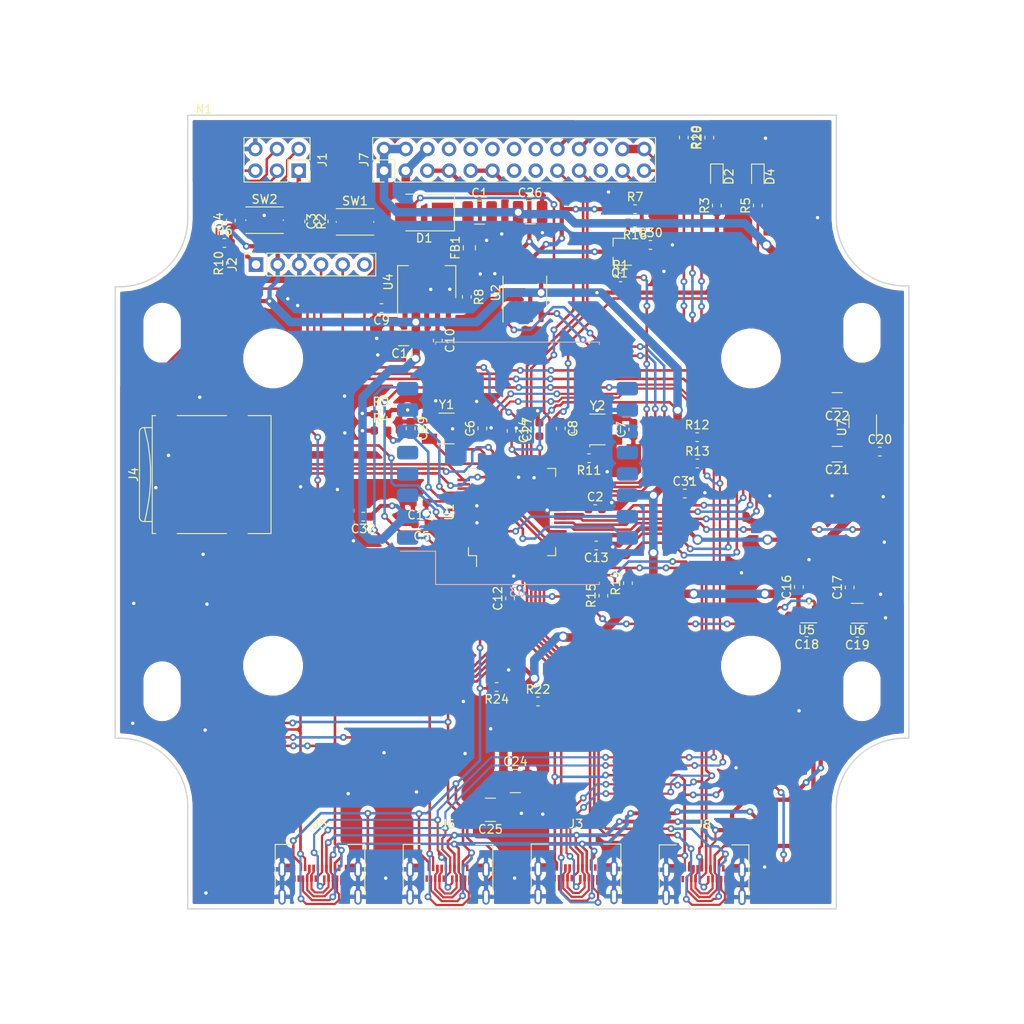
<source format=kicad_pcb>
(kicad_pcb (version 20211014) (generator pcbnew)
  (layers (0 "F.Cu" signal) (31 "B.Cu" signal) (34 "B.Paste" user) (35 "F.Paste" user) (36 "B.SilkS" user "B.Silkscreen") (37 "F.SilkS" user "F.Silkscreen") (38 "B.Mask" user) (39 "F.Mask" user) (44 "Edge.Cuts" user))
  (net 0 "")
  (net 1 "GND")
  (net 2 "+3V3")
  (net 3 "/SCL2")
  (net 4 "/SDA2")
  (net 5 "/SCK1")
  (net 6 "/~{MCLR}")
  (net 7 "/EN")
  (net 8 "/SDA1")
  (net 9 "/SCL1")
  (net 10 "/CAN_L")
  (net 11 "/CAN_H")
  (net 12 "Net-(D2-Pad2)")
  (net 13 "/ERR")
  (net 14 "Net-(D4-Pad2)")
  (net 15 "Net-(C10-Pad1)")
  (net 16 "Net-(U1-Pad2)")
  (net 17 "/C1TX")
  (net 18 "/C1RX")
  (net 19 "/PGC")
  (net 20 "/PGD")
  (net 21 "Net-(C1-Pad1)")
  (net 22 "/PGM")
  (net 23 "VBUS")
  (net 24 "/SYNC")
  (net 25 "/V_USBC")
  (net 26 "/D+")
  (net 27 "/D-")
  (net 28 "Net-(U3-Pad13)")
  (net 29 "/~{INT2}")
  (net 30 "/~{INT1}")
  (net 31 "/SOSC1")
  (net 32 "/OSC1")
  (net 33 "/OSC2")
  (net 34 "+3.3VA")
  (net 35 "/S_PS")
  (net 36 "/AS_PS")
  (net 37 "Net-(C20-Pad1)")
  (net 38 "/SOSC2")
  (net 39 "Net-(C30-Pad1)")
  (net 40 "/AS2")
  (net 41 "/AS1-")
  (net 42 "/AS2-")
  (net 43 "/AS1")
  (net 44 "Net-(J3-PadA11)")
  (net 45 "/AS3")
  (net 46 "Net-(J5-PadA11)")
  (net 47 "/AS3-")
  (net 48 "/AS4")
  (net 49 "Net-(J6-PadA11)")
  (net 50 "/AS4-")
  (net 51 "Net-(J8-PadA11)")
  (net 52 "Net-(Q1-Pad2)")
  (net 53 "Net-(Q1-Pad1)")
  (net 54 "/TERM")
  (net 55 "/~{SQICS1}")
  (net 56 "/~{SQICS0}")
  (net 57 "/~{MCLR_w}")
  (net 58 "/SQID3")
  (net 59 "/SQID2")
  (net 60 "/SQID1")
  (net 61 "/SQID0")
  (net 62 "/~{RESET_M}")
  (net 63 "/SQICLK")
  (net 64 "/MISO1")
  (net 65 "/MOSI1")
  (net 66 "/~{CS_SD}")
  (net 67 "/S_PS_SW")
  (net 68 "/AS_PS_SW")
  (net 69 "Net-(U3-Pad12)")
  (net 70 "Net-(U3-Pad11)")
  (net 71 "Net-(U3-Pad4)")
  (net 72 "Net-(U3-Pad5)")
  (net 73 "Net-(U5-Pad6)")
  (net 74 "Net-(U6-Pad6)")
  (net 75 "/CAN_C2")
  (net 76 "/CAN_C1")
  (net 77 "Net-(J7-Pad22)")
  (net 78 "Net-(J7-Pad21)")
  (net 79 "Net-(J7-Pad16)")
  (net 80 "/VCONN")
  (net 81 "/CC1")
  (net 82 "/BTN")
  (net 83 "Net-(J3-PadB11)")
  (net 84 "Net-(J5-PadB11)")
  (net 85 "Net-(J6-PadB11)")
  (net 86 "Net-(J8-PadB11)")
  (net 87 "Net-(J4-Pad1)")
  (net 88 "Net-(J4-Pad8)")
  (net 89 "Net-(J7-Pad12)")
  (net 90 "Net-(J7-Pad10)")
  (net 91 "Net-(J7-Pad8)")
  (net 92 "Net-(U1-Pad51)")
  (net 93 "Net-(U1-Pad50)")
  (net 94 "Net-(J7-Pad15)")
  (net 95 "Net-(J7-Pad13)")
  (net 96 "Net-(J7-Pad14)")
  (net 97 "Net-(U1-Pad10)")
  (footprint "Capacitor_SMD:C_1210_3225Metric" (layer "F.Cu") (at 81.2 49.9)
    (fp_text reference "C1")
    (fp_text value "10uF")
  )
  (footprint "Capacitor_SMD:C_0603_1608Metric" (layer "F.Cu") (at 94.7425 84.66)
    (fp_text reference "C2")
    (fp_text value "0.1uF")
  )
  (footprint "Capacitor_SMD:C_0603_1608Metric" (layer "F.Cu") (at 62.93 50.94 90)
    (fp_text reference "C3")
    (fp_text value "0.01uF")
  )
  (footprint "Capacitor_SMD:C_0603_1608Metric" (layer "F.Cu") (at 52.05 50.84 90)
    (fp_text reference "C4")
    (fp_text value "0.01uF")
  )
  (footprint "Capacitor_SMD:C_0603_1608Metric" (layer "F.Cu") (at 74.4125 86.41 180)
    (fp_text reference "C5")
    (fp_text value "0.1uF")
  )
  (footprint "Capacitor_SMD:C_0603_1608Metric" (layer "F.Cu") (at 81.52 75.1975 90)
    (fp_text reference "C6")
    (fp_text value "20pF")
  )
  (footprint "Capacitor_SMD:C_0603_1608Metric" (layer "F.Cu") (at 99.21 75.32 90)
    (fp_text reference "C7")
    (fp_text value "20pF")
  )
  (footprint "Capacitor_SMD:C_0603_1608Metric" (layer "F.Cu") (at 90.71 75.2075 -90)
    (fp_text reference "C8")
    (fp_text value "20pF")
  )
  (footprint "Capacitor_SMD:C_0603_1608Metric" (layer "F.Cu") (at 69.7 61.1 180)
    (fp_text reference "C9")
    (fp_text value "1uF")
  )
  (footprint "Capacitor_SMD:C_0603_1608Metric" (layer "F.Cu") (at 76.3 64.9 -90)
    (fp_text reference "C10")
    (fp_text value "1uF")
  )
  (footprint "Capacitor_SMD:C_1206_3216Metric" (layer "F.Cu") (at 72.3 64.6 180)
    (fp_text reference "C11")
    (fp_text value "2.2uF")
  )
  (footprint "Capacitor_SMD:C_0603_1608Metric" (layer "F.Cu") (at 84.77 95.12 90)
    (fp_text reference "C12")
    (fp_text value "0.1uF")
  )
  (footprint "Capacitor_SMD:C_0603_1608Metric" (layer "F.Cu") (at 94.87 88.92 180)
    (fp_text reference "C13")
    (fp_text value "0.1uF")
  )
  (footprint "Capacitor_SMD:C_0603_1608Metric" (layer "F.Cu") (at 118.61 93.7875 90)
    (fp_text reference "C16")
    (fp_text value "1uF")
  )
  (footprint "Capacitor_SMD:C_0603_1608Metric" (layer "F.Cu") (at 119.53 99.09 180)
    (fp_text reference "C18")
    (fp_text value "0.1uF")
  )
  (footprint "Capacitor_SMD:C_0603_1608Metric" (layer "F.Cu") (at 125.46 99.15 180)
    (fp_text reference "C19")
    (fp_text value "0.1uF")
  )
  (footprint "Capacitor_SMD:C_0603_1608Metric" (layer "F.Cu") (at 128.1 77.92)
    (fp_text reference "C20")
    (fp_text value "1nF")
  )
  (footprint "Capacitor_SMD:C_1206_3216Metric" (layer "F.Cu") (at 123.1 78.22 180)
    (fp_text reference "C21")
    (fp_text value "4.7uF")
  )
  (footprint "Capacitor_SMD:C_1206_3216Metric" (layer "F.Cu") (at 123.1 71.92 180)
    (fp_text reference "C22")
    (fp_text value "4.7uF")
  )
  (footprint "Capacitor_SMD:C_1210_3225Metric" (layer "F.Cu") (at 85.39 116.52)
    (fp_text reference "C24")
    (fp_text value "10uF")
  )
  (footprint "Capacitor_SMD:C_1210_3225Metric" (layer "F.Cu") (at 82.47 119.89 180)
    (fp_text reference "C25")
    (fp_text value "10uF")
  )
  (footprint "Capacitor_SMD:C_1210_3225Metric" (layer "F.Cu") (at 87.12 49.87)
    (fp_text reference "C26")
    (fp_text value "10uF")
  )
  (footprint "Capacitor_SMD:C_0603_1608Metric" (layer "F.Cu") (at 73.12 75.1975 -90)
    (fp_text reference "C29")
    (fp_text value "20pF")
  )
  (footprint "Capacitor_SMD:C_0603_1608Metric" (layer "F.Cu") (at 101.2125 53.7)
    (fp_text reference "C30")
    (fp_text value "4.7nF")
  )
  (footprint "Capacitor_SMD:C_0603_1608Metric" (layer "F.Cu") (at 105.25 82.83)
    (fp_text reference "C31")
    (fp_text value "0.1uF")
  )
  (footprint "Capacitor_SMD:C_0603_1608Metric" (layer "F.Cu") (at 67.56 85.54 180)
    (fp_text reference "C32")
    (fp_text value "0.1uF")
  )
  (footprint "Diode_SMD:D_SMB" (layer "F.Cu") (at 74.7 49.9 180)
    (fp_text reference "D1")
    (fp_text value "D_Schottky")
  )
  (footprint "LED_SMD:LED_0603_1608Metric" (layer "F.Cu") (at 109 45.7 -90)
    (fp_text reference "D2")
    (fp_text value "LED")
  )
  (footprint "LED_SMD:LED_0603_1608Metric" (layer "F.Cu") (at 113.8 45.7125 -90)
    (fp_text reference "D4")
    (fp_text value "LED")
  )
  (footprint "Inductor_SMD:L_0805_2012Metric" (layer "F.Cu") (at 80 54.0375 90)
    (fp_text reference "FB1")
    (fp_text value "Ferrite_Bead")
  )
  (footprint "Connector_PinSocket_2.54mm:PinSocket_2x03_P2.54mm_Vertical" (layer "F.Cu") (at 60 45 -90)
    (fp_text reference "J1")
    (fp_text value "Conn_02x03_Counter_Clockwise")
  )
  (footprint "Connector_PinSocket_2.54mm:PinSocket_1x06_P2.54mm_Vertical" (layer "F.Cu") (at 55 56 90)
    (fp_text reference "J2")
    (fp_text value "Conn_01x06_Female")
  )
  (footprint "custom_footprints:USB_C_Receptacle_Amphenol_12401861XX12A" (layer "F.Cu") (at 62.5 127.95)
    (fp_text reference "J5")
    (fp_text value "USB_C_Receptacle")
  )
  (footprint "custom_footprints:USB_C_Receptacle_Amphenol_12401861XX12A" (layer "F.Cu") (at 77.5 127.95)
    (fp_text reference "J6")
    (fp_text value "USB_C_Receptacle")
  )
  (footprint "custom_footprints:USB_C_Receptacle_Amphenol_12401861XX12A" (layer "F.Cu") (at 107.5 128)
    (fp_text reference "J8")
    (fp_text value "USB_C_Receptacle")
  )
  (footprint "Package_TO_SOT_SMD:SOT-23" (layer "F.Cu") (at 97.6 54.5 180)
    (fp_text reference "Q1")
    (fp_text value "Q_NMOS_GSD")
  )
  (footprint "Resistor_SMD:R_0603_1608Metric" (layer "F.Cu") (at 97.7125 57.5)
    (fp_text reference "R1")
    (fp_text value "1k")
  )
  (footprint "Resistor_SMD:R_0603_1608Metric" (layer "F.Cu") (at 61.23 50.95 -90)
    (fp_text reference "R2")
    (fp_text value "10k")
  )
  (footprint "Resistor_SMD:R_0603_1608Metric" (layer "F.Cu") (at 109 49.0875 90)
    (fp_text reference "R3")
    (fp_text value "750")
  )
  (footprint "Resistor_SMD:R_0603_1608Metric" (layer "F.Cu") (at 69.6425 75.46)
    (fp_text reference "R4")
    (fp_text value "100k")
  )
  (footprint "Resistor_SMD:R_0603_1608Metric" (layer "F.Cu") (at 113.8 49.0875 90)
    (fp_text reference "R5")
    (fp_text value "750")
  )
  (footprint "Resistor_SMD:R_0603_1608Metric" (layer "F.Cu") (at 51.2925 53.47)
    (fp_text reference "R6")
    (fp_text value "10k")
  )
  (footprint "Resistor_SMD:R_0603_1608Metric" (layer "F.Cu") (at 79.7 59.8 -90)
    (fp_text reference "R8")
    (fp_text value "10k")
  )
  (footprint "Resistor_SMD:R_0603_1608Metric" (layer "F.Cu") (at 69.63 73.53)
    (fp_text reference "R9")
    (fp_text value "100k")
  )
  (footprint "Resistor_SMD:R_0603_1608Metric" (layer "F.Cu") (at 52.06 55.85 90)
    (fp_text reference "R10")
    (fp_text value "270R")
  )
  (footprint "Resistor_SMD:R_0603_1608Metric" (layer "F.Cu") (at 94.02 78.69 180)
    (fp_text reference "R11")
    (fp_text value "1M")
  )
  (footprint "Resistor_SMD:R_0603_1608Metric" (layer "F.Cu") (at 106.69 76.23)
    (fp_text reference "R12")
    (fp_text value "4.9k")
  )
  (footprint "Resistor_SMD:R_0603_1608Metric" (layer "F.Cu") (at 106.72 79.31)
    (fp_text reference "R13")
    (fp_text value "4.9k")
  )
  (footprint "Resistor_SMD:R_0603_1608Metric" (layer "F.Cu") (at 98.58 93.3325 90)
    (fp_text reference "R14")
    (fp_text value "4.9k")
  )
  (footprint "Resistor_SMD:R_0603_1608Metric" (layer "F.Cu") (at 95.7 94.8 90)
    (fp_text reference "R15")
    (fp_text value "4.9k")
  )
  (footprint "Resistor_SMD:R_0603_1608Metric" (layer "F.Cu") (at 105.13 41.11 -90)
    (fp_text reference "R19")
    (fp_text value "5.1k")
  )
  (footprint "Resistor_SMD:R_0603_1608Metric" (layer "F.Cu") (at 108.12 41.13 90)
    (fp_text reference "R20")
    (fp_text value "5.1k")
  )
  (footprint "Resistor_SMD:R_0603_1608Metric" (layer "F.Cu") (at 88.04 107.2)
    (fp_text reference "R22")
    (fp_text value "4.9k")
  )
  (footprint "Resistor_SMD:R_0603_1608Metric" (layer "F.Cu") (at 83.2 105.5 180)
    (fp_text reference "R24")
    (fp_text value "4.9k")
  )
  (footprint "Package_QFP:TQFP-64_10x10mm_P0.5mm" (layer "F.Cu") (at 85 85 90)
    (fp_text reference "U1")
    (fp_text value "PIC32MZ0512EFF064")
  )
  (footprint "Package_SO:SOIC-8_3.9x4.9mm_P1.27mm" (layer "F.Cu") (at 86.5 59.3 90)
    (fp_text reference "U2")
    (fp_text value "MCP2542FD")
  )
  (footprint "Package_TO_SOT_SMD:SOT-223-6" (layer "F.Cu") (at 75 58 90)
    (fp_text reference "U4")
    (fp_text value "TPS737")
  )
  (footprint "Package_TO_SOT_SMD:SOT-363_SC-70-6" (layer "F.Cu") (at 119.51 96.82 180)
    (fp_text reference "U5")
    (fp_text value "SiP32431")
  )
  (footprint "Package_TO_SOT_SMD:SOT-363_SC-70-6" (layer "F.Cu") (at 125.45 96.86 180)
    (fp_text reference "U6")
    (fp_text value "SiP32431")
  )
  (footprint "Package_CSP:LFCSP-8-1EP_3x3mm_P0.5mm_EP1.45x1.74mm" (layer "F.Cu") (at 126.1 75.12 90)
    (fp_text reference "U7")
    (fp_text value "ADM7170")
  )
  (footprint "Crystal:Crystal_SMD_Abracon_ABM3B-4Pin_5.0x3.2mm" (layer "F.Cu") (at 77.32 75.21)
    (fp_text reference "Y1")
    (fp_text value "Crystal_GND24")
  )
  (footprint "Crystal:Crystal_SMD_Abracon_ABM3B-4Pin_5.0x3.2mm" (layer "F.Cu") (at 95.01 75.32)
    (fp_text reference "Y2")
    (fp_text value "Crystal_GND24")
  )
  (footprint "custom_footprints:USB_C_Receptacle_Amphenol_12401861XX12A" (layer "F.Cu") (at 92.5 127.9)
    (fp_text reference "J3")
    (fp_text value "USB_C_Receptacle")
  )
  (footprint "Connector_PinHeader_2.54mm:PinHeader_2x13_P2.54mm_Vertical" (layer "F.Cu") (at 70 45 90)
    (fp_text reference "J7")
    (fp_text value "Conn_02x13_Odd_Even")
  )
  (footprint "Resistor_SMD:R_0603_1608Metric" (layer "F.Cu") (at 99.42 49.51)
    (fp_text reference "R7")
    (fp_text value "60R")
  )
  (footprint "Resistor_SMD:R_0603_1608Metric" (layer "F.Cu") (at 99.41 51.1 180)
    (fp_text reference "R18")
    (fp_text value "60R")
  )
  (footprint "Button_Switch_SMD:SW_Push_1P1T_NO_CK_KMR2" (layer "F.Cu") (at 66.6 51)
    (fp_text reference "SW1")
    (fp_text value "SW_SPST")
  )
  (footprint "Button_Switch_SMD:SW_Push_1P1T_NO_CK_KMR2" (layer "F.Cu") (at 56 50.8)
    (fp_text reference "SW2")
    (fp_text value "SW_SPST")
  )
  (footprint "Capacitor_SMD:C_0603_1608Metric" (layer "F.Cu") (at 124.56 93.8375 90)
    (fp_text reference "C17")
    (fp_text value "1uF")
  )
  (footprint "Connector_Card:microSD_HC_Wuerth_693072010801" (layer "F.Cu") (at 48.65 80.61 90)
    (fp_text reference "J4")
    (fp_text value "Micro_SD_Card")
  )
  (footprint "Capacitor_SMD:C_0603_1608Metric" (layer "F.Cu") (at 74.18 83.91 180)
    (fp_text reference "C15")
    (fp_text value "0.1uF")
  )
  (footprint "Capacitor_SMD:C_0603_1608Metric" (layer "F.Cu") (at 84.95 75.49 -90)
    (fp_text reference "C14")
    (fp_text value "0.1uF")
  )
  (footprint "Capacitor_SMD:C_0603_1608Metric" (layer "F.Cu") (at 88.2 75.3225 90)
    (fp_text reference "C27")
    (fp_text value "0.1uF")
  )
  (footprint "custom_footprints:Enclosure-Gloxinia2" (layer "F.Cu") (at 85 85)
    (fp_text reference "N1")
    (fp_text value "Housing")
  )
  (footprint "custom_footprints:SOIC-16_25.75x18.75mm_P2.5mm" (layer "B.Cu") (at 85.64 79.29 90)
    (fp_text reference "U3")
    (fp_text value "S70FL01GS")
  )
  (gr_line (start 131.5 111.5) (end 131 111.5) (layer "Edge.Cuts") (width 0.15))
  (gr_arc (start 131 58.5) (mid 125.343146 56.156854) (end 123 50.5) (layer "Edge.Cuts") (width 0.15))
  (gr_arc (start 47 50.6) (mid 44.656854 56.256854) (end 39 58.6) (layer "Edge.Cuts") (width 0.15))
  (gr_arc (start 39 111.5) (mid 44.656854 113.843146) (end 47 119.5) (layer "Edge.Cuts") (width 0.15))
  (gr_line (start 38.5 58.6) (end 39 58.6) (layer "Edge.Cuts") (width 0.15))
  (gr_line (start 47 38.5) (end 47 50.6) (layer "Edge.Cuts") (width 0.15))
  (gr_line (start 123 38.5) (end 123 50.5) (layer "Edge.Cuts") (width 0.15))
  (gr_line (start 47 131.5) (end 47 119.5) (layer "Edge.Cuts") (width 0.15))
  (gr_line (start 39 111.5) (end 38.5 111.5) (layer "Edge.Cuts") (width 0.15))
  (gr_line (start 131.5 58.5) (end 131 58.5) (layer "Edge.Cuts") (width 0.15))
  (gr_line (start 38.5 58.6) (end 38.5 111.5) (layer "Edge.Cuts") (width 0.15))
  (gr_line (start 131.5 111.5) (end 131.5 58.5) (layer "Edge.Cuts") (width 0.15))
  (gr_arc (start 123 119.5) (mid 125.343146 113.843146) (end 131 111.5) (layer "Edge.Cuts") (width 0.15))
  (gr_line (start 47 38.5) (end 123 38.5) (layer "Edge.Cuts") (width 0.15))
  (gr_line (start 123 131.5) (end 123 119.5) (layer "Edge.Cuts") (width 0.15))
  (gr_line (start 47 131.5) (end 123 131.5) (layer "Edge.Cuts") (width 0.15))
  (segment (start 120.46 96.82) (end 118.56 96.82) (width 0.3) (layer "F.Cu") (net 1))
  (segment (start 87.75 80.81) (end 87.58 80.98) (width 0.3) (layer "F.Cu") (net 1))
  (segment (start 79.32 76.41) (end 81.095 76.41) (width 0.5) (layer "F.Cu") (net 1))
  (segment (start 89.5 126.7) (end 89.45 126.65) (width 0.25) (layer "F.Cu") (net 1))
  (segment (start 126.35 73.8325) (end 126.35 74.87) (width 0.25) (layer "F.Cu") (net 1))
  (segment (start 104.5 126.8) (end 104.45 126.75) (width 0.25) (layer "F.Cu") (net 1))
  (segment (start 90.6625 84.75) (end 89.14 84.75) (width 0.3) (layer "F.Cu") (net 1))
  (segment (start 88 74.335) (end 88 73.13) (width 0.5) (layer "F.Cu") (net 1))
  (segment (start 84.95 74.7025) (end 85.0425 74.7025) (width 0.5) (layer "F.Cu") (net 1))
  (segment (start 110.5 128) (end 110.5 126.8) (width 0.25) (layer "F.Cu") (net 1))
  (segment (start 81.69499 75.985) (end 82.54999 75.13) (width 0.5) (layer "F.Cu") (net 1))
  (segment (start 89.45 126.65) (end 88.95 126.65) (width 0.3) (layer "F.Cu") (net 1))
  (segment (start 79.19 76.41) (end 78.03 75.25) (width 0.5) (layer "F.Cu") (net 1))
  (segment (start 81.095 76.41) (end 81.52 75.985) (width 0.5) (layer "F.Cu") (net 1))
  (segment (start 80.88 86.25) (end 80.89 86.26) (width 0.3) (layer "F.Cu") (net 1))
  (segment (start 96.05 126.65) (end 96.775 126.65) (width 1) (layer "F.Cu") (net 1))
  (segment (start 95.91 84.66) (end 96.68 83.89) (width 0.5) (layer "F.Cu") (net 1))
  (segment (start 66.05 126.7) (end 66.775 126.7) (width 1) (layer "F.Cu") (net 1))
  (segment (start 95.53 84.66) (end 95.91 84.66) (width 0.5) (layer "F.Cu") (net 1))
  (segment (start 95.6575 88.92) (end 96.64 88.92) (width 0.5) (layer "F.Cu") (net 1))
  (segment (start 110.5 126.8) (end 110.55 126.75) (width 0.25) (layer "F.Cu") (net 1))
  (segment (start 73.95 126.7) (end 73.225 126.7) (width 1) (layer "F.Cu") (net 1))
  (segment (start 126.35 74.87) (end 126.1 75.12) (width 0.25) (layer "F.Cu") (net 1))
  (segment (start 84.75 92.05) (end 85.2 92.5) (width 0.3) (layer "F.Cu") (net 1))
  (segment (start 79.3375 84.25) (end 80.86 84.25) (width 0.3) (layer "F.Cu") (net 1))
  (segment (start 117.32 96.82) (end 117.11 97.03) (width 0.3) (layer "F.Cu") (net 1))
  (segment (start 126.4 96.86) (end 128.23 96.86) (width 0.3) (layer "F.Cu") (net 1))
  (segment (start 111.05 126.75) (end 111.775 126.75) (width 1) (layer "F.Cu") (net 1))
  (segment (start 104.5 128) (end 104.5 126.8) (width 0.25) (layer "F.Cu") (net 1))
  (segment (start 118.56 96.82) (end 117.32 96.82) (width 0.3) (layer "F.Cu") (net 1))
  (segment (start 65.55 126.7) (end 66.05 126.7) (width 0.25) (layer "F.Cu") (net 1))
  (segment (start 117.11 98.64) (end 117.56 99.09) (width 0.3) (layer "F.Cu") (net 1))
  (segment (start 84.75 90.6625) (end 84.75 92.05) (width 0.3) (layer "F.Cu") (net 1))
  (segment (start 120.51 96.82) (end 120.55 96.86) (width 0.3) (layer "F.Cu") (net 1))
  (segment (start 120.55 96.86) (end 124.5 96.86) (width 0.3) (layer "F.Cu") (net 1))
  (segment (start 81.05 126.7) (end 81.775 126.7) (width 1) (layer "F.Cu") (net 1))
  (segment (start 89.5 127.9) (end 89.5 126.7) (width 0.25) (layer "F.Cu") (net 1))
  (segment (start 79.32 76.41) (end 79.19 76.41) (width 0.5) (layer "F.Cu") (net 1))
  (segment (start 58.225 126.7) (end 58.05 126.875) (width 1) (layer "F.Cu") (net 1))
  (segment (start 85.25 79.3375) (end 85.25 80.4) (width 0.3) (layer "F.Cu") (net 1))
  (segment (start 89.12 87.02) (end 89.12 84.77) (width 0.3) (layer "F.Cu") (net 1))
  (segment (start 88.2 74.535) (end 88 74.335) (width 0.5) (layer "F.Cu") (net 1))
  (segment (start 59.45 126.7) (end 58.95 126.7) (width 0.25) (layer "F.Cu") (net 1))
  (segment (start 117.11 97.03) (end 117.11 98.64) (width 0.3) (layer "F.Cu") (net 1))
  (segment (start 87.75 79.3375) (end 87.75 80.81) (width 0.3) (layer "F.Cu") (net 1))
  (segment (start 81.52 75.985) (end 81.69499 75.985) (width 0.5) (layer "F.Cu") (net 1))
  (segment (start 80.5 126.75) (end 80.55 126.7) (width 0.25) (layer "F.Cu") (net 1))
  (segment (start 73.225 126.7) (end 73.05 126.875) (width 1) (layer "F.Cu") (net 1))
  (segment (start 103.225 126.75) (end 103.05 126.925) (width 1) (layer "F.Cu") (net 1))
  (segment (start 94.04 73.09) (end 93.01 74.12) (width 0.5) (layer "F.Cu") (net 1))
  (segment (start 96.64 88.92) (end 96.81 89.09) (width 0.5) (layer "F.Cu") (net 1))
  (segment (start 80.86 84.25) (end 80.88 84.27) (width 0.3) (layer "F.Cu") (net 1))
  (segment (start 80.5 127.95) (end 80.5 126.75) (width 0.25) (layer "F.Cu") (net 1))
  (segment (start 74.5 127.95) (end 74.5 126.75) (width 0.25) (layer "F.Cu") (net 1))
  (segment (start 66.775 126.7) (end 66.95 126.875) (width 1) (layer "F.Cu") (net 1))
  (segment (start 58.95 126.7) (end 58.225 126.7) (width 1) (layer "F.Cu") (net 1))
  (segment (start 81.775 126.7) (end 81.95 126.875) (width 1) (layer "F.Cu") (net 1))
  (segment (start 124.5 96.86) (end 126.4 96.86) (width 0.3) (layer "F.Cu") (net 1))
  (segment (start 89.35 87.25) (end 89.12 87.02) (width 0.3) (layer "F.Cu") (net 1))
  (segment (start 88.225 126.65) (end 88.05 126.825) (width 1) (layer "F.Cu") (net 1))
  (segment (start 85.25 80.4) (end 85.77 80.92) (width 0.3) (layer "F.Cu") (net 1))
  (segment (start 111.775 126.75) (end 111.95 126.925) (width 1) (layer "F.Cu") (net 1))
  (segment (start 88.95 126.65) (end 88.225 126.65) (width 1) (layer "F.Cu") (net 1))
  (segment (start 120.46 96.82) (end 120.51 96.82) (width 0.3) (layer "F.Cu") (net 1))
  (segment (start 85.0425 74.7025) (end 85.5 75.16) (width 0.5) (layer "F.Cu") (net 1))
  (segment (start 79.3375 86.25) (end 80.88 86.25) (width 0.3) (layer "F.Cu") (net 1))
  (segment (start 90.71 74.42) (end 92.71 74.42) (width 0.5) (layer "F.Cu") (net 1))
  (segment (start 117.56 99.09) (end 118.7425 99.09) (width 0.3) (layer "F.Cu") (net 1))
  (segment (start 95.5 126.7) (end 95.55 126.65) (width 0.25) (layer "F.Cu") (net 1))
  (segment (start 89.14 84.75) (end 89.12 84.77) (width 0.3) (layer "F.Cu") (net 1))
  (segment (start 128.23 96.86) (end 128.77 97.4) (width 0.3) (layer "F.Cu") (net 1))
  (segment (start 59.45 126.7) (end 59.45 127.9) (width 0.25) (layer "F.Cu") (net 1))
  (segment (start 65.55 127.9) (end 65.5 127.95) (width 0.25) (layer "F.Cu") (net 1))
  (segment (start 92.71 74.42) (end 93.01 74.12) (width 0.5) (layer "F.Cu") (net 1))
  (segment (start 94.96 73.09) (end 94.04 73.09) (width 0.5) (layer "F.Cu") (net 1))
  (segment (start 59.45 127.9) (end 59.5 127.95) (width 0.25) (layer "F.Cu") (net 1))
  (segment (start 74.92 74.41) (end 75.32 74.01) (width 0.5) (layer "F.Cu") (net 1))
  (segment (start 103.95 126.75) (end 103.225 126.75) (width 1) (layer "F.Cu") (net 1))
  (segment (start 73.12 74.41) (end 74.92 74.41) (width 0.5) (layer "F.Cu") (net 1))
  (segment (start 95.55 126.65) (end 96.05 126.65) (width 0.3) (layer "F.Cu") (net 1))
  (segment (start 90.6625 87.25) (end 89.35 87.25) (width 0.3) (layer "F.Cu") (net 1))
  (segment (start 96.775 126.65) (end 96.95 126.825) (width 1) (layer "F.Cu") (net 1))
  (segment (start 65.55 126.7) (end 65.55 127.9) (width 0.25) (layer "F.Cu") (net 1))
  (segment (start 95.5 127.9) (end 95.5 126.7) (width 0.25) (layer "F.Cu") (net 1))
  (segment (start 74.5 126.75) (end 74.45 126.7) (width 0.25) (layer "F.Cu") (net 1))
  (via (at 77.71 58.9) (size 0.8) (drill 0.4) (layers "F.Cu" "B.Cu") (net 1))
  (via (at 73.8 117.8) (size 0.8) (drill 0.4) (layers "F.Cu" "B.Cu") (net 1))
  (via (at 88 73.13) (size 0.8) (drill 0.4) (layers "F.Cu" "B.Cu") (net 1))
  (via (at 80.85 72.04) (size 0.8) (drill 0.4) (layers "F.Cu" "B.Cu") (net 1))
  (via (at 82.98 57.07) (size 0.8) (drill 0.4) (layers "F.Cu" "B.Cu") (net 1))
  (via (at 49.25 95.79) (size 0.8) (drill 0.4) (layers "F.Cu" "B.Cu") (net 1))
  (via (at 107.6 82.74) (size 0.8) (drill 0.4) (layers "F.Cu" "B.Cu") (net 1))
  (via (at 44.75 78.36) (size 0.8) (drill 0.4) (layers "F.Cu" "B.Cu") (net 1))
  (via (at 43.26 82.15) (size 0.8) (drill 0.4) (layers "F.Cu" "B.Cu") (net 1))
  (via (at 70.2 127.9) (size 0.8) (drill 0.4) (layers "F.Cu" "B.Cu") (net 1))
  (via (at 96.68 83.89) (size 0.8) (drill 0.4) (layers "F.Cu" "B.Cu") (net 1))
  (via (at 48.8 89.95) (size 0.8) (drill 0.4) (layers "F.Cu" "B.Cu") (net 1))
  (via (at 69.27 66.59) (size 0.8) (drill 0.4) (layers "F.Cu" "B.Cu") (net 1))
  (via (at 111.25 114.97) (size 0.8) (drill 0.4) (layers "F.Cu" "B.Cu") (net 1))
  (via (at 84.6 103.5) (size 0.8) (drill 0.4) (layers "F.Cu" "B.Cu") (net 1))
  (via (at 55.97 50.24) (size 0.8) (drill 0.4) (layers "F.Cu" "B.Cu") (net 1))
  (via (at 96.15 80.28) (size 0.8) (drill 0.4) (layers "F.Cu" "B.Cu") (net 1))
  (via (at 128.5 83.2) (size 0.8) (drill 0.4) (layers "F.Cu" "B.Cu") (net 1))
  (via (at 64.54 82.36) (size 0.8) (drill 0.4) (layers "F.Cu" "B.Cu") (net 1))
  (via (at 88.6 120.4) (size 0.8) (drill 0.4) (layers "F.Cu" "B.Cu") (net 1))
  (via (at 115.2 83.1) (size 0.8) (drill 0.4) (layers "F.Cu" "B.Cu") (net 1))
  (via (at 114.6 126.6) (size 0.8) (drill 0.4) (layers "F.Cu" "B.Cu") (net 1))
  (via (at 85.2 92.5) (size 0.8) (drill 0.4) (layers "F.Cu" "B.Cu") (net 1))
  (via (at 78.03 75.25) (size 0.8) (drill 0.4) (layers "F.Cu" "B.Cu") (net 1))
  (via (at 128.77 97.4) (size 0.8) (drill 0.4) (layers "F.Cu" "B.Cu") (net 1))
  (via (at 85.5 75.16) (size 0.8) (drill 0.4) (layers "F.Cu" "B.Cu") (net 1))
  (via (at 65.41 75.73) (size 0.8) (drill 0.4) (layers "F.Cu" "B.Cu") (net 1))
  (via (at 86.1 120.3) (size 0.8) (drill 0.4) (layers "F.Cu" "B.Cu") (net 1))
  (via (at 75.47 58.91) (size 0.8) (drill 0.4) (layers "F.Cu" "B.Cu") (net 1))
  (via (at 102.8 56.8) (size 0.8) (drill 0.4) (layers "F.Cu" "B.Cu") (net 1))
  (via (at 114.7 41.2) (size 0.8) (drill 0.4) (layers "F.Cu" "B.Cu") (net 1))
  (via (at 58.73 60.01) (size 0.8) (drill 0.4) (layers "F.Cu" "B.Cu") (net 1))
  (via (at 119.8 90.58) (size 0.8) (drill 0.4) (layers "F.Cu" "B.Cu") (net 1))
  (via (at 69.14 64.65) (size 0.8) (drill 0.4) (layers "F.Cu" "B.Cu") (net 1))
  (via (at 79.5 113.3) (size 0.8) (drill 0.4) (layers "F.Cu" "B.Cu") (net 1))
  (via (at 128.19 94.64) (size 0.8) (drill 0.4) (layers "F.Cu" "B.Cu") (net 1))
  (via (at 80.89 86.26) (size 0.8) (drill 0.4) (layers "F.Cu" "B.Cu") (net 1))
  (via (at 60.22 82.04) (size 0.8) (drill 0.4) (layers "F.Cu" "B.Cu") (net 1))
  (via (at 122.5 83.1) (size 0.8) (drill 0.4) (layers "F.Cu" "B.Cu") (net 1))
  (via (at 105.89 81.09) (size 0.8) (drill 0.4) (layers "F.Cu" "B.Cu") (net 1))
  (via (at 120.8 50.5) (size 0.8) (drill 0.4) (layers "F.Cu" "B.Cu") (net 1))
  (via (at 65.8 118) (size 0.8) (drill 0.4) (layers "F.Cu" "B.Cu") (net 1))
  (via (at 83.79 52.42) (size 0.8) (drill 0.4) (layers "F.Cu" "B.Cu") (net 1))
  (via (at 111.89 92.12) (size 0.8) (drill 0.4) (layers "F.Cu" "B.Cu") (net 1))
  (via (at 82.5 110.4) (size 0.8) (drill 0.4) (layers "F.Cu" "B.Cu") (net 1))
  (via (at 88.55 52.27) (size 0.8) (drill 0.4) (layers "F.Cu" "B.Cu") (net 1))
  (via (at 65.38 71.41) (size 0.8) (drill 0.4) (layers "F.Cu" "B.Cu") (net 1))
  (via (at 87.58 80.98) (size 0.8) (drill 0.4) (layers "F.Cu" "B.Cu") (net 1))
  (via (at 59.88 60.8) (size 0.8) (drill 0.4) (layers "F.Cu" "B.Cu") (net 1))
  (via (at 94.96 73.09) (size 0.8) (drill 0.4) (layers "F.Cu" "B.Cu") (net 1))
  (via (at 85.3 127.9) (size 0.8) (drill 0.4) (layers "F.Cu" "B.Cu") (net 1))
  (via (at 85.77 80.92) (size 0.8) (drill 0.4) (layers "F.Cu" "B.Cu") (net 1))
  (via (at 118.63 108.29) (size 0.8) (drill 0.4) (layers "F.Cu" "B.Cu") (net 1))
  (via (at 82.02 53.16) (size 0.8) (drill 0.4) (layers "F.Cu" "B.Cu") (net 1))
  (via (at 40.67 95.7) (size 0.8) (drill 0.4) (layers "F.Cu" "B.Cu") (net 1))
  (via (at 96.81 89.09) (size 0.8) (drill 0.4) (layers "F.Cu" "B.Cu") (net 1))
  (via (at 79.3 107.2) (size 0.8) (drill 0.4) (layers "F.Cu" "B.Cu") (net 1))
  (via (at 89.12 84.77) (size 0.8) (drill 0.4) (layers "F.Cu" "B.Cu") (net 1))
  (via (at 128.63 88.53) (size 0.8) (drill 0.4) (layers "F.Cu" "B.Cu") (net 1))
  (via (at 40.56 109.75) (size 0.8) (drill 0.4) (layers "F.Cu" "B.Cu") (net 1))
  (via (at 49.13 129.64) (size 0.8) (drill 0.4) (layers "F.Cu" "B.Cu") (net 1))
  (via (at 81.28 57.11) (size 0.8) (drill 0.4) (layers "F.Cu" "B.Cu") (net 1))
  (via (at 48.41 71.55) (size 0.8) (drill 0.4) (layers "F.Cu" "B.Cu") (net 1))
  (via (at 76.06 71.97) (size 0.8) (drill 0.4) (layers "F.Cu" "B.Cu") (net 1))
  (via (at 49.04 110.55) (size 0.8) (drill 0.4) (layers "F.Cu" "B.Cu") (net 1))
  (via (at 96.3 47.5) (size 0.8) (drill 0.4) (layers "F.Cu" "B.Cu") (net 1))
  (via (at 80.88 84.27) (size 0.8) (drill 0.4) (layers "F.Cu" "B.Cu") (net 1))
  (via (at 82.54999 75.13) (size 0.8) (drill 0.4) (layers "F.Cu" "B.Cu") (net 1))
  (via (at 70 113.2) (size 0.8) (drill 0.4) (layers "F.Cu" "B.Cu") (net 1))
  (via (at 103.8 53.7) (size 0.8) (drill 0.4) (layers "F.Cu" "B.Cu") (net 1))
  (via (at 66.42 88.37) (size 0.8) (drill 0.4) (layers "F.Cu" "B.Cu") (net 1))
  (segment (start 99.73 94.99) (end 99.45 94.99) (width 0.3) (layer "F.Cu") (net 2))
  (segment (start 50.505 51.835) (end 50.69 51.65) (width 0.5) (layer "F.Cu") (net 2))
  (segment (start 88.25 76.16) (end 88.2 76.11) (width 0.3) (layer "F.Cu") (net 2))
  (segment (start 83.87 119.89) (end 83.87 116.64) (width 1) (layer "F.Cu") (net 2))
  (segment (start 47.1 80.51) (end 44.21 80.51) (width 0.5) (layer "F.Cu") (net 2))
  (segment (start 74.9675 86.1775) (end 75.2 86.41) (width 0.45) (layer "F.Cu") (net 2))
  (segment (start 97.3 97.42) (end 97.3 97.1875) (width 0.3) (layer "F.Cu") (net 2))
  (segment (start 85.93 106.14) (end 87.61 104.46) (width 1) (layer "F.Cu") (net 2))
  (segment (start 104.4 79.4) (end 104.4 80.2) (width 1) (layer "F.Cu") (net 2))
  (segment (start 50.505 53.47) (end 50.505 51.835) (width 0.5) (layer "F.Cu") (net 2))
  (segment (start 55.92 60.28) (end 56.59 60.28) (width 0.5) (layer "F.Cu") (net 2))
  (segment (start 104.4 76.18) (end 105.8525 76.18) (width 0.5) (layer "F.Cu") (net 2))
  (segment (start 105.8425 79.4) (end 105.9325 79.31) (width 0.5) (layer "F.Cu") (net 2))
  (segment (start 99.45 94.99) (end 98.58 94.12) (width 0.3) (layer "F.Cu") (net 2))
  (segment (start 107.75 59.29) (end 109 58.04) (width 0.5) (layer "F.Cu") (net 2))
  (segment (start 85.29 105.5) (end 85.93 106.14) (width 0.5) (layer "F.Cu") (net 2))
  (segment (start 49.22 69.91) (end 51.03 68.1) (width 0.5) (layer "F.Cu") (net 2))
  (segment (start 90.6625 84.25) (end 93.545 84.25) (width 0.3) (layer "F.Cu") (net 2))
  (segment (start 86.1925 106.14) (end 87.2525 107.2) (width 0.3) (layer "F.Cu") (net 2))
  (segment (start 95.02 99.7) (end 91.07 99.7) (width 1) (layer "F.Cu") (net 2))
  (segment (start 94.95 59.29) (end 107.75 59.29) (width 0.5) (layer "F.Cu") (net 2))
  (segment (start 103.3825 81.75) (end 104.4625 82.83) (width 1) (layer "F.Cu") (net 2))
  (segment (start 84.25 93.8125) (end 84.77 94.3325) (width 0.3) (layer "F.Cu") (net 2))
  (segment (start 90.19499 72.51501) (end 89.64 73.07) (width 0.3) (layer "F.Cu") (net 2))
  (segment (start 105.8525 76.18) (end 105.9025 76.23) (width 0.5) (layer "F.Cu") (net 2))
  (segment (start 97.3 97.1875) (end 95.7 95.5875) (width 0.3) (layer "F.Cu") (net 2))
  (segment (start 68.8425 73.53) (end 67.55 73.53) (width 0.5) (layer "F.Cu") (net 2))
  (segment (start 93.955 84.66) (end 95.54997 83.06503) (width 0.3) (layer "F.Cu") (net 2))
  (segment (start 61.23 50.1625) (end 57.54 53.8525) (width 0.5) (layer "F.Cu") (net 2))
  (segment (start 83.99 116.52) (end 83.99 108.08) (width 1) (layer "F.Cu") (net 2))
  (segment (start 91.07 99.7) (end 90.97 99.6) (width 1) (layer "F.Cu") (net 2))
  (segment (start 93.545 84.25) (end 93.955 84.66) (width 0.3) (layer "F.Cu") (net 2))
  (segment (start 42.59 71.69) (end 44.37 69.91) (width 0.5) (layer "F.Cu") (net 2))
  (segment (start 88.25 79.3375) (end 88.25 77.45) (width 0.3) (layer "F.Cu") (net 2))
  (segment (start 118.61 94.575) (end 114.635 94.575) (width 1) (layer "F.Cu") (net 2))
  (segment (start 104.4 80.2) (end 102.85 81.75) (width 1) (layer "F.Cu") (net 2))
  (segment (start 68.3475 85.54) (end 69.6175 84.27) (width 0.45) (layer "F.Cu") (net 2))
  (segment (start 42.59 78.89) (end 42.59 71.69) (width 0.5) (layer "F.Cu") (net 2))
  (segment (start 88.25 77.45) (end 88.25 76.16) (width 0.3) (layer "F.Cu") (net 2))
  (segment (start 99.73 94.99) (end 97.3 97.42) (width 1) (layer "F.Cu") (net 2))
  (segment (start 87.61 104.46) (end 86.1 102.95) (width 0.5) (layer "F.Cu") (net 2))
  (segment (start 103.469999 72.139999) (end 91.004768 72.139999) (width 0.3) (layer "F.Cu") (net 2))
  (segment (start 67.55 73.53) (end 67.46 73.44) (width 0.5) (layer "F.Cu") (net 2))
  (segment (start 84.95 77.62) (end 84.99 77.66) (width 0.3) (layer "F.Cu") (net 2))
  (segment (start 85.75 78.42) (end 84.99 77.66) (width 0.3) (layer "F.Cu") (net 2))
  (segment (start 73.73 62.75) (end 73.73 64.57) (width 1) (layer "F.Cu") (net 2))
  (segment (start 79.3375 83.75) (end 75.1275 83.75) (width 0.3) (layer "F.Cu") (net 2))
  (segment (start 73.73 61.1375) (end 73.73 62.75) (width 1) (layer "F.Cu") (net 2))
  (segment (start 73.73 64.57) (end 73.7 64.6) (width 1) (layer "F.Cu") (net 2))
  (segment (start 109 58.04) (end 109 49.875) (width 0.5) (layer "F.Cu") (net 2))
  (segment (start 44.37 69.91) (end 49.22 69.91) (width 0.5) (layer "F.Cu") (net 2))
  (segment (start 102.98 94.58) (end 101.56 93.16) (width 1) (layer "F.Cu") (net 2))
  (segment (start 101.56 93.16) (end 101.56 89.76) (width 1) (layer "F.Cu") (net 2))
  (segment (start 51.03 61.91) (end 52.66 60.28) (width 0.5) (layer "F.Cu") (net 2))
  (segment (start 88.405 56.825) (end 88.405 58.685) (width 0.5) (layer "F.Cu") (net 2))
  (segment (start 83.99 108.08) (end 85.93 106.14) (width 1) (layer "F.Cu") (net 2))
  (segment (start 114.635 94.575) (end 114.63 94.58) (width 1) (layer "F.Cu") (net 2))
  (segment (start 104.4 73.07) (end 104.4 76.18) (width 1) (layer "F.Cu") (net 2))
  (segment (start 101.56 93.16) (end 99.73 94.99) (width 1) (layer "F.Cu") (net 2))
  (segment (start 118.56 94.625) (end 118.61 94.575) (width 0.5) (layer "F.Cu") (net 2))
  (segment (start 84.25 90.6625) (end 84.25 93.8125) (width 0.3) (layer "F.Cu") (net 2))
  (segment (start 86.1 102.95) (end 86.1 95.6625) (width 0.5) (layer "F.Cu") (net 2))
  (segment (start 95.54997 83.06503) (end 101.53497 83.06503) (width 0.3) (layer "F.Cu") (net 2))
  (segment (start 51.03 68.1) (end 51.03 61.91) (width 0.5) (layer "F.Cu") (net 2))
  (segment (start 74.9675 83.91) (end 74.9675 86.1775) (width 0.45) (layer "F.Cu") (net 2))
  (segment (start 86.1 95.6625) (end 84.77 94.3325) (width 0.5) (layer "F.Cu") (net 2))
  (segment (start 88.25 77.45) (end 88.25 77.47) (width 0.3) (layer "F.Cu") (net 2))
  (segment (start 97.3 97.42) (end 95.02 99.7) (width 1) (layer "F.Cu") (net 2))
  (segment (start 73.7 64.6) (end 73.7 66.98) (width 1) (layer "F.Cu") (net 2))
  (segment (start 83.87 116.64) (end 83.99 116.52) (width 1) (layer "F.Cu") (net 2))
  (segment (start 57.54 53.8525) (end 53.8625 53.8525) (width 0.5) (layer "F.Cu") (net 2))
  (segment (start 101.53497 83.06503) (end 101.56 83.04) (width 0.3) (layer "F.Cu") (net 2))
  (segment (start 73.73 62.75) (end 73.72 62.74) (width 0.5) (layer "F.Cu") (net 2))
  (segment (start 69.6175 84.27) (end 70.94 84.27) (width 0.45) (layer "F.Cu") (net 2))
  (segment (start 90.629757 72.51501) (end 90.19499 72.51501) (width 0.3) (layer "F.Cu") (net 2))
  (segment (start 85.75 79.3375) (end 85.75 78.42) (width 0.3) (layer "F.Cu") (net 2))
  (segment (start 102.85 81.75) (end 103.3825 81.75) (width 1) (layer "F.Cu") (net 2))
  (segment (start 88.405 59.285) (end 88.4 59.29) (width 0.5) (layer "F.Cu") (net 2))
  (segment (start 104.4 79.4) (end 105.8425 79.4) (width 0.5) (layer "F.Cu") (net 2))
  (segment (start 52.66 60.28) (end 55.92 60.28) (width 0.5) (layer "F.Cu") (net 2))
  (segment (start 75.54 86.75) (end 75.2 86.41) (width 0.3) (layer "F.Cu") (net 2))
  (segment (start 73.7 66.98) (end 73.69 66.99) (width 1) (layer "F.Cu") (net 2))
  (segment (start 57.54 53.8525) (end 57.54 56) (width 0.5) (layer "F.Cu") (net 2))
  (segment (start 53.8625 53.8525) (end 53.86 53.85) (width 0.5) (layer "F.Cu") (net 2))
  (segment (start 104.4 73.07) (end 103.469999 72.139999) (width 0.3) (layer "F.Cu") (net 2))
  (segment (start 79.3375 86.75) (end 75.54 86.75) (width 0.3) (layer "F.Cu") (net 2))
  (segment (start 83.9875 105.5) (end 85.29 105.5) (width 0.5) (layer "F.Cu") (net 2))
  (segment (start 60 48.9325) (end 61.23 50.1625) (width 0.5) (layer "F.Cu") (net 2))
  (segment (start 88.405 58.685) (end 88.405 59.285) (width 0.5) (layer "F.Cu") (net 2))
  (segment (start 68.855 75.46) (end 67.48 75.46) (width 0.5) (layer "F.Cu") (net 2))
  (segment (start 44.21 80.51) (end 42.59 78.89) (width 0.5) (layer "F.Cu") (net 2))
  (segment (start 106.29 94.58) (end 102.98 94.58) (width 1) (layer "F.Cu") (net 2))
  (segment (start 104.4 76.18) (end 104.4 79.4) (width 1) (layer "F.Cu") (net 2))
  (segment (start 91.004768 72.139999) (end 90.629757 72.51501) (width 0.3) (layer "F.Cu") (net 2))
  (segment (start 75.1275 83.75) (end 74.9675 83.91) (width 0.3) (layer "F.Cu") (net 2))
  (segment (start 85.93 106.14) (end 86.1925 106.14) (width 0.3) (layer "F.Cu") (net 2))
  (segment (start 67.48 75.46) (end 67.47 75.47) (width 0.5) (layer "F.Cu") (net 2))
  (segment (start 60 45) (end 60 48.9325) (width 0.5) (layer "F.Cu") (net 2))
  (segment (start 118.56 96.17) (end 118.56 94.625) (width 0.5) (layer "F.Cu") (net 2))
  (segment (start 84.95 76.2775) (end 84.95 77.62) (width 0.3) (layer "F.Cu") (net 2))
  (segment (start 102.85 81.75) (end 101.56 83.04) (width 1) (layer "F.Cu") (net 2))
  (via (at 101.56 89.76) (size 1.2) (drill 0.8) (layers "F.Cu" "B.Cu") (net 2))
  (via (at 89.64 73.07) (size 0.8) (drill 0.4) (layers "F.Cu" "B.Cu") (net 2))
  (via (at 74.911437 85.165296) (size 1.2) (drill 0.8) (layers "F.Cu" "B.Cu") (net 2))
  (via (at 73.69 66.99) (size 1.2) (drill 0.8) (layers "F.Cu" "B.Cu") (net 2))
  (via (at 94.95 59.29) (size 0.8) (drill 0.4) (layers "F.Cu" "B.Cu") (net 2))
  (via (at 70.94 84.27) (size 0.8) (drill 0.4) (layers "F.Cu" "B.Cu") (net 2))
  (via (at 87.61 104.46) (size 1.2) (drill 0.8) (layers "F.Cu" "B.Cu") (net 2))
  (via (at 88.4 59.29) (size 1.2) (drill 0.8) (layers "F.Cu" "B.Cu") (net 2))
  (via (at 50.69 51.65) (size 0.8) (drill 0.4) (layers "F.Cu" "B.Cu") (net 2))
  (via (at 101.56 83.04) (size 1.2) (drill 0.8) (layers "F.Cu" "B.Cu") (net 2))
  (via (at 106.29 94.58) (size 1.2) (drill 0.8) (layers "F.Cu" "B.Cu") (net 2))
  (via (at 53.86 53.85) (size 0.8) (drill 0.4) (layers "F.Cu" "B.Cu") (net 2))
  (via (at 67.46 73.44) (size 0.8) (drill 0.4) (layers "F.Cu" "B.Cu") (net 2))
  (via (at 88.25 77.47) (size 0.8) (drill 0.4) (layers "F.Cu" "B.Cu") (net 2))
  (via (at 114.63 94.58) (size 1.2) (drill 0.8) (layers "F.Cu" "B.Cu") (net 2))
  (via (at 90.97 99.6) (size 1.2) (drill 0.8) (layers "F.Cu" "B.Cu") (net 2))
  (via (at 73.72 62.74) (size 1.2) (drill 0.8) (layers "F.Cu" "B.Cu") (net 2))
  (via (at 84.99 77.66) (size 0.8) (drill 0.4) (layers "F.Cu" "B.Cu") (net 2))
  (via (at 67.47 75.47) (size 0.8) (drill 0.4) (layers "F.Cu" "B.Cu") (net 2))
  (via (at 56.59 60.28) (size 0.8) (drill 0.4) (layers "F.Cu" "B.Cu") (net 2))
  (via (at 104.4 73.07) (size 1.2) (drill 0.8) (layers "F.Cu" "B.Cu") (net 2))
  (segment (start 70.778953 68.268953) (end 67.48 71.567906) (width 1) (layer "B.Cu") (net 2))
  (segment (start 94.95 59.29) (end 95.439217 59.29) (width 1) (layer "B.Cu") (net 2))
  (segment (start 72.459348 85.54) (end 72.765 85.54) (width 1) (layer "B.Cu") (net 2))
  (segment (start 70.94 84.27) (end 71.495 84.27) (width 0.45) (layer "B.Cu") (net 2))
  (segment (start 84.99 77.66) (end 88.06 77.66) (width 0.3) (layer "B.Cu") (net 2))
  (segment (start 51.66 51.65) (end 53.86 53.85) (width 0.5) (layer "B.Cu") (net 2))
  (segment (start 67.48 75.52) (end 67.48 87.358002) (width 1) (layer "B.Cu") (net 2))
  (segment (start 101.56 83.04) (end 101.56 88.76) (width 1) (layer "B.Cu") (net 2))
  (segment (start 64.28 62.74) (end 59.05 62.74) (width 1) (layer "B.Cu") (net 2))
  (segment (start 73.72 62.74) (end 64.28 62.74) (width 1) (layer "B.Cu") (net 2))
  (segment (start 68.341999 88.220001) (end 69.779347 88.220001) (width 1) (layer "B.Cu") (net 2))
  (segment (start 101.56 88.76) (end 101.56 89.76) (width 1) (layer "B.Cu") (net 2))
  (segment (start 57.54 57.86) (end 57.54 56) (width 0.5) (layer "B.Cu") (net 2))
  (segment (start 90.34 99.6) (end 87.61 102.33) (width 1) (layer "B.Cu") (net 2))
  (segment (start 88.4 59.29) (end 84.31 59.29) (width 1) (layer "B.Cu") (net 2))
  (segment (start 95.439217 59.29) (end 104.4 68.250783) (width 1) (layer "B.Cu") (net 2))
  (segment (start 88.25 77.47) (end 88.25 74.46) (width 0.3) (layer "B.Cu") (net 2))
  (segment (start 67.48 87.358002) (end 68.341999 88.220001) (width 1) (layer "B.Cu") (net 2))
  (segment (start 59.05 62.74) (end 56.59 60.28) (width 1) (layer "B.Cu") (net 2))
  (segment (start 101.56 83.04) (end 98.515 83.04) (width 1) (layer "B.Cu") (net 2))
  (segment (start 72.765 85.54) (end 74.536733 85.54) (width 1) (layer "B.Cu") (net 2))
  (segment (start 87.61 102.33) (end 87.61 104.46) (width 1) (layer "B.Cu") (net 2))
  (segment (start 88.25 74.46) (end 89.64 73.07) (width 0.3) (layer "B.Cu") (net 2))
  (segment (start 69.779347 88.220001) (end 72.459348 85.54) (width 1) (layer "B.Cu") (net 2))
  (segment (start 80.86 62.74) (end 73.72 62.74) (width 1) (layer "B.Cu") (net 2))
  (segment (start 67.48 71.567906) (end 67.48 73.42) (width 1) (layer "B.Cu") (net 2))
  (segment (start 114.63 94.58) (end 106.29 94.58) (width 1) (layer "B.Cu") (net 2))
  (segment (start 90.97 99.6) (end 90.34 99.6) (width 1) (layer "B.Cu") (net 2))
  (segment (start 56.59 60.28) (end 56.59 58.81) (width 0.5) (layer "B.Cu") (net 2))
  (segment (start 67.48 73.42) (end 67.48 75.52) (width 1) (layer "B.Cu") (net 2))
  (segment (start 72.411047 68.268953) (end 73.69 66.99) (width 1) (layer "B.Cu") (net 2))
  (segment (start 88.06 77.66) (end 88.25 77.47) (width 0.3) (layer "B.Cu") (net 2))
  (segment (start 88.4 59.29) (end 94.95 59.29) (width 1) (layer "B.Cu") (net 2))
  (segment (start 67.48 75.48) (end 67.47 75.47) (width 1) (layer "B.Cu") (net 2))
  (segment (start 74.536733 85.54) (end 74.911437 85.165296) (width 1) (layer "B.Cu") (net 2))
  (segment (start 50.69 51.65) (end 51.66 51.65) (width 0.5) (layer "B.Cu") (net 2))
  (segment (start 71.495 84.27) (end 72.765 85.54) (width 0.45) (layer "B.Cu") (net 2))
  (segment (start 67.48 75.52) (end 67.48 75.48) (width 1) (layer "B.Cu") (net 2))
  (segment (start 67.48 73.42) (end 67.46 73.44) (width 1) (layer "B.Cu") (net 2))
  (segment (start 84.31 59.29) (end 80.86 62.74) (width 1) (layer "B.Cu") (net 2))
  (segment (start 70.778953 68.268953) (end 72.411047 68.268953) (width 1) (layer "B.Cu") (net 2))
  (segment (start 104.4 68.250783) (end 104.4 73.07) (width 1) (layer "B.Cu") (net 2))
  (segment (start 56.59 58.81) (end 57.54 57.86) (width 0.5) (layer "B.Cu") (net 2))
  (segment (start 76.83 123.26) (end 77.19 122.92) (width 0.25) (layer "F.Cu") (net 3))
  (segment (start 62.734999 122.945001) (end 63.42 122.26) (width 0.25) (layer "F.Cu") (net 3))
  (segment (start 109.37 100.49641) (end 109.37 100.25) (width 0.25) (layer "F.Cu") (net 3))
  (segment (start 109.355001 75.088591) (end 104.33641 70.07) (width 0.25) (layer "F.Cu") (net 3))
  (segment (start 62.75 126.7) (end 62.734999 126.684999) (width 0.25) (layer "F.Cu") (net 3))
  (segment (start 107.5075 80.4075) (end 107.86 80.76) (width 0.3) (layer "F.Cu") (net 3))
  (segment (start 97.12 71.15) (end 90.25 71.15) (width 0.25) (layer "F.Cu") (net 3))
  (segment (start 108.675029 101.191381) (end 109.37 100.49641) (width 0.25) (layer "F.Cu") (net 3))
  (segment (start 97.28 71.15) (end 97.12 71.15) (width 0.25) (layer "F.Cu") (net 3))
  (segment (start 62 127.95) (end 62.75 127.2) (width 0.25) (layer "F.Cu") (net 3))
  (segment (start 109.7 110.99) (end 109.355001 110.645001) (width 0.25) (layer "F.Cu") (net 3))
  (segment (start 77 127.95) (end 77.75 127.2) (width 0.25) (layer "F.Cu") (net 3))
  (segment (start 76.83 124.53359) (end 76.83 123.26) (width 0.25) (layer "F.Cu") (net 3))
  (segment (start 108.675029 109.965029) (end 108.675029 101.191381) (width 0.25) (layer "F.Cu") (net 3))
  (segment (start 104.1 114.7) (end 105.71 114.7) (width 0.25) (layer "F.Cu") (net 3))
  (segment (start 77.75 127.2) (end 77.75 126.7) (width 0.25) (layer "F.Cu") (net 3))
  (segment (start 62.734999 126.684999) (end 62.734999 122.945001) (width 0.25) (layer "F.Cu") (net 3))
  (segment (start 104.1 114.7) (end 106.4 114.7) (width 0.25) (layer "F.Cu") (net 3))
  (segment (start 109.355001 110.645001) (end 108.675029 109.965029) (width 0.25) (layer "F.Cu") (net 3))
  (segment (start 104.33641 70.07) (end 98.36 70.07) (width 0.25) (layer "F.Cu") (net 3))
  (segment (start 77.75 125.45359) (end 76.83 124.53359) (width 0.25) (layer "F.Cu") (net 3))
  (segment (start 98.36 70.07) (end 97.28 71.15) (width 0.25) (layer "F.Cu") (net 3))
  (segment (start 77.75 126.7) (end 77.75 125.45359) (width 0.25) (layer "F.Cu") (net 3))
  (segment (start 83.27499 79.31251) (end 83.25 79.3375) (width 0.25) (layer "F.Cu") (net 3))
  (segment (start 77.19 122.92) (end 77.19 122.03) (width 0.25) (layer "F.Cu") (net 3))
  (segment (start 84.85 71.15) (end 83.27499 72.72501) (width 0.25) (layer "F.Cu") (net 3))
  (segment (start 109.355001 94.744999) (end 109.355001 75.088591) (width 0.25) (layer "F.Cu") (net 3))
  (segment (start 109.7 114.3) (end 109.7 110.99) (width 0.25) (layer "F.Cu") (net 3))
  (segment (start 62.75 127.2) (end 62.75 126.7) (width 0.25) (layer "F.Cu") (net 3))
  (segment (start 107.5075 79.31) (end 107.5075 80.4075) (width 0.3) (layer "F.Cu") (net 3))
  (segment (start 95.96 114.7) (end 104.1 114.7) (width 0.25) (layer "F.Cu") (net 3))
  (segment (start 109.37 100.25) (end 109.355001 94.744999) (width 0.25) (layer "F.Cu") (net 3))
  (segment (start 83.27499 72.72501) (end 83.27499 79.31251) (width 0.25) (layer "F.Cu") (net 3))
  (via (at 109.355 81.64) (size 0.8) (drill 0.4) (layers "F.Cu" "B.Cu") (net 3))
  (via (at 106.4 114.7) (size 0.8) (drill 0.4) (layers "F.Cu" "B.Cu") (net 3))
  (via (at 109.7 114.3) (size 0.8) (drill 0.4) (layers "F.Cu" "B.Cu") (net 3))
  (via (at 63.42 122.26) (size 0.8) (drill 0.4) (layers "F.Cu" "B.Cu") (net 3))
  (via (at 107.86 80.76) (size 0.8) (drill 0.4) (layers "F.Cu" "B.Cu") (net 3))
  (via (at 77.19 122.03) (size 0.8) (drill 0.4) (layers "F.Cu" "B.Cu") (net 3))
  (via (at 84.85 71.15) (size 0.8) (drill 0.4) (layers "F.Cu" "B.Cu") (net 3))
  (via (at 90.25 71.15) (size 0.8) (drill 0.4) (layers "F.Cu" "B.Cu") (net 3))
  (via (at 95.96 114.7) (size 0.8) (drill 0.4) (layers "F.Cu" "B.Cu") (net 3))
  (segment (start 108.58 114.7) (end 108.58 114.7) (width 0.25) (layer "B.Cu") (net 3))
  (segment (start 108.74 81.64) (end 107.86 80.76) (width 0.3) (layer "B.Cu") (net 3))
  (segment (start 92.15 114.7) (end 82.65 114.7) (width 0.25) (layer "B.Cu") (net 3))
  (segment (start 92.15 114.7) (end 95.96 114.7) (width 0.25) (layer "B.Cu") (net 3))
  (segment (start 109.355 81.64) (end 108.74 81.64) (width 0.3) (layer "B.Cu") (net 3))
  (segment (start 90.25 71.15) (end 84.85 71.15) (width 0.25) (layer "B.Cu") (net 3))
  (segment (start 82.65 114.7) (end 77.19 120.16) (width 0.25) (layer "B.Cu") (net 3))
  (segment (start 63.42 122.26) (end 63.65 122.03) (width 0.25) (layer "B.Cu") (net 3))
  (segment (start 63.65 122.03) (end 77.19 122.03) (width 0.25) (layer "B.Cu") (net 3))
  (segment (start 108.2 114.7) (end 108.58 114.7) (width 0.25) (layer "B.Cu") (net 3))
  (segment (start 106.4 114.7) (end 108.2 114.7) (width 0.25) (layer "B.Cu") (net 3))
  (segment (start 108.2 114.7) (end 109.3 114.7) (width 0.25) (layer "B.Cu") (net 3))
  (segment (start 109.3 114.7) (end 109.7 114.3) (width 0.25) (layer "B.Cu") (net 3))
  (segment (start 77.19 120.16) (end 77.19 122.03) (width 0.25) (layer "B.Cu") (net 3))
  (segment (start 95.96 113.74) (end 105.75 113.74) (width 0.25) (layer "F.Cu") (net 4))
  (segment (start 78 128.45) (end 77.48 128.97) (width 0.25) (layer "F.Cu") (net 4))
  (segment (start 76.43 124.77) (end 76.29 124.63) (width 0.25) (layer "F.Cu") (net 4))
  (segment (start 85.72 72.05) (end 84.8 72.05) (width 0.25) (layer "F.Cu") (net 4))
  (segment (start 108.63 76.14) (end 107.5675 76.14) (width 0.25) (layer "F.Cu") (net 4))
  (segment (start 76.43 124.77) (end 76.43 125.16) (width 0.25) (layer "F.Cu") (net 4))
  (segment (start 107.5675 76.14) (end 107.4775 76.23) (width 0.25) (layer "F.Cu") (net 4))
  (segment (start 108.63 76.14) (end 108.63 75) (width 0.25) (layer "F.Cu") (net 4))
  (segment (start 108.61 110.93) (end 108.63 113.74) (width 0.25) (layer "F.Cu") (net 4))
  (segment (start 63 127.95) (end 63 128.58) (width 0.25) (layer "F.Cu") (net 4))
  (segment (start 108.63 100.6) (end 108.225019 101.004981) (width 0.25) (layer "F.Cu") (net 4))
  (segment (start 77.25 125.59) (end 77.25 126.7) (width 0.25) (layer "F.Cu") (net 4))
  (segment (start 104.17 70.54) (end 98.52641 70.54) (width 0.25) (layer "F.Cu") (net 4))
  (segment (start 108.225019 101.004981) (end 108.225019 110.545019) (width 0.25) (layer "F.Cu") (net 4))
  (segment (start 61.81 124.92) (end 62.25 125.36) (width 0.25) (layer "F.Cu") (net 4))
  (segment (start 108.225019 110.545019) (end 108.61 110.93) (width 0.25) (layer "F.Cu") (net 4))
  (segment (start 97.4664 71.60001) (end 90.872992 71.60001) (width 0.25) (layer "F.Cu") (net 4))
  (segment (start 62.25 125.56) (end 62.25 126.7) (width 0.25) (layer "F.Cu") (net 4))
  (segment (start 76.43 125.16) (end 76.74 125.47) (width 0.25) (layer "F.Cu") (net 4))
  (segment (start 108.63 91.39) (end 108.63 76.14) (width 0.25) (layer "F.Cu") (net 4))
  (segment (start 76.29 124.63) (end 76.29 121.07) (width 0.25) (layer "F.Cu") (net 4))
  (segment (start 78 127.95) (end 78 128.45) (width 0.25) (layer "F.Cu") (net 4))
  (segment (start 108.63 75) (end 104.17 70.54) (width 0.25) (layer "F.Cu") (net 4))
  (segment (start 62.25 125.36) (end 62.25 126.7) (width 0.25) (layer "F.Cu") (net 4))
  (segment (start 90.433002 72.04) (end 89.55 72.04) (width 0.25) (layer "F.Cu") (net 4))
  (segment (start 63 128.58) (end 62.5 129.08) (width 0.25) (layer "F.Cu") (net 4))
  (segment (start 84.8 72.05) (end 83.75 73.1) (width 0.25) (layer "F.Cu") (net 4))
  (segment (start 83.75 73.1) (end 83.75 79.3375) (width 0.25) (layer "F.Cu") (net 4))
  (segment (start 90.872992 71.60001) (end 90.433002 72.04) (width 0.25) (layer "F.Cu") (net 4))
  (segment (start 77.25 125.59) (end 76.43 124.77) (width 0.25) (layer "F.Cu") (net 4))
  (segment (start 98.52641 70.54) (end 97.4664 71.60001) (width 0.25) (layer "F.Cu") (net 4))
  (segment (start 108.63 91.39) (end 108.63 100.6) (width 0.25) (layer "F.Cu") (net 4))
  (via (at 62.51 128.85) (size 0.8) (drill 0.4) (layers "F.Cu" "B.Cu") (net 4))
  (via (at 108.63 113.74) (size 0.8) (drill 0.4) (layers "F.Cu" "B.Cu") (net 4))
  (via (at 85.72 72.05) (size 0.8) (drill 0.4) (layers "F.Cu" "B.Cu") (net 4))
  (via (at 105.75 113.74) (size 0.8) (drill 0.4) (layers "F.Cu" "B.Cu") (net 4))
  (via (at 89.55 72.04) (size 0.8) (drill 0.4) (layers "F.Cu" "B.Cu") (net 4))
  (via (at 95.96 113.74) (size 0.8) (drill 0.4) (layers "F.Cu" "B.Cu") (net 4))
  (via (at 77.48 128.97) (size 0.8) (drill 0.4) (layers "F.Cu" "B.Cu") (net 4))
  (via (at 76.29 121.07) (size 0.8) (drill 0.4) (layers "F.Cu" "B.Cu") (net 4))
  (via (at 61.81 124.92) (size 0.8) (drill 0.4) (layers "F.Cu" "B.Cu") (net 4))
  (via (at 76.74 125.47) (size 0.8) (drill 0.4) (layers "F.Cu" "B.Cu") (net 4))
  (segment (start 105.75 113.74) (end 108.63 113.74) (width 0.25) (layer "B.Cu") (net 4))
  (segment (start 62.25 125.36) (end 61.81 124.92) (width 0.25) (layer "B.Cu") (net 4))
  (segment (start 77.25 128.74) (end 77.25 126.85) (width 0.25) (layer "B.Cu") (net 4))
  (segment (start 62.25 125.79) (end 62.25 125.56) (width 0.25) (layer "B.Cu") (net 4))
  (segment (start 76.29 121.07) (end 63.536998 121.07) (width 0.25) (layer "B.Cu") (net 4))
  (segment (start 91.01 113.74) (end 82.536998 113.74) (width 0.25) (layer "B.Cu") (net 4))
  (segment (start 91.01 113.74) (end 95.96 113.74) (width 0.25) (layer "B.Cu") (net 4))
  (segment (start 77.25 126.85) (end 77.25 125.98) (width 0.25) (layer "B.Cu") (net 4))
  (segment (start 77.48 128.97) (end 77.25 128.74) (width 0.25) (layer "B.Cu") (net 4))
  (segment (start 63.536998 121.07) (end 61.81 122.796998) (width 0.25) (layer "B.Cu") (net 4))
  (segment (start 62.25 128.83) (end 62.25 125.79) (width 0.25) (layer "B.Cu") (net 4))
  (segment (start 77.25 125.98) (end 76.74 125.47) (width 0.25) (layer "B.Cu") (net 4))
  (segment (start 89.55 72.04) (end 89.54 72.05) (width 0.25) (layer "B.Cu") (net 4))
  (segment (start 89.54 72.05) (end 85.72 72.05) (width 0.25) (layer "B.Cu") (net 4))
  (segment (start 62.5 129.08) (end 62.25 128.83) (width 0.25) (layer "B.Cu") (net 4))
  (segment (start 76.29 119.986998) (end 78.466998 117.81) (width 0.25) (layer "B.Cu") (net 4))
  (segment (start 76.29 121.07) (end 76.29 119.986998) (width 0.25) (layer "B.Cu") (net 4))
  (segment (start 61.81 122.796998) (end 61.81 124.92) (width 0.25) (layer "B.Cu") (net 4))
  (segment (start 82.536998 113.74) (end 78.466998 117.81) (width 0.25) (layer "B.Cu") (net 4))
  (segment (start 62.25 125.79) (end 62.25 125.36) (width 0.25) (layer "B.Cu") (net 4))
  (segment (start 77.4975 79.41) (end 79.3375 81.25) (width 0.3) (layer "F.Cu") (net 5))
  (segment (start 47.1 79.41) (end 77.4975 79.41) (width 0.3) (layer "F.Cu") (net 5))
  (segment (start 52.0775 51.6) (end 52.05 51.6275) (width 0.45) (layer "F.Cu") (net 6))
  (segment (start 54.0625 55.0625) (end 55 56) (width 0.45) (layer "F.Cu") (net 6))
  (segment (start 52.05 53.44) (end 52.08 53.47) (width 0.45) (layer "F.Cu") (net 6))
  (segment (start 52.05 51.6275) (end 52.05 53.44) (width 0.45) (layer "F.Cu") (net 6))
  (segment (start 53.95 51.6) (end 52.0775 51.6) (width 0.45) (layer "F.Cu") (net 6))
  (segment (start 52.08 53.47) (end 52.08 55.0425) (width 0.45) (layer "F.Cu") (net 6))
  (segment (start 58.05 51.6) (end 53.95 51.6) (width 0.45) (layer "F.Cu") (net 6))
  (segment (start 52.06 55.0625) (end 54.0625 55.0625) (width 0.45) (layer "F.Cu") (net 6))
  (segment (start 52.08 55.0425) (end 52.06 55.0625) (width 0.45) (layer "F.Cu") (net 6))
  (segment (start 77.54 61.1375) (end 79.15 61.1375) (width 0.5) (layer "F.Cu") (net 7))
  (segment (start 79.15 61.1375) (end 79.7 60.5875) (width 0.5) (layer "F.Cu") (net 7))
  (segment (start 106.32 116.57) (end 106.27 116.62) (width 0.3) (layer "F.Cu") (net 8))
  (segment (start 98.44 92.405) (end 98.58 92.545) (width 0.3) (layer "F.Cu") (net 8))
  (segment (start 104.3 116.9) (end 104.4 117) (width 0.25) (layer "F.Cu") (net 8))
  (segment (start 93 127.9) (end 93 128.43) (width 0.25) (layer "F.Cu") (net 8))
  (segment (start 84.75 83.90288) (end 88.09712 87.25) (width 0.3) (layer "F.Cu") (net 8))
  (segment (start 103.05 91.55) (end 105.4 91.55) (width 0.3) (layer "F.Cu") (net 8))
  (segment (start 91.683178 91.55) (end 90.3 90.166822) (width 0.3) (layer "F.Cu") (net 8))
  (segment (start 98.44 91.55) (end 91.683178 91.55) (width 0.3) (layer "F.Cu") (net 8))
  (segment (start 107.25 126.75) (end 107.25 125.69) (width 0.3) (layer "F.Cu") (net 8))
  (segment (start 99.95 91.55) (end 98.44 91.55) (width 0.3) (layer "F.Cu") (net 8))
  (segment (start 92.25 126.65) (end 92.25 125.81) (width 0.25) (layer "F.Cu") (net 8))
  (segment (start 88.09712 87.25) (end 88.960008 88.112888) (width 0.3) (layer "F.Cu") (net 8))
  (segment (start 93 128.43) (end 92.52 128.91) (width 0.25) (layer "F.Cu") (net 8))
  (segment (start 107.25 124.11) (end 106.96 124.4) (width 0.3) (layer "F.Cu") (net 8))
  (segment (start 88.960008 88.112888) (end 88.960008 88.82683) (width 0.3) (layer "F.Cu") (net 8))
  (segment (start 84.75 79.3375) (end 84.75 83.90288) (width 0.3) (layer "F.Cu") (net 8))
  (segment (start 107.25 116.57) (end 106.32 116.57) (width 0.3) (layer "F.Cu") (net 8))
  (segment (start 106.96 124.4) (end 106.96 125.4) (width 0.3) (layer "F.Cu") (net 8))
  (segment (start 92.25 125.81) (end 91.78 125.34) (width 0.25) (layer "F.Cu") (net 8))
  (segment (start 107.25 116.57) (end 107.25 124.11) (width 0.3) (layer "F.Cu") (net 8))
  (segment (start 107.25 93.4) (end 107.25 116.57) (width 0.3) (layer "F.Cu") (net 8))
  (segment (start 108 128.42) (end 107.47 128.95) (width 0.25) (layer "F.Cu") (net 8))
  (segment (start 88.960008 88.82683) (end 90.3 90.166822) (width 0.3) (layer "F.Cu") (net 8))
  (segment (start 91.78 125.34) (end 91.384989 124.944989) (width 0.25) (layer "F.Cu") (net 8))
  (segment (start 96 116.9) (end 104.3 116.9) (width 0.25) (layer "F.Cu") (net 8))
  (segment (start 91.384989 124.944989) (end 91.384989 120.465011) (width 0.25) (layer "F.Cu") (net 8))
  (segment (start 107.25 125.69) (end 106.96 125.4) (width 0.3) (layer "F.Cu") (net 8))
  (segment (start 98.44 91.55) (end 98.44 92.405) (width 0.3) (layer "F.Cu") (net 8))
  (segment (start 91.384989 120.465011) (end 93.35 118.5) (width 0.25) (layer "F.Cu") (net 8))
  (segment (start 105.4 91.55) (end 107.25 93.4) (width 0.3) (layer "F.Cu") (net 8))
  (segment (start 108 128) (end 108 128.42) (width 0.25) (layer "F.Cu") (net 8))
  (via (at 106.27 116.62) (size 0.8) (drill 0.4) (layers "F.Cu" "B.Cu") (net 8))
  (via (at 107.47 128.95) (size 0.8) (drill 0.4) (layers "F.Cu" "B.Cu") (net 8))
  (via (at 106.96 125.4) (size 0.8) (drill 0.4) (layers "F.Cu" "B.Cu") (net 8))
  (via (at 91.78 125.34) (size 0.8) (drill 0.4) (layers "F.Cu" "B.Cu") (net 8))
  (via (at 96 116.9) (size 0.8) (drill 0.4) (layers "F.Cu" "B.Cu") (net 8))
  (via (at 104.4 117) (size 0.8) (drill 0.4) (layers "F.Cu" "B.Cu") (net 8))
  (via (at 99.95 91.55) (size 0.8) (drill 0.4) (layers "F.Cu" "B.Cu") (net 8))
  (via (at 103.05 91.55) (size 0.8) (drill 0.4) (layers "F.Cu" "B.Cu") (net 8))
  (via (at 92.52 128.91) (size 0.8) (drill 0.4) (layers "F.Cu" "B.Cu") (net 8))
  (via (at 93.35 118.5) (size 0.8) (drill 0.4) (layers "F.Cu" "B.Cu") (net 8))
  (segment (start 92.26 127.35) (end 92.26 128.65) (width 0.25) (layer "B.Cu") (net 8))
  (segment (start 92.26 127.35) (end 92.26 125.82) (width 0.25) (layer "B.Cu") (net 8))
  (segment (start 92.26 125.82) (end 91.78 125.34) (width 0.25) (layer "B.Cu") (net 8))
  (segment (start 103.05 91.55) (end 99.95 91.55) (width 0.3) (layer "B.Cu") (net 8))
  (segment (start 92.26 128.65) (end 92.52 128.91) (width 0.25) (layer "B.Cu") (net 8))
  (segment (start 104.4 117) (end 105.89 117) (width 0.25) (layer "B.Cu") (net 8))
  (segment (start 94.95 116.9) (end 93.35 118.5) (width 0.25) (layer "B.Cu") (net 8))
  (segment (start 106.96 128.44) (end 107.47 128.95) (width 0.25) (layer "B.Cu") (net 8))
  (segment (start 105.89 117) (end 106.27 116.62) (width 0.25) (layer "B.Cu") (net 8))
  (segment (start 106.96 125.4) (end 106.96 128.44) (width 0.25) (layer "B.Cu") (net 8))
  (segment (start 96 116.9) (end 94.95 116.9) (width 0.25) (layer "B.Cu") (net 8))
  (segment (start 92.75 127.15) (end 92.75 126.65) (width 0.25) (layer "F.Cu") (net 9))
  (segment (start 107.75001 116.54999) (end 108.4 115.9) (width 0.3) (layer "F.Cu") (net 9))
  (segment (start 105.367121 90.810001) (end 103.830001 90.810001) (width 0.3) (layer "F.Cu") (net 9))
  (segment (start 103.4 118) (end 103.6 117.8) (width 0.25) (layer "F.Cu") (net 9))
  (segment (start 107 128) (end 107.75 127.25) (width 0.25) (layer "F.Cu") (net 9))
  (segment (start 92 127.9) (end 92.75 127.15) (width 0.25) (layer "F.Cu") (net 9))
  (segment (start 95.7 94.0125) (end 96.5275 94.0125) (width 0.3) (layer "F.Cu") (net 9))
  (segment (start 96.5275 94.0125) (end 97.05 93.49) (width 0.3) (layer "F.Cu") (net 9))
  (segment (start 107.75001 126.30211) (end 107.75001 117.34999) (width 0.3) (layer "F.Cu") (net 9))
  (segment (start 107.75 126.30212) (end 107.75001 126.30211) (width 0.3) (layer "F.Cu") (net 9))
  (segment (start 107.75001 117.34999) (end 107.75001 116.54999) (width 0.3) (layer "F.Cu") (net 9))
  (segment (start 91.834999 122.521999) (end 91.834999 121.155001) (width 0.25) (layer "F.Cu") (net 9))
  (segment (start 107.75001 115.25001) (end 108.4 115.9) (width 0.3) (layer "F.Cu") (net 9))
  (segment (start 91.826058 92.4) (end 88.46 89.033942) (width 0.3) (layer "F.Cu") (net 9))
  (segment (start 107.75 126.75) (end 107.75 126.30212) (width 0.3) (layer "F.Cu") (net 9))
  (segment (start 103.830001 90.810001) (end 103.82 90.8) (width 0.3) (layer "F.Cu") (net 9))
  (segment (start 88.46 88.32) (end 84.25 84.11) (width 0.3) (layer "F.Cu") (net 9))
  (segment (start 92.75 126.65) (end 92.75 125.201766) (width 0.25) (layer "F.Cu") (net 9))
  (segment (start 107.75001 93.19289) (end 105.367121 90.810001) (width 0.3) (layer "F.Cu") (net 9))
  (segment (start 107.75001 114.44999) (end 107.75001 93.19289) (width 0.3) (layer "F.Cu") (net 9))
  (segment (start 91.834999 121.155001) (end 93.39 119.6) (width 0.25) (layer "F.Cu") (net 9))
  (segment (start 84.25 84.11) (end 84.25 79.3375) (width 0.3) (layer "F.Cu") (net 9))
  (segment (start 92.75 125.201766) (end 91.834999 124.286765) (width 0.25) (layer "F.Cu") (net 9))
  (segment (start 107.75001 114.44999) (end 107.75001 115.25001) (width 0.3) (layer "F.Cu") (net 9))
  (segment (start 97.05 92.4) (end 91.826058 92.4) (width 0.3) (layer "F.Cu") (net 9))
  (segment (start 88.46 89.033942) (end 88.46 88.32) (width 0.3) (layer "F.Cu") (net 9))
  (segment (start 91.834999 124.286765) (end 91.834999 122.521999) (width 0.25) (layer "F.Cu") (net 9))
  (segment (start 96 118) (end 103.4 118) (width 0.25) (layer "F.Cu") (net 9))
  (segment (start 97.05 93.49) (end 97.05 92.4) (width 0.3) (layer "F.Cu") (net 9))
  (segment (start 107.75 127.25) (end 107.75 126.75) (width 0.25) (layer "F.Cu") (net 9))
  (via (at 108.4 115.9) (size 0.8) (drill 0.4) (layers "F.Cu" "B.Cu") (net 9))
  (via (at 103.82 90.8) (size 0.8) (drill 0.4) (layers "F.Cu" "B.Cu") (net 9))
  (via (at 97.05 92.4) (size 0.8) (drill 0.4) (layers "F.Cu" "B.Cu") (net 9))
  (via (at 103.6 117.8) (size 0.8) (drill 0.4) (layers "F.Cu" "B.Cu") (net 9))
  (via (at 93.39 119.6) (size 0.8) (drill 0.4) (layers "F.Cu" "B.Cu") (net 9))
  (via (at 96 118) (size 0.8) (drill 0.4) (layers "F.Cu" "B.Cu") (net 9))
  (segment (start 108.394999 115.894999) (end 108.4 115.9) (width 0.25) (layer "B.Cu") (net 9))
  (segment (start 96 118) (end 94.99 118) (width 0.25) (layer "B.Cu") (net 9))
  (segment (start 104.431999 115.894999) (end 108.394999 115.894999) (width 0.25) (layer "B.Cu") (net 9))
  (segment (start 103.6 117.8) (end 103.6 116.726998) (width 0.25) (layer "B.Cu") (net 9))
  (segment (start 103.82 90.8) (end 98.65 90.8) (width 0.3) (layer "B.Cu") (net 9))
  (segment (start 94.99 118) (end 93.39 119.6) (width 0.25) (layer "B.Cu") (net 9))
  (segment (start 98.65 90.8) (end 97.05 92.4) (width 0.3) (layer "B.Cu") (net 9))
  (segment (start 103.6 116.726998) (end 104.431999 115.894999) (width 0.25) (layer "B.Cu") (net 9))
  (segment (start 90.82 49.5) (end 92.46 49.5) (width 0.5) (layer "F.Cu") (net 10))
  (segment (start 89.006548 46.8) (end 90.82 48.613452) (width 0.5) (layer "F.Cu") (net 10))
  (segment (start 92.46 49.5) (end 92.47 49.51) (width 0.5) (layer "F.Cu") (net 10))
  (segment (start 82.7 45) (end 83.289966 45) (width 0.5) (layer "F.Cu") (net 10))
  (segment (start 98.6325 49.51) (end 94.65 49.51) (width 0.5) (layer "F.Cu") (net 10))
  (segment (start 87.135 55.475) (end 88.99 53.62) (width 0.5) (layer "F.Cu") (net 10))
  (segment (start 87.135 56.825) (end 87.135 55.475) (width 0.5) (layer "F.Cu") (net 10))
  (segment (start 82.7 45) (end 84.5 46.8) (width 0.5) (layer "F.Cu") (net 10))
  (segment (start 90.82 48.613452) (end 90.82 49.5) (width 0.5) (layer "F.Cu") (net 10))
  (segment (start 90.82 49.5) (end 90.82 52.93) (width 0.5) (layer "F.Cu") (net 10))
  (segment (start 82.7 45) (end 80.16 45) (width 0.5) (layer "F.Cu") (net 10))
  (segment (start 84.5 46.8) (end 89.006548 46.8) (width 0.5) (layer "F.Cu") (net 10))
  (via (at 90.82 52.93) (size 0.8) (drill 0.4) (layers "F.Cu" "B.Cu") (net 10))
  (via (at 94.65 49.51) (size 0.8) (drill 0.4) (layers "F.Cu" "B.Cu") (net 10))
  (via (at 88.99 53.62) (size 0.8) (drill 0.4) (layers "F.Cu" "B.Cu") (net 10))
  (via (at 92.47 49.51) (size 0.8) (drill 0.4) (layers "F.Cu" "B.Cu") (net 10))
  (segment (start 90.13 53.62) (end 90.82 52.93) (width 0.5) (layer "B.Cu") (net 10))
  (segment (start 94.65 49.51) (end 92.47 49.51) (width 0.5) (layer "B.Cu") (net 10))
  (segment (start 88.99 53.62) (end 90.13 53.62) (width 0.5) (layer "B.Cu") (net 10))
  (segment (start 85.29 47.62) (end 86.24 47.62) (width 0.5) (layer "F.Cu") (net 11))
  (segment (start 80.24 47.62) (end 77.62 45) (width 0.5) (layer "F.Cu") (net 11))
  (segment (start 85.29 47.62) (end 85.61 47.62) (width 0.5) (layer "F.Cu") (net 11))
  (segment (start 96.6 54.5) (end 94.68 54.5) (width 0.5) (layer "F.Cu") (net 11))
  (segment (start 87.03 53.31) (end 87.03 48.41) (width 0.5) (layer "F.Cu") (net 11))
  (segment (start 87.03 53.31) (end 85.865 54.475) (width 0.5) (layer "F.Cu") (net 11))
  (segment (start 86.24 47.62) (end 87.03 48.41) (width 0.5) (layer "F.Cu") (net 11))
  (segment (start 85.865 54.475) (end 85.865 56.825) (width 0.5) (layer "F.Cu") (net 11))
  (segment (start 85.61 47.62) (end 86.26 47.62) (width 0.5) (layer "F.Cu") (net 11))
  (segment (start 77.62 45) (end 75.08 45) (width 0.5) (layer "F.Cu") (net 11))
  (segment (start 80.24 47.62) (end 85.29 47.62) (width 0.5) (layer "F.Cu") (net 11))
  (via (at 94.68 54.5) (size 0.8) (drill 0.4) (layers "F.Cu" "B.Cu") (net 11))
  (via (at 87.03 53.31) (size 0.8) (drill 0.4) (layers "F.Cu" "B.Cu") (net 11))
  (segment (start 94.68 54.5) (end 88.22 54.5) (width 0.5) (layer "B.Cu") (net 11))
  (segment (start 88.22 54.5) (end 87.03 53.31) (width 0.5) (layer "B.Cu") (net 11))
  (segment (start 109 46.4875) (end 109 48.3) (width 0.45) (layer "F.Cu") (net 12))
  (segment (start 89.88499 73.96566) (end 90.28065 73.57) (width 0.3) (layer "F.Cu") (net 13))
  (segment (start 89.8 82.25) (end 89.39 81.84) (width 0.3) (layer "F.Cu") (net 13))
  (segment (start 90.31 73.57) (end 90.62065 73.23) (width 0.3) (layer "F.Cu") (net 13))
  (segment (start 90.6625 82.25) (end 89.8 82.25) (width 0.3) (layer "F.Cu") (net 13))
  (segment (start 96.87424 59.98) (end 111.28 59.98) (width 0.3) (layer "F.Cu") (net 13))
  (segment (start 89.39 81.84) (end 89.39 80.81) (width 0.3) (layer "F.Cu") (net 13))
  (segment (start 90.62065 73.23) (end 91.01 73.23) (width 0.3) (layer "F.Cu") (net 13))
  (segment (start 111.28 59.98) (end 113.8 57.46) (width 0.3) (layer "F.Cu") (net 13))
  (segment (start 91.57 65.28424) (end 96.87424 59.98) (width 0.3) (layer "F.Cu") (net 13))
  (segment (start 113.8 57.46) (end 113.8 49.875) (width 0.3) (layer "F.Cu") (net 13))
  (segment (start 90.28065 73.57) (end 90.31 73.57) (width 0.3) (layer "F.Cu") (net 13))
  (segment (start 91.57 67.57) (end 91.57 65.28424) (width 0.3) (layer "F.Cu") (net 13))
  (segment (start 89.88499 80.31501) (end 89.88499 73.96566) (width 0.3) (layer "F.Cu") (net 13))
  (segment (start 89.39 80.81) (end 89.88499 80.31501) (width 0.3) (layer "F.Cu") (net 13))
  (via (at 91.01 73.23) (size 0.8) (drill 0.4) (layers "F.Cu" "B.Cu") (net 13))
  (via (at 91.57 67.57) (size 0.8) (drill 0.4) (layers "F.Cu" "B.Cu") (net 13))
  (segment (start 91.01 73.23) (end 91.01 73.23) (width 0.3) (layer "B.Cu") (net 13))
  (segment (start 91.57 67.57) (end 91.57 72.67) (width 0.3) (layer "B.Cu") (net 13))
  (segment (start 91.57 72.67) (end 91.01 73.23) (width 0.3) (layer "B.Cu") (net 13))
  (segment (start 113.8 46.5) (end 113.8 48.3) (width 0.45) (layer "F.Cu") (net 14))
  (segment (start 76.27 61.1375) (end 76.27 64.0825) (width 0.5) (layer "F.Cu") (net 15))
  (segment (start 76.27 64.0825) (end 76.3 64.1125) (width 0.5) (layer "F.Cu") (net 15))
  (segment (start 100.22922 82.56502) (end 95.2221 82.56502) (width 0.3) (layer "F.Cu") (net 17))
  (segment (start 100.01 65.62) (end 95.73 65.62) (width 0.3) (layer "F.Cu") (net 17))
  (segment (start 95.2221 82.56502) (end 94.03712 83.75) (width 0.3) (layer "F.Cu") (net 17))
  (segment (start 102.86 72.92) (end 102.86 79.93424) (width 0.3) (layer "F.Cu") (net 17))
  (segment (start 102.83 72.89) (end 102.86 72.92) (width 0.3) (layer "F.Cu") (net 17))
  (segment (start 84.595 61.775) (end 84.595 63.025) (width 0.3) (layer "F.Cu") (net 17))
  (segment (start 95.73 65.62) (end 94.14 64.03) (width 0.3) (layer "F.Cu") (net 17))
  (segment (start 94.03712 83.75) (end 90.6625 83.75) (width 0.3) (layer "F.Cu") (net 17))
  (segment (start 102.86 79.93424) (end 100.22922 82.56502) (width 0.3) (layer "F.Cu") (net 17))
  (segment (start 84.595 63.025) (end 85.23 63.66) (width 0.3) (layer "F.Cu") (net 17))
  (via (at 85.23 63.66) (size 0.8) (drill 0.4) (layers "F.Cu" "B.Cu") (net 17))
  (via (at 100.01 65.62) (size 0.8) (drill 0.4) (layers "F.Cu" "B.Cu") (net 17))
  (via (at 94.14 64.03) (size 0.8) (drill 0.4) (layers "F.Cu" "B.Cu") (net 17))
  (via (at 102.83 72.89) (size 0.8) (drill 0.4) (layers "F.Cu" "B.Cu") (net 17))
  (segment (start 91.099999 60.989999) (end 89.820001 60.989999) (width 0.3) (layer "B.Cu") (net 17))
  (segment (start 85.23 63.66) (end 87.15 63.66) (width 0.3) (layer "B.Cu") (net 17))
  (segment (start 94.14 64.03) (end 91.099999 60.989999) (width 0.3) (layer "B.Cu") (net 17))
  (segment (start 102.83 72.89) (end 102.83 67.882878) (width 0.3) (layer "B.Cu") (net 17))
  (segment (start 102.83 67.882878) (end 100.567122 65.62) (width 0.3) (layer "B.Cu") (net 17))
  (segment (start 100.567122 65.62) (end 100.01 65.62) (width 0.3) (layer "B.Cu") (net 17))
  (segment (start 89.820001 60.989999) (end 87.15 63.66) (width 0.3) (layer "B.Cu") (net 17))
  (segment (start 95.2 66.69) (end 93.315 64.805) (width 0.3) (layer "F.Cu") (net 18))
  (segment (start 88.405 61.775) (end 90.215 61.775) (width 0.3) (layer "F.Cu") (net 18))
  (segment (start 90.215 61.775) (end 90.25 61.74) (width 0.3) (layer "F.Cu") (net 18))
  (segment (start 95.01499 82.06501) (end 93.83 83.25) (width 0.3) (layer "F.Cu") (net 18))
  (segment (start 97.75 66.69) (end 95.2 66.69) (width 0.3) (layer "F.Cu") (net 18))
  (segment (start 101.77975 72.907534) (end 101.77975 80.30737) (width 0.3) (layer "F.Cu") (net 18))
  (segment (start 100.03 66.69) (end 97.75 66.69) (width 0.3) (layer "F.Cu") (net 18))
  (segment (start 101.77975 80.30737) (end 100.02211 82.06501) (width 0.3) (layer "F.Cu") (net 18))
  (segment (start 100.02211 82.06501) (end 95.01499 82.06501) (width 0.3) (layer "F.Cu") (net 18))
  (segment (start 93.83 83.25) (end 90.6625 83.25) (width 0.3) (layer "F.Cu") (net 18))
  (via (at 93.315 64.805) (size 0.8) (drill 0.4) (layers "F.Cu" "B.Cu") (net 18))
  (via (at 100.03 66.69) (size 0.8) (drill 0.4) (layers "F.Cu" "B.Cu") (net 18))
  (via (at 101.77975 72.907534) (size 0.8) (drill 0.4) (layers "F.Cu" "B.Cu") (net 18))
  (via (at 90.25 61.74) (size 0.8) (drill 0.4) (layers "F.Cu" "B.Cu") (net 18))
  (segment (start 93.02 64.51) (end 93.16 64.65) (width 0.3) (layer "B.Cu") (net 18))
  (segment (start 101.77975 67.539748) (end 100.930002 66.69) (width 0.3) (layer "B.Cu") (net 18))
  (segment (start 93.02 64.51) (end 93.315 64.805) (width 0.3) (layer "B.Cu") (net 18))
  (segment (start 101.77975 72.907534) (end 101.77975 67.539748) (width 0.3) (layer "B.Cu") (net 18))
  (segment (start 90.25 61.74) (end 93.02 64.51) (width 0.3) (layer "B.Cu") (net 18))
  (segment (start 100.930002 66.69) (end 100.03 66.69) (width 0.3) (layer "B.Cu") (net 18))
  (segment (start 66.020001 68.800001) (end 65.16 67.94) (width 0.3) (layer "F.Cu") (net 19))
  (segment (start 83.789999 68.800001) (end 66.020001 68.800001) (width 0.3) (layer "F.Cu") (net 19))
  (segment (start 90.6625 88.75) (end 91.9725 90.06) (width 0.3) (layer "F.Cu") (net 19))
  (segment (start 100.28 88.59) (end 98.5 90.37) (width 0.3) (layer "F.Cu") (net 19))
  (segment (start 103.678317 88.59) (end 100.28 88.59) (width 0.3) (layer "F.Cu") (net 19))
  (segment (start 111.335895 89.685895) (end 111.34 89.69) (width 0.3) (layer "F.Cu") (net 19))
  (segment (start 92.2825 90.37) (end 91.9725 90.06) (width 0.3) (layer "F.Cu") (net 19))
  (segment (start 105.148317 90.06) (end 103.678317 88.59) (width 0.3) (layer "F.Cu") (net 19))
  (segment (start 105.753379 68.403379) (end 111.335895 73.985895) (width 0.3) (layer "F.Cu") (net 19))
  (segment (start 85.97 68.4) (end 84.19 68.4) (width 0.3) (layer "F.Cu") (net 19))
  (segment (start 89.582195 68.403379) (end 105.753379 68.403379) (width 0.3) (layer "F.Cu") (net 19))
  (segment (start 65.16 67.94) (end 65.16 65.51712) (width 0.3) (layer "F.Cu") (net 19))
  (segment (start 84.19 68.4) (end 83.789999 68.800001) (width 0.3) (layer "F.Cu") (net 19))
  (segment (start 98.5 90.37) (end 92.2825 90.37) (width 0.3) (layer "F.Cu") (net 19))
  (segment (start 111.335895 73.985895) (end 111.335895 89.685895) (width 0.3) (layer "F.Cu") (net 19))
  (segment (start 105.148317 90.06) (end 105.138316 90.049999) (width 0.3) (layer "F.Cu") (net 19))
  (segment (start 65.16 65.51712) (end 65.16 56) (width 0.3) (layer "F.Cu") (net 19))
  (via (at 111.34 89.69) (size 0.8) (drill 0.4) (layers "F.Cu" "B.Cu") (net 19))
  (via (at 105.148317 90.06) (size 0.8) (drill 0.4) (layers "F.Cu" "B.Cu") (net 19))
  (via (at 85.97 68.4) (size 0.8) (drill 0.4) (layers "F.Cu" "B.Cu") (net 19))
  (via (at 89.582195 68.403379) (size 0.8) (drill 0.4) (layers "F.Cu" "B.Cu") (net 19))
  (segment (start 105.148317 90.06) (end 109.050002 90.06) (width 0.3) (layer "B.Cu") (net 19))
  (segment (start 110.97 90.06) (end 111.34 89.69) (width 0.3) (layer "B.Cu") (net 19))
  (segment (start 85.973379 68.403379) (end 85.97 68.4) (width 0.3) (layer "B.Cu") (net 19))
  (segment (start 89.582195 68.403379) (end 85.973379 68.403379) (width 0.3) (layer "B.Cu") (net 19))
  (segment (start 109.050002 90.06) (end 110.97 90.06) (width 0.3) (layer "B.Cu") (net 19))
  (segment (start 92.08 88.25) (end 90.6625 88.25) (width 0.3) (layer "F.Cu") (net 20))
  (segment (start 97.938542 89.84) (end 93.67 89.84) (width 0.3) (layer "F.Cu") (net 20))
  (segment (start 85.5 69.4) (end 64.76 69.4) (width 0.3) (layer "F.Cu") (net 20))
  (segment (start 105.87 89.31) (end 105.87 89.23) (width 0.3) (layer "F.Cu") (net 20))
  (segment (start 104.18001 87.54001) (end 100.238532 87.54001) (width 0.3) (layer "F.Cu") (net 20))
  (segment (start 64.76 69.4) (end 62.62 67.26) (width 0.3) (layer "F.Cu") (net 20))
  (segment (start 62.62 67.26) (end 62.62 56) (width 0.3) (layer "F.Cu") (net 20))
  (segment (start 110.34 89.12) (end 110.34 74.62) (width 0.3) (layer "F.Cu") (net 20))
  (segment (start 105.87 89.23) (end 104.18001 87.54001) (width 0.3) (layer "F.Cu") (net 20))
  (segment (start 90.6625 88.25) (end 91.98 88.25) (width 0.3) (layer "F.Cu") (net 20))
  (segment (start 93.67 89.84) (end 92.08 88.25) (width 0.3) (layer "F.Cu") (net 20))
  (segment (start 110.34 74.62) (end 105.119997 69.399997) (width 0.3) (layer "F.Cu") (net 20))
  (segment (start 105.119997 69.399997) (end 89.5 69.399997) (width 0.3) (layer "F.Cu") (net 20))
  (segment (start 100.238532 87.54001) (end 97.938542 89.84) (width 0.3) (layer "F.Cu") (net 20))
  (segment (start 64.4 69.04) (end 62.62 67.26) (width 0.3) (layer "F.Cu") (net 20))
  (via (at 85.5 69.4) (size 0.8) (drill 0.4) (layers "F.Cu" "B.Cu") (net 20))
  (via (at 110.34 89.12) (size 0.8) (drill 0.4) (layers "F.Cu" "B.Cu") (net 20))
  (via (at 89.5 69.399997) (size 0.8) (drill 0.4) (layers "F.Cu" "B.Cu") (net 20))
  (via (at 105.87 89.31) (size 0.8) (drill 0.4) (layers "F.Cu" "B.Cu") (net 20))
  (segment (start 105.87 89.31) (end 108.69 89.31) (width 0.3) (layer "B.Cu") (net 20))
  (segment (start 89.5 69.399997) (end 85.500003 69.399997) (width 0.3) (layer "B.Cu") (net 20))
  (segment (start 85.500003 69.399997) (end 85.5 69.4) (width 0.3) (layer "B.Cu") (net 20))
  (segment (start 108.69 89.31) (end 110.15 89.31) (width 0.3) (layer "B.Cu") (net 20))
  (segment (start 110.15 89.31) (end 110.34 89.12) (width 0.3) (layer "B.Cu") (net 20))
  (segment (start 80 53.1) (end 80 50.1) (width 1) (layer "F.Cu") (net 21))
  (segment (start 80 50.1) (end 79.8 49.9) (width 1) (layer "F.Cu") (net 21))
  (segment (start 79.8 49.9) (end 76.85 49.9) (width 1) (layer "F.Cu") (net 21))
  (segment (start 80 54.975) (end 83.605 54.975) (width 1) (layer "F.Cu") (net 23))
  (segment (start 121.1 60) (end 121.1 66.2) (width 1) (layer "F.Cu") (net 23))
  (segment (start 125.85 73.8325) (end 125.85 72.05) (width 0.25) (layer "F.Cu") (net 23))
  (segment (start 125.35 72.77) (end 124.5 71.92) (width 0.45) (layer "F.Cu") (net 23))
  (segment (start 79.7 55.275) (end 80 54.975) (width 1) (layer "F.Cu") (net 23))
  (segment (start 70.525 61.1375) (end 70.4875 61.1) (width 1) (layer "F.Cu") (net 23))
  (segment (start 83.605 54.975) (end 85.72 52.86) (width 1) (layer "F.Cu") (net 23))
  (segment (start 73.97 57.35) (end 72.46 58.86) (width 1) (layer "F.Cu") (net 23))
  (segment (start 125.35 73.8325) (end 125.35 72.77) (width 0.45) (layer "F.Cu") (net 23))
  (segment (start 86.4425 59.0125) (end 79.7 59.0125) (width 0.5) (layer "F.Cu") (net 23))
  (segment (start 79.7 57.35) (end 79.7 55.275) (width 1) (layer "F.Cu") (net 23))
  (segment (start 72.46 61.1375) (end 70.525 61.1375) (width 1) (layer "F.Cu") (net 23))
  (segment (start 72.46 58.86) (end 72.46 61.1375) (width 1) (layer "F.Cu") (net 23))
  (segment (start 79.7 59.0125) (end 79.7 57.35) (width 1) (layer "F.Cu") (net 23))
  (segment (start 79.7 57.35) (end 73.97 57.35) (width 1) (layer "F.Cu") (net 23))
  (segment (start 125.85 72.05) (end 125.72 71.92) (width 0.25) (layer "F.Cu") (net 23))
  (segment (start 85.72 52.86) (end 85.72 49.87) (width 1) (layer "F.Cu") (net 23))
  (segment (start 87.135 61.775) (end 87.135 59.705) (width 0.5) (layer "F.Cu") (net 23))
  (segment (start 87.135 59.705) (end 86.4425 59.0125) (width 0.5) (layer "F.Cu") (net 23))
  (segment (start 121.1 66.2) (end 124.5 69.6) (width 1) (layer "F.Cu") (net 23))
  (segment (start 124.5 69.6) (end 124.5 71.92) (width 1) (layer "F.Cu") (net 23))
  (segment (start 114.8 53.7) (end 121.1 60) (width 1) (layer "F.Cu") (net 23))
  (segment (start 125.72 71.92) (end 124.5 71.92) (width 0.25) (layer "F.Cu") (net 23))
  (via (at 85.72 49.87) (size 1.2) (drill 0.8) (layers "F.Cu" "B.Cu") (net 23))
  (via (at 114.8 53.7) (size 1.2) (drill 0.8) (layers "F.Cu" "B.Cu") (net 23))
  (segment (start 112.269999 51.169999) (end 92.369999 51.169999) (width 1) (layer "B.Cu") (net 23))
  (segment (start 85.72 49.87) (end 71.51 49.87) (width 1) (layer "B.Cu") (net 23))
  (segment (start 72.54 42.46) (end 70 42.46) (width 1) (layer "B.Cu") (net 23))
  (segment (start 91.3 50.1) (end 85.95 50.1) (width 1) (layer "B.Cu") (net 23))
  (segment (start 85.95 50.1) (end 85.72 49.87) (width 1) (layer "B.Cu") (net 23))
  (segment (start 114.8 53.7) (end 112.269999 51.169999) (width 1) (layer "B.Cu") (net 23))
  (segment (start 92.369999 51.169999) (end 91.3 50.1) (width 1) (layer "B.Cu") (net 23))
  (segment (start 70 45) (end 70 42.46) (width 1) (layer "B.Cu") (net 23))
  (segment (start 71.51 49.87) (end 70 48.36) (width 1) (layer "B.Cu") (net 23))
  (segment (start 70 48.36) (end 70 45) (width 1) (layer "B.Cu") (net 23))
  (segment (start 113.65 74.13) (end 107.2 67.68) (width 0.3) (layer "F.Cu") (net 24))
  (segment (start 113.65 84.89) (end 113.65 74.13) (width 0.3) (layer "F.Cu") (net 24))
  (segment (start 92.40503 86.48503) (end 98.37921 86.48503) (width 0.3) (layer "F.Cu") (net 24))
  (segment (start 107.2 49.18) (end 107.2 57.95) (width 0.3) (layer "F.Cu") (net 24))
  (segment (start 97.94 42.46) (end 100.48 42.46) (width 1) (layer "F.Cu") (net 24))
  (segment (start 90.6625 86.25) (end 92.17 86.25) (width 0.3) (layer "F.Cu") (net 24))
  (segment (start 107.2 49.18) (end 100.48 42.46) (width 0.3) (layer "F.Cu") (net 24))
  (segment (start 99.06424 85.8) (end 107.76 85.8) (width 0.3) (layer "F.Cu") (net 24))
  (segment (start 107.2 67.68) (end 107.2 60.91) (width 0.3) (layer "F.Cu") (net 24))
  (segment (start 92.17 86.25) (end 92.40503 86.48503) (width 0.3) (layer "F.Cu") (net 24))
  (segment (start 98.37921 86.48503) (end 99.06424 85.8) (width 0.3) (layer "F.Cu") (net 24))
  (via (at 107.2 60.91) (size 0.8) (drill 0.4) (layers "F.Cu" "B.Cu") (net 24))
  (via (at 107.76 85.8) (size 0.8) (drill 0.4) (layers "F.Cu" "B.Cu") (net 24))
  (via (at 107.2 57.95) (size 0.8) (drill 0.4) (layers "F.Cu" "B.Cu") (net 24))
  (via (at 113.65 84.89) (size 0.8) (drill 0.4) (layers "F.Cu" "B.Cu") (net 24))
  (segment (start 107.2 59.15) (end 107.2 57.95) (width 0.3) (layer "B.Cu") (net 24))
  (segment (start 112.74 85.8) (end 113.65 84.89) (width 0.3) (layer "B.Cu") (net 24))
  (segment (start 107.76 85.8) (end 112.74 85.8) (width 0.3) (layer "B.Cu") (net 24))
  (segment (start 107.2 60.91) (end 107.2 59.15) (width 0.3) (layer "B.Cu") (net 24))
  (segment (start 72.55 49.9) (end 74.25501 48.19499) (width 0.3) (layer "F.Cu") (net 25))
  (segment (start 92.19 57.91) (end 92.19 61.37) (width 0.3) (layer "F.Cu") (net 25))
  (segment (start 88.75 72.59) (end 88.75 67.82) (width 0.3) (layer "F.Cu") (net 25))
  (segment (start 92.19 61.37) (end 89.91 63.65) (width 0.3) (layer "F.Cu") (net 25))
  (segment (start 89.38498 78.70252) (end 88.75 79.3375) (width 0.3) (layer "F.Cu") (net 25))
  (segment (start 88.75 67.750662) (end 89.905331 66.595331) (width 0.3) (layer "F.Cu") (net 25))
  (segment (start 88.75 72.81) (end 88.75 73.32) (width 0.3) (layer "F.Cu") (net 25))
  (segment (start 88.75 67.82) (end 88.75 67.750662) (width 0.3) (layer "F.Cu") (net 25))
  (segment (start 89.91 55.63) (end 92.19 57.91) (width 0.3) (layer "F.Cu") (net 25))
  (segment (start 89.38498 73.95498) (end 89.38498 78.70252) (width 0.3) (layer "F.Cu") (net 25))
  (segment (start 89.91 48.961454) (end 89.91 55.63) (width 0.3) (layer "F.Cu") (net 25))
  (segment (start 88.75 73.32) (end 89.38498 73.95498) (width 0.3) (layer "F.Cu") (net 25))
  (segment (start 72.55 49.9) (end 72.55 45.01) (width 1) (layer "F.Cu") (net 25))
  (segment (start 72.55 45.01) (end 72.54 45) (width 1) (layer "F.Cu") (net 25))
  (segment (start 88.75 72.59) (end 88.75 72.81) (width 0.3) (layer "F.Cu") (net 25))
  (segment (start 88.75 72.81) (end 88.75 73.2) (width 0.3) (layer "F.Cu") (net 25))
  (via (at 89.905331 66.595331) (size 0.8) (drill 0.4) (layers "F.Cu" "B.Cu") (net 25))
  (via (at 89.91 63.65) (size 0.8) (drill 0.4) (layers "F.Cu" "B.Cu") (net 25))
  (via (at 89.91 48.961454) (size 0.8) (drill 0.4) (layers "F.Cu" "B.Cu") (net 25))
  (via (at 74.25501 48.19499) (size 0.8) (drill 0.4) (layers "F.Cu" "B.Cu") (net 25))
  (segment (start 89.143536 48.19499) (end 89.91 48.961454) (width 0.3) (layer "B.Cu") (net 25))
  (segment (start 74.25501 48.19499) (end 89.143536 48.19499) (width 0.3) (layer "B.Cu") (net 25))
  (segment (start 75.08 42.46) (end 72.54 45) (width 1) (layer "B.Cu") (net 25))
  (segment (start 89.905331 63.654669) (end 89.91 63.65) (width 0.3) (layer "B.Cu") (net 25))
  (segment (start 89.905331 66.595331) (end 89.905331 63.654669) (width 0.3) (layer "B.Cu") (net 25))
  (segment (start 93.32498 48.6479) (end 93.32498 48.00498) (width 0.3) (layer "F.Cu") (net 26))
  (segment (start 93.32498 61.33502) (end 86.75 67.91) (width 0.3) (layer "F.Cu") (net 26))
  (segment (start 86.75 67.91) (end 86.75 79.3375) (width 0.3) (layer "F.Cu") (net 26))
  (segment (start 93.32498 48.00498) (end 90.32 45) (width 0.3) (layer "F.Cu") (net 26))
  (segment (start 93.32498 48.6479) (end 93.32498 61.33502) (width 0.3) (layer "F.Cu") (net 26))
  (segment (start 93.82499 49.74501) (end 93.82499 48.85501) (width 0.3) (layer "F.Cu") (net 27))
  (segment (start 87.25 79.3375) (end 87.25 68.19) (width 0.3) (layer "F.Cu") (net 27))
  (segment (start 93.82499 61.61501) (end 93.82499 49.74501) (width 0.3) (layer "F.Cu") (net 27))
  (segment (start 87.25 68.19) (end 93.82499 61.61501) (width 0.3) (layer "F.Cu") (net 27))
  (segment (start 93.82499 48.85501) (end 93.82499 45.96499) (width 0.3) (layer "F.Cu") (net 27))
  (segment (start 93.82499 45.96499) (end 92.86 45) (width 0.3) (layer "F.Cu") (net 27))
  (segment (start 81.25 95.51) (end 81.25 100.91) (width 0.25) (layer "F.Cu") (net 29))
  (segment (start 81.25 90.6625) (end 81.25 95.51) (width 0.25) (layer "F.Cu") (net 29))
  (segment (start 82.2625 105.65) (end 82.4125 105.5) (width 0.3) (layer "F.Cu") (net 29))
  (segment (start 79.999999 128.605001) (end 80.069999 128.675001) (width 0.3) (layer "F.Cu") (net 29))
  (segment (start 81.9 123.9) (end 82.8 124.8) (width 0.3) (layer "F.Cu") (net 29))
  (segment (start 79.75001 121.05001) (end 79.75001 120.25001) (width 0.3) (layer "F.Cu") (net 29))
  (segment (start 80.069999 128.675001) (end 81.746028 128.675001) (width 0.3) (layer "F.Cu") (net 29))
  (segment (start 78.425846 118.925846) (end 78.425846 116.825846) (width 0.3) (layer "F.Cu") (net 29))
  (segment (start 64.999999 128.605001) (end 65.069999 128.675001) (width 0.3) (layer "F.Cu") (net 29))
  (segment (start 59.37 125.320002) (end 59.37 123.51) (width 0.3) (layer "F.Cu") (net 29))
  (segment (start 79.75001 123.15001) (end 80.5 123.9) (width 0.3) (layer "F.Cu") (net 29))
  (segment (start 65.069999 128.675001) (end 67.524999 128.675001) (width 0.3) (layer "F.Cu") (net 29))
  (segment (start 82.800008 127.621021) (end 82.800008 126.100008) (width 0.3) (layer "F.Cu") (net 29))
  (segment (start 81.25 90.6625) (end 81.25 95.33) (width 0.3) (layer "F.Cu") (net 29))
  (segment (start 75.25 126.7) (end 75.25 126.050002) (width 0.3) (layer "F.Cu") (net 29))
  (segment (start 67.524999 128.675001) (end 68.1 128.1) (width 0.3) (layer "F.Cu") (net 29))
  (segment (start 82.800008 126.100008) (end 82.8 124.8) (width 0.3) (layer "F.Cu") (net 29))
  (segment (start 82.800008 126.100008) (end 82.800008 125.500008) (width 0.3) (layer "F.Cu") (net 29))
  (segment (start 79.75001 122.85001) (end 79.75001 123.15001) (width 0.3) (layer "F.Cu") (net 29))
  (segment (start 75.25 126.050002) (end 74.1 124.900002) (width 0.3) (layer "F.Cu") (net 29))
  (segment (start 79.75001 120.25001) (end 78.425846 118.925846) (width 0.3) (layer "F.Cu") (net 29))
  (segment (start 74.1 124.900002) (end 74.1 120.345) (width 0.3) (layer "F.Cu") (net 29))
  (segment (start 60.25 126.200002) (end 59.37 125.320002) (width 0.3) (layer "F.Cu") (net 29))
  (segment (start 81.25 95.33) (end 81.25 100.91) (width 0.3) (layer "F.Cu") (net 29))
  (segment (start 79.75001 121.05001) (end 79.75001 122.85001) (width 0.3) (layer "F.Cu") (net 29))
  (segment (start 68.1 128.1) (end 68.1 120.3) (width 0.3) (layer "F.Cu") (net 29))
  (segment (start 80.5 123.9) (end 81.9 123.9) (width 0.3) (layer "F.Cu") (net 29))
  (segment (start 65 127.95) (end 64.999999 128.605001) (width 0.3) (layer "F.Cu") (net 29))
  (segment (start 81.25 105.65) (end 82.2625 105.65) (width 0.3) (layer "F.Cu") (net 29))
  (segment (start 81.746028 128.675001) (end 82.800008 127.621021) (width 0.3) (layer "F.Cu") (net 29))
  (segment (start 80 127.95) (end 79.999999 128.605001) (width 0.3) (layer "F.Cu") (net 29))
  (segment (start 60.25 126.7) (end 60.25 126.200002) (width 0.3) (layer "F.Cu") (net 29))
  (via (at 78.425846 116.825846) (size 0.8) (drill 0.4) (layers "F.Cu" "B.Cu") (net 29))
  (via (at 59.37 123.51) (size 0.8) (drill 0.4) (layers "F.Cu" "B.Cu") (net 29))
  (via (at 68.1 120.3) (size 0.8) (drill 0.4) (layers "F.Cu" "B.Cu") (net 29))
  (via (at 74.1 120.345) (size 0.8) (drill 0.4) (layers "F.Cu" "B.Cu") (net 29))
  (via (at 81.25 105.65) (size 0.8) (drill 0.4) (layers "F.Cu" "B.Cu") (net 29))
  (via (at 81.25 100.91) (size 0.8) (drill 0.4) (layers "F.Cu" "B.Cu") (net 29))
  (segment (start 81.25 105.65) (end 81.25 114.08) (width 0.3) (layer "B.Cu") (net 29))
  (segment (start 62.59 120.29) (end 59.37 123.51) (width 0.3) (layer "B.Cu") (net 29))
  (segment (start 75.04 120.29) (end 68.1 120.3) (width 0.3) (layer "B.Cu") (net 29))
  (segment (start 81.25 114.08) (end 75.04 120.29) (width 0.3) (layer "B.Cu") (net 29))
  (segment (start 68.1 120.3) (end 62.59 120.29) (width 0.3) (layer "B.Cu") (net 29))
  (segment (start 81.25 100.91) (end 81.25 105.65) (width 0.3) (layer "B.Cu") (net 29))
  (segment (start 105.224999 118.134999) (end 106.214999 118.134999) (width 0.3) (layer "F.Cu") (net 30))
  (segment (start 105.25 125.26) (end 105.25 122.22) (width 0.25) (layer "F.Cu") (net 30))
  (segment (start 94.999999 128.555001) (end 95.069999 128.625001) (width 0.3) (layer "F.Cu") (net 30))
  (segment (start 86.75 90.6625) (end 86.75 100.2) (width 0.3) (layer "F.Cu") (net 30))
  (segment (start 95.96 115.83) (end 104.609998 115.83) (width 0.3) (layer "F.Cu") (net 30))
  (segment (start 86.75 100.267905) (end 86.75 100.2) (width 0.3) (layer "F.Cu") (net 30))
  (segment (start 110 128.610002) (end 110.229998 128.84) (width 0.25) (layer "F.Cu") (net 30))
  (segment (start 105.224999 116.445001) (end 105.224999 118.134999) (width 0.3) (layer "F.Cu") (net 30))
  (segment (start 90.25 126.65) (end 90.25 126.090002) (width 0.3) (layer "F.Cu") (net 30))
  (segment (start 90.009999 103.527904) (end 86.75 100.267905) (width 0.3) (layer "F.Cu") (net 30))
  (segment (start 105.25 125.26) (end 105.25 124.832677) (width 0.3) (layer "F.Cu") (net 30))
  (segment (start 106.214999 118.134999) (end 106.22 118.14) (width 0.3) (layer "F.Cu") (net 30))
  (segment (start 101.84 125.26) (end 105.25 125.26) (width 0.3) (layer "F.Cu") (net 30))
  (segment (start 90.009999 115.899999) (end 90.009999 116.029999) (width 0.3) (layer "F.Cu") (net 30))
  (segment (start 98.474999 128.625001) (end 101.84 125.26) (width 0.3) (layer "F.Cu") (net 30))
  (segment (start 90.009999 115.899999) (end 90.009999 107.300001) (width 0.3) (layer "F.Cu") (net 30))
  (segment (start 110 128) (end 110 128.610002) (width 0.25) (layer "F.Cu") (net 30))
  (segment (start 105.224999 116.685001) (end 105.224999 125.234999) (width 0.3) (layer "F.Cu") (net 30))
  (segment (start 110.229998 128.84) (end 115.26 128.84) (width 0.25) (layer "F.Cu") (net 30))
  (segment (start 105.25 124.832677) (end 105.224999 124.807676) (width 0.3) (layer "F.Cu") (net 30))
  (segment (start 108.9 118.13) (end 109.76 117.27) (width 0.3) (layer "F.Cu") (net 30))
  (segment (start 105.224999 124.807676) (end 105.224999 119.834999) (width 0.3) (layer "F.Cu") (net 30))
  (segment (start 90.009999 107.300001) (end 90.009999 103.527904) (width 0.3) (layer "F.Cu") (net 30))
  (segment (start 95 127.9) (end 94.999999 128.555001) (width 0.3) (layer "F.Cu") (net 30))
  (segment (start 105.224999 118.134999) (end 105.224999 119.834999) (width 0.3) (layer "F.Cu") (net 30))
  (segment (start 90.009999 116.029999) (end 90.01 116.03) (width 0.3) (layer "F.Cu") (net 30))
  (segment (start 90.009999 107.300001) (end 88.927501 107.300001) (width 0.3) (layer "F.Cu") (net 30))
  (segment (start 115.93 117.27) (end 116.52 117.86) (width 0.3) (layer "F.Cu") (net 30))
  (segment (start 90.009999 125.850001) (end 90.009999 115.899999) (width 0.3) (layer "F.Cu") (net 30))
  (segment (start 109.76 117.27) (end 115.93 117.27) (width 0.3) (layer "F.Cu") (net 30))
  (segment (start 116.82 127.28) (end 116.82 125.13) (width 0.25) (layer "F.Cu") (net 30))
  (segment (start 104.609998 115.83) (end 105.224999 116.445001) (width 0.3) (layer "F.Cu") (net 30))
  (segment (start 105.25 125.26) (end 105.25 126.75) (width 0.25) (layer "F.Cu") (net 30))
  (segment (start 88.927501 107.300001) (end 88.8275 107.2) (width 0.3) (layer "F.Cu") (net 30))
  (segment (start 105.224999 119.834999) (end 105.224999 116.534999) (width 0.3) (layer "F.Cu") (net 30))
  (segment (start 95.069999 128.625001) (end 98.474999 128.625001) (width 0.3) (layer "F.Cu") (net 30))
  (segment (start 90.25 126.090002) (end 90.009999 125.850001) (width 0.3) (layer "F.Cu") (net 30))
  (segment (start 105.224999 125.234999) (end 105.25 125.26) (width 0.3) (layer "F.Cu") (net 30))
  (segment (start 115.26 128.84) (end 116.82 127.28) (width 0.25) (layer "F.Cu") (net 30))
  (via (at 116.82 125.13) (size 0.8) (drill 0.4) (layers "F.Cu" "B.Cu") (net 30))
  (via (at 116.52 117.86) (size 0.8) (drill 0.4) (layers "F.Cu" "B.Cu") (net 30))
  (via (at 105.25 125.26) (size 0.8) (drill 0.4) (layers "F.Cu" "B.Cu") (net 30))
  (via (at 106.22 118.14) (size 0.8) (drill 0.4) (layers "F.Cu" "B.Cu") (net 30))
  (via (at 95.96 115.83) (size 0.8) (drill 0.4) (layers "F.Cu" "B.Cu") (net 30))
  (via (at 108.9 118.13) (size 0.8) (drill 0.4) (layers "F.Cu" "B.Cu") (net 30))
  (via (at 90.01 116.03) (size 0.8) (drill 0.4) (layers "F.Cu" "B.Cu") (net 30))
  (segment (start 108.89 118.14) (end 108.9 118.13) (width 0.3) (layer "B.Cu") (net 30))
  (segment (start 116.52 117.86) (end 116.823821 118.163821) (width 0.3) (layer "B.Cu") (net 30))
  (segment (start 116.823821 118.163821) (end 116.823821 125.126179) (width 0.3) (layer "B.Cu") (net 30))
  (segment (start 95.76 116.03) (end 95.96 115.83) (width 0.3) (layer "B.Cu") (net 30))
  (segment (start 90.01 116.03) (end 95.76 116.03) (width 0.3) (layer "B.Cu") (net 30))
  (segment (start 106.22 118.14) (end 108.89 118.14) (width 0.3) (layer "B.Cu") (net 30))
  (segment (start 116.823821 125.126179) (end 116.82 125.13) (width 0.3) (layer "B.Cu") (net 30))
  (segment (start 77.86 74.01) (end 77.25 74.62) (width 0.3) (layer "F.Cu") (net 31))
  (segment (start 79.32 74.01) (end 77.86 74.01) (width 0.3) (layer "F.Cu") (net 31))
  (segment (start 81.75 78.13) (end 81.27 77.65) (width 0.3) (layer "F.Cu") (net 31))
  (segment (start 81.27 77.65) (end 77.83 77.65) (width 0.3) (layer "F.Cu") (net 31))
  (segment (start 79.32 74.01) (end 81.12 74.01) (width 0.45) (layer "F.Cu") (net 31))
  (segment (start 77.25 74.62) (end 77.25 77.07) (width 0.3) (layer "F.Cu") (net 31))
  (segment (start 77.25 77.07) (end 77.83 77.65) (width 0.3) (layer "F.Cu") (net 31))
  (segment (start 81.12 74.01) (end 81.52 74.41) (width 0.45) (layer "F.Cu") (net 31))
  (segment (start 81.75 79.3375) (end 81.75 78.13) (width 0.3) (layer "F.Cu") (net 31))
  (segment (start 95.62 74.12) (end 97.01 74.12) (width 0.3) (layer "F.Cu") (net 32))
  (segment (start 94.97 74.77) (end 95.62 74.12) (width 0.3) (layer "F.Cu") (net 32))
  (segment (start 98.7975 74.12) (end 99.21 74.5325) (width 0.45) (layer "F.Cu") (net 32))
  (segment (start 93.89 81.75) (end 94.97 80.67) (width 0.3) (layer "F.Cu") (net 32))
  (segment (start 94.97 79.43) (end 94.97 74.77) (width 0.3) (layer "F.Cu") (net 32))
  (segment (start 90.6625 81.75) (end 93.89 81.75) (width 0.3) (layer "F.Cu") (net 32))
  (segment (start 94.97 78.8525) (end 94.8075 78.69) (width 0.3) (layer "F.Cu") (net 32))
  (segment (start 94.97 80.67) (end 94.97 79.43) (width 0.3) (layer "F.Cu") (net 32))
  (segment (start 94.97 79.43) (end 94.97 78.8525) (width 0.3) (layer "F.Cu") (net 32))
  (segment (start 97.01 74.12) (end 98.7975 74.12) (width 0.45) (layer "F.Cu") (net 32))
  (segment (start 93.01 78.9125) (end 93.2325 78.69) (width 0.3) (layer "F.Cu") (net 33))
  (segment (start 91.235 76.52) (end 90.71 75.995) (width 0.45) (layer "F.Cu") (net 33))
  (segment (start 92.5 81.25) (end 93.01 80.74) (width 0.3) (layer "F.Cu") (net 33))
  (segment (start 93.01 76.52) (end 91.235 76.52) (width 0.45) (layer "F.Cu") (net 33))
  (segment (start 93.01 79.51) (end 93.01 76.52) (width 0.3) (layer "F.Cu") (net 33))
  (segment (start 93.01 79.51) (end 93.01 78.9125) (width 0.3) (layer "F.Cu") (net 33))
  (segment (start 93.01 80.74) (end 93.01 79.51) (width 0.3) (layer "F.Cu") (net 33))
  (segment (start 90.6625 81.25) (end 92.5 81.25) (width 0.3) (layer "F.Cu") (net 33))
  (segment (start 126.05 78.22) (end 124.5 78.22) (width 0.25) (layer "F.Cu") (net 34))
  (segment (start 122.985 94.625) (end 124.56 94.625) (width 1) (layer "F.Cu") (net 34))
  (segment (start 122.44 87.8) (end 122.44 94.08) (width 1) (layer "F.Cu") (net 34))
  (segment (start 125.85 76.87) (end 124.5 78.22) (width 0.25) (layer "F.Cu") (net 34))
  (segment (start 114.93 88.24) (end 122 88.24) (width 0.5) (layer "F.Cu") (net 34))
  (segment (start 94.23 88.92) (end 95.440001 87.709999) (width 0.5) (layer "F.Cu") (net 34))
  (segment (start 91.57 87.75) (end 92.9125 87.75) (width 0.3) (layer "F.Cu") (net 34))
  (segment (start 92.9125 87.75) (end 94.0825 88.92) (width 0.3) (layer "F.Cu") (net 34))
  (segment (start 125.85 76.4075) (end 125.85 76.87) (width 0.25) (layer "F.Cu") (net 34))
  (segment (start 125.35 76.4075) (end 124.8725 76.4075) (width 0.25) (layer "F.Cu") (net 34))
  (segment (start 124.5 85.74) (end 122.44 87.8) (width 1) (layer "F.Cu") (net 34))
  (segment (start 122.44 94.08) (end 122.985 94.625) (width 1) (layer "F.Cu") (net 34))
  (segment (start 124.5 78.22) (end 124.5 85.74) (width 1) (layer "F.Cu") (net 34))
  (segment (start 124.5 76.81) (end 124.5 78.22) (width 0.25) (layer "F.Cu") (net 34))
  (segment (start 99.220001 87.709999) (end 99.99 86.94) (width 0.5) (layer "F.Cu") (net 34))
  (segment (start 124.8725 76.4075) (end 124.5 76.78) (width 0.25) (layer "F.Cu") (net 34))
  (segment (start 122 88.24) (end 122.44 87.8) (width 0.5) (layer "F.Cu") (net 34))
  (segment (start 124.5 76.78) (end 124.5 76.81) (width 0.25) (layer "F.Cu") (net 34))
  (segment (start 90.6625 87.75) (end 91.57 87.75) (width 0.3) (layer "F.Cu") (net 34))
  (segment (start 105.44 86.94) (end 106.74 88.24) (width 0.5) (layer "F.Cu") (net 34))
  (segment (start 99.99 86.94) (end 105.44 86.94) (width 0.5) (layer "F.Cu") (net 34))
  (segment (start 124.5 94.685) (end 124.56 94.625) (width 0.5) (layer "F.Cu") (net 34))
  (segment (start 95.440001 87.709999) (end 99.220001 87.709999) (width 0.5) (layer "F.Cu") (net 34))
  (segment (start 126.35 76.4075) (end 126.35 77.92) (width 0.25) (layer "F.Cu") (net 34))
  (segment (start 124.5 96.21) (end 124.5 94.685) (width 0.5) (layer "F.Cu") (net 34))
  (segment (start 126.35 77.92) (end 126.05 78.22) (width 0.25) (layer "F.Cu") (net 34))
  (segment (start 94.0825 88.92) (end 94.23 88.92) (width 0.5) (layer "F.Cu") (net 34))
  (via (at 106.74 88.24) (size 1.2) (drill 0.8) (layers "F.Cu" "B.Cu") (net 34))
  (via (at 114.93 88.24) (size 1.2) (drill 0.8) (layers "F.Cu" "B.Cu") (net 34))
  (segment (start 106.74 88.24) (end 114.93 88.24) (width 0.5) (layer "B.Cu") (net 34))
  (segment (start 63.044402 130.02501) (end 64 129.069412) (width 0.25) (layer "F.Cu") (net 35))
  (segment (start 61.25 126.85) (end 61.225001 126.874999) (width 0.25) (layer "F.Cu") (net 35))
  (segment (start 109.839998 124.13) (end 113.58 124.13) (width 0.3) (layer "F.Cu") (net 35))
  (segment (start 108.75 125.219998) (end 109.839998 124.13) (width 0.3) (layer "F.Cu") (net 35))
  (segment (start 120.3175 99.09) (end 120.3175 122.3825) (width 0.5) (layer "F.Cu") (net 35))
  (segment (start 93.22 123.89) (end 93.22 124.21) (width 0.3) (layer "F.Cu") (net 35))
  (segment (start 104.188998 120.3) (end 104.378998 120.11) (width 0.45) (layer "F.Cu") (net 35))
  (segment (start 61 129.289412) (end 61.735599 130.025011) (width 0.25) (layer "F.Cu") (net 35))
  (segment (start 91 127.9) (end 91 129.099412) (width 0.25) (layer "F.Cu") (net 35))
  (segment (start 109 129.23641) (end 109 128) (width 0.25) (layer "F.Cu") (net 35))
  (segment (start 98.9 120.3) (end 104.188998 120.3) (width 0.45) (layer "F.Cu") (net 35))
  (segment (start 120.46 97.47) (end 120.46 98.9475) (width 0.5) (layer "F.Cu") (net 35))
  (segment (start 91.985599 130.085011) (end 93.214989 130.085011) (width 0.25) (layer "F.Cu") (net 35))
  (segment (start 108.1114 130.12501) (end 109 129.23641) (width 0.25) (layer "F.Cu") (net 35))
  (segment (start 61 127.95) (end 61 127.7) (width 0.25) (layer "F.Cu") (net 35))
  (segment (start 78.014402 130.14501) (end 79 129.159412) (width 0.25) (layer "F.Cu") (net 35))
  (segment (start 79 129.159412) (end 79 127.95) (width 0.25) (layer "F.Cu") (net 35))
  (segment (start 64 129.069412) (end 64 127.95) (width 0.25) (layer "F.Cu") (net 35))
  (segment (start 78.24 123.91) (end 78.34 123.91) (width 0.3) (layer "F.Cu") (net 35))
  (segment (start 113.58 120.82) (end 113.58 124.13) (width 0.45) (layer "F.Cu") (net 35))
  (segment (start 76 127.95) (end 76 129.199412) (width 0.25) (layer "F.Cu") (net 35))
  (segment (start 112.87 120.11) (end 113.58 120.82) (width 0.45) (layer "F.Cu") (net 35))
  (segment (start 63.75 125.45) (end 64.04 125.16) (width 0.3) (layer "F.Cu") (net 35))
  (segment (start 61 127.95) (end 61 129.289412) (width 0.25) (layer "F.Cu") (net 35))
  (segment (start 108.75 126.75) (end 108.75 125.219998) (width 0.3) (layer "F.Cu") (net 35))
  (segment (start 78.75 124.42) (end 78.24 123.91) (width 0.3) (layer "F.Cu") (net 35))
  (segment (start 61.25 126.7) (end 61.25 126.85) (width 0.25) (layer "F.Cu") (net 35))
  (segment (start 76 129.199412) (end 76.945599 130.145011) (width 0.25) (layer "F.Cu") (net 35))
  (segment (start 61 127.95) (end 61 127.8) (width 0.25) (layer "F.Cu") (net 35))
  (segment (start 76.945599 130.145011) (end 78.014402 130.14501) (width 0.25) (layer "F.Cu") (net 35))
  (segment (start 106 128) (end 106 129.189412) (width 0.25) (layer "F.Cu") (net 35))
  (segment (start 78.75 126.7) (end 78.75 124.42) (width 0.3) (layer "F.Cu") (net 35))
  (segment (start 106 129.189412) (end 106.935599 130.125011) (width 0.25) (layer "F.Cu") (net 35))
  (segment (start 93.22 124.21) (end 93.75 124.74) (width 0.3) (layer "F.Cu") (net 35))
  (segment (start 120.46 98.9475) (end 120.3175 99.09) (width 0.5) (layer "F.Cu") (net 35))
  (segment (start 106.935599 130.125011) (end 108.1114 130.12501) (width 0.25) (layer "F.Cu") (net 35))
  (segment (start 120.3175 122.3825) (end 118.57 124.13) (width 0.5) (layer "F.Cu") (net 35))
  (segment (start 118.57 124.13) (end 113.58 124.13) (width 0.5) (layer "F.Cu") (net 35))
  (segment (start 94 129.3) (end 94 127.9) (width 0.25) (layer "F.Cu") (net 35))
  (segment (start 93.214989 130.085011) (end 94 129.3) (width 0.25) (layer "F.Cu") (net 35))
  (segment (start 93.75 124.74) (end 93.75 126.65) (width 0.3) (layer "F.Cu") (net 35))
  (segment (start 61.735599 130.025011) (end 63.044402 130.02501) (width 0.25) (layer "F.Cu") (net 35))
  (segment (start 91 129.099412) (end 91.985599 130.085011) (width 0.25) (layer "F.Cu") (net 35))
  (segment (start 63.75 126.7) (end 63.75 125.45) (width 0.3) (layer "F.Cu") (net 35))
  (via (at 104.378998 120.11) (size 0.8) (drill 0.4) (layers "F.Cu" "B.Cu") (net 35))
  (via (at 93.22 123.89) (size 0.8) (drill 0.4) (layers "F.Cu" "B.Cu") (net 35))
  (via (at 98.9 120.3) (size 0.8) (drill 0.4) (layers "F.Cu" "B.Cu") (net 35))
  (via (at 112.87 120.11) (size 0.8) (drill 0.4) (layers "F.Cu" "B.Cu") (net 35))
  (via (at 78.24 123.91) (size 0.8) (drill 0.4) (layers "F.Cu" "B.Cu") (net 35))
  (via (at 64.04 125.16) (size 0.8) (drill 0.4) (layers "F.Cu" "B.Cu") (net 35))
  (segment (start 106.13 120.11) (end 112.87 120.11) (width 0.45) (layer "B.Cu") (net 35))
  (segment (start 93.230001 123.879999) (end 96.201003 123.879999) (width 0.45) (layer "B.Cu") (net 35))
  (segment (start 64.19 125.01) (end 64.19 124.329998) (width 0.3) (layer "B.Cu") (net 35))
  (segment (start 93.230001 123.879999) (end 93.22 123.89) (width 0.3) (layer "B.Cu") (net 35))
  (segment (start 64.19 124.329998) (end 64.639999 123.879999) (width 0.3) (layer "B.Cu") (net 35))
  (segment (start 78.270001 123.879999) (end 78.24 123.91) (width 0.3) (layer "B.Cu") (net 35))
  (segment (start 78.270001 123.879999) (end 93.230001 123.879999) (width 0.45) (layer "B.Cu") (net 35))
  (segment (start 96.201003 123.879999) (end 98.440501 121.640501) (width 0.45) (layer "B.Cu") (net 35))
  (segment (start 104.378998 120.11) (end 106.13 120.11) (width 0.45) (layer "B.Cu") (net 35))
  (segment (start 64.04 125.16) (end 64.19 125.01) (width 0.3) (layer "B.Cu") (net 35))
  (segment (start 98.440501 121.640501) (end 98.440501 120.759499) (width 0.45) (layer "B.Cu") (net 35))
  (segment (start 64.639999 123.879999) (end 78.270001 123.879999) (width 0.3) (layer "B.Cu") (net 35))
  (segment (start 98.440501 120.759499) (end 98.9 120.3) (width 0.45) (layer "B.Cu") (net 35))
  (segment (start 61.921999 129.575001) (end 61.5 129.153002) (width 0.25) (layer "F.Cu") (net 36))
  (segment (start 121.1675 102.5225) (end 121.1675 114.99) (width 0.5) (layer "F.Cu") (net 36))
  (segment (start 97.59 121.27) (end 104.4 121.27) (width 0.45) (layer "F.Cu") (net 36))
  (segment (start 106.5 129.053002) (end 107.121999 129.675001) (width 0.25) (layer "F.Cu") (net 36))
  (segment (start 93.25 125.030002) (end 92.469999 124.250001) (width 0.3) (layer "F.Cu") (net 36))
  (segment (start 126.2475 99.15) (end 126.2475 100.7325) (width 0.5) (layer "F.Cu") (net 36))
  (segment (start 108.25 126.75) (end 108.25 126.957119) (width 0.3) (layer "F.Cu") (net 36))
  (segment (start 126.4 98.9975) (end 126.2475 99.15) (width 0.5) (layer "F.Cu") (net 36))
  (segment (start 92.469999 122.960001) (end 92.56 122.87) (width 0.3) (layer "F.Cu") (net 36))
  (segment (start 104.4 121.27) (end 104.42 121.29) (width 0.45) (layer "F.Cu") (net 36))
  (segment (start 93.25 126.65) (end 93.25 125.030002) (width 0.3) (layer "F.Cu") (net 36))
  (segment (start 108.5 129.1) (end 108.5 128) (width 0.25) (layer "F.Cu") (net 36))
  (segment (start 76.5 129.063002) (end 77.131999 129.695001) (width 0.25) (layer "F.Cu") (net 36))
  (segment (start 125.46 101.52) (end 122.17 101.52) (width 0.5) (layer "F.Cu") (net 36))
  (segment (start 76.5 127.95) (end 76.5 129.063002) (width 0.25) (layer "F.Cu") (net 36))
  (segment (start 77.489999 124.309999) (end 77.489999 123.549999) (width 0.3) (layer "F.Cu") (net 36))
  (segment (start 112.39 118.71) (end 110.78 120.32) (width 0.5) (layer "F.Cu") (net 36))
  (segment (start 108.83 123.57) (end 108.25 124.15) (width 0.25) (layer "F.Cu") (net 36))
  (segment (start 78.25 126.7) (end 78.25 125.07) (width 0.3) (layer "F.Cu") (net 36))
  (segment (start 77.489999 123.549999) (end 78.169998 122.87) (width 0.3) (layer "F.Cu") (net 36))
  (segment (start 106.5 128) (end 106.5 129.053002) (width 0.25) (layer "F.Cu") (net 36))
  (segment (start 92.171999 129.635001) (end 92.868001 129.635001) (width 0.25) (layer "F.Cu") (net 36))
  (segment (start 91.5 128.963002) (end 92.171999 129.635001) (width 0.25) (layer "F.Cu") (net 36))
  (segment (start 126.2475 100.7325) (end 125.46 101.52) (width 0.5) (layer "F.Cu") (net 36))
  (segment (start 63.5 127.95) (end 63.5 128.933002) (width 0.25) (layer "F.Cu") (net 36))
  (segment (start 78.25 125.07) (end 77.489999 124.309999) (width 0.3) (layer "F.Cu") (net 36))
  (segment (start 61.5 129.153002) (end 61.5 127.95) (width 0.25) (layer "F.Cu") (net 36))
  (segment (start 63.25 126.7) (end 63.25 123.94) (width 0.3) (layer "F.Cu") (net 36))
  (segment (start 119.4675 116.69) (end 117.4475 118.71) (width 0.5) (layer "F.Cu") (net 36))
  (segment (start 78.5 129.023002) (end 78.5 127.95) (width 0.25) (layer "F.Cu") (net 36))
  (segment (start 108.25 124.15) (end 108.25 126.75) (width 0.25) (layer "F.Cu") (net 36))
  (segment (start 117.4475 118.71) (end 112.39 118.71) (width 0.5) (layer "F.Cu") (net 36))
  (segment (start 62.858001 129.575001) (end 61.921999 129.575001) (width 0.25) (layer "F.Cu") (net 36))
  (segment (start 107.924999 129.675001) (end 108.5 129.1) (width 0.25) (layer "F.Cu") (net 36))
  (segment (start 92.469999 124.250001) (end 92.469999 122.960001) (width 0.3) (layer "F.Cu") (net 36))
  (segment (start 110.78 120.32) (end 110.78 121.57) (width 0.5) (layer "F.Cu") (net 36))
  (segment (start 93.5 129.003002) (end 93.5 127.9) (width 0.25) (layer "F.Cu") (net 36))
  (segment (start 63.25 123.94) (end 63.46 123.73) (width 0.3) (layer "F.Cu") (net 36))
  (segment (start 77.828001 129.695001) (end 78.5 129.023002) (width 0.25) (layer "F.Cu") (net 36))
  (segment (start 77.131999 129.695001) (end 77.828001 129.695001) (width 0.25) (layer "F.Cu") (net 36))
  (segment (start 108.83 122.27) (end 108.83 123.57) (width 0.25) (layer "F.Cu") (net 36))
  (segment (start 110.78 121.57) (end 110.08 122.27) (width 0.5) (layer "F.Cu") (net 36))
  (segment (start 91.5 127.9) (end 91.5 128.963002) (width 0.25) (layer "F.Cu") (net 36))
  (segment (start 107.121999 129.675001) (end 107.924999 129.675001) (width 0.25) (layer "F.Cu") (net 36))
  (segment (start 122.17 101.52) (end 121.1675 102.5225) (width 0.5) (layer "F.Cu") (net 36))
  (segment (start 63.5 128.933002) (end 62.858001 129.575001) (width 0.25) (layer "F.Cu") (net 36))
  (segment (start 78.169998 122.87) (end 78.25 122.87) (width 0.3) (layer "F.Cu") (net 36))
  (segment (start 110.08 122.27) (end 108.83 122.27) (width 0.5) (layer "F.Cu") (net 36))
  (segment (start 126.4 97.51) (end 126.4 98.9975) (width 0.5) (layer "F.Cu") (net 36))
  (segment (start 92.868001 129.635001) (end 93.5 129.003002) (width 0.25) (layer "F.Cu") (net 36))
  (via (at 108.83 122.27) (size 0.8) (drill 0.4) (layers "F.Cu" "B.Cu") (net 36))
  (via (at 63.46 123.73) (size 0.8) (drill 0.4) (layers "F.Cu" "B.Cu") (net 36))
  (via (at 78.25 122.87) (size 0.8) (drill 0.4) (layers "F.Cu" "B.Cu") (net 36))
  (via (at 104.42 121.29) (size 0.8) (drill 0.4) (layers "F.Cu" "B.Cu") (net 36))
  (via (at 92.56 122.87) (size 0.8) (drill 0.4) (layers "F.Cu" "B.Cu") (net 36))
  (via (at 121.1675 114.99) (size 0.8) (drill 0.4) (layers "F.Cu" "B.Cu") (net 36))
  (via (at 119.4675 116.69) (size 0.8) (drill 0.4) (layers "F.Cu" "B.Cu") (net 36))
  (via (at 97.59 121.27) (size 0.8) (drill 0.4) (layers "F.Cu" "B.Cu") (net 36))
  (segment (start 96.01 122.87) (end 97.59 121.29) (width 0.45) (layer "B.Cu") (net 36))
  (segment (start 95.92 122.87) (end 96.01 122.87) (width 0.45) (layer "B.Cu") (net 36))
  (segment (start 78.25 122.87) (end 92.56 122.87) (width 0.45) (layer "B.Cu") (net 36))
  (segment (start 92.56 122.87) (end 95.92 122.87) (width 0.45) (layer "B.Cu") (net 36))
  (segment (start 121.1675 114.99) (end 119.4675 116.69) (width 0.5) (layer "B.Cu") (net 36))
  (segment (start 106.45 121.28) (end 107.3 121.28) (width 0.3) (layer "B.Cu") (net 36))
  (segment (start 107.85 121.29) (end 108.83 122.27) (width 0.5) (layer "B.Cu") (net 36))
  (segment (start 64.32 122.87) (end 78.25 122.87) (width 0.3) (layer "B.Cu") (net 36))
  (segment (start 107.84 121.28) (end 108.83 122.27) (width 0.3) (layer "B.Cu") (net 36))
  (segment (start 104.42 121.29) (end 107.85 121.29) (width 0.5) (layer "B.Cu") (net 36))
  (segment (start 97.59 121.29) (end 97.59 121.27) (width 0.45) (layer "B.Cu") (net 36))
  (segment (start 107.3 121.28) (end 104.43 121.28) (width 0.3) (layer "B.Cu") (net 36))
  (segment (start 107.3 121.28) (end 107.84 121.28) (width 0.3) (layer "B.Cu") (net 36))
  (segment (start 104.43 121.28) (end 104.42 121.29) (width 0.3) (layer "B.Cu") (net 36))
  (segment (start 63.46 123.73) (end 64.32 122.87) (width 0.3) (layer "B.Cu") (net 36))
  (segment (start 126.85 76.4075) (end 126.85 77.4575) (width 0.25) (layer "F.Cu") (net 37))
  (segment (start 126.85 77.4575) (end 127.3125 77.92) (width 0.25) (layer "F.Cu") (net 37))
  (segment (start 74.895 75.985) (end 75.32 76.41) (width 0.45) (layer "F.Cu") (net 38))
  (segment (start 78.2475 79.3375) (end 75.32 76.41) (width 0.3) (layer "F.Cu") (net 38))
  (segment (start 73.12 75.985) (end 74.895 75.985) (width 0.45) (layer "F.Cu") (net 38))
  (segment (start 81.25 79.3375) (end 78.2475 79.3375) (width 0.3) (layer "F.Cu") (net 38))
  (segment (start 100.425 53.7) (end 100.425 51.3275) (width 0.45) (layer "F.Cu") (net 39))
  (segment (start 100.425 51.3275) (end 100.1975 51.1) (width 0.45) (layer "F.Cu") (net 39))
  (segment (start 100.1975 51.1) (end 100.1975 49.52) (width 0.45) (layer "F.Cu") (net 39))
  (segment (start 100.1975 49.52) (end 100.2075 49.51) (width 0.45) (layer "F.Cu") (net 39))
  (segment (start 94.62 125.43) (end 94.25 125.8) (width 0.3) (layer "F.Cu") (net 40))
  (segment (start 90.5 127.9) (end 90.5 129.235822) (width 0.25) (layer "F.Cu") (net 40))
  (segment (start 94.14 124.25) (end 94.62 124.73) (width 0.3) (layer "F.Cu") (net 40))
  (segment (start 87.75 90.6625) (end 87.75 99.73288) (width 0.3) (layer "F.Cu") (net 40))
  (segment (start 93.790285 130.535021) (end 94.350538 129.974768) (width 0.25) (layer "F.Cu") (net 40))
  (segment (start 90.5 129.235822) (end 91.799199 130.535021) (width 0.25) (layer "F.Cu") (net 40))
  (segment (start 87.75 99.73288) (end 94.14 106.12288) (width 0.3) (layer "F.Cu") (net 40))
  (segment (start 94.62 124.73) (end 94.62 125.43) (width 0.3) (layer "F.Cu") (net 40))
  (segment (start 94.25 125.8) (end 94.25 126.65) (width 0.3) (layer "F.Cu") (net 40))
  (segment (start 94.14 106.12288) (end 94.14 124.25) (width 0.3) (layer "F.Cu") (net 40))
  (segment (start 91.799199 130.535021) (end 93.790285 130.535021) (width 0.25) (layer "F.Cu") (net 40))
  (via (at 94.350538 129.974768) (size 0.8) (drill 0.4) (layers "F.Cu" "B.Cu") (net 40))
  (via (at 94.62 124.73) (size 0.8) (drill 0.4) (layers "F.Cu" "B.Cu") (net 40))
  (segment (start 94.350538 124.999462) (end 94.62 124.73) (width 0.25) (layer "B.Cu") (net 40))
  (segment (start 94.350538 129.974768) (end 94.14 129.76423) (width 0.25) (layer "B.Cu") (net 40))
  (segment (start 94.350538 129.974768) (end 94.350538 124.999462) (width 0.25) (layer "B.Cu") (net 40))
  (segment (start 105.975 125.914998) (end 105.75 126.139998) (width 0.25) (layer "F.Cu") (net 41))
  (segment (start 109.5 129.256998) (end 109.940859 129.697857) (width 0.25) (layer "F.Cu") (net 41))
  (segment (start 105.975 124.447675) (end 105.975 125.914998) (width 0.25) (layer "F.Cu") (net 41))
  (segment (start 109.309689 131.025029) (end 106.075029 131.025029) (width 0.25) (layer "F.Cu") (net 41))
  (segment (start 106.075029 131.025029) (end 105.42 130.37) (width 0.25) (layer "F.Cu") (net 41))
  (segment (start 94.64001 105.91577) (end 94.64001 121.47001) (width 0.3) (layer "F.Cu") (net 41))
  (segment (start 88.25 90.6625) (end 88.25 99.52576) (width 0.3) (layer "F.Cu") (net 41))
  (segment (start 88.25 99.52576) (end 94.64001 105.91577) (width 0.3) (layer "F.Cu") (net 41))
  (segment (start 109.5 128) (end 109.5 129.256998) (width 0.25) (layer "F.Cu") (net 41))
  (segment (start 109.940859 129.697857) (end 109.940859 130.393859) (width 0.25) (layer "F.Cu") (net 41))
  (segment (start 109.940859 130.393859) (end 109.309689 131.025029) (width 0.25) (layer "F.Cu") (net 41))
  (segment (start 94.64001 121.47001) (end 96.03 122.86) (width 0.3) (layer "F.Cu") (net 41))
  (segment (start 105.75 126.139998) (end 105.75 126.75) (width 0.25) (layer "F.Cu") (net 41))
  (segment (start 96.03 122.86) (end 104.4 122.86) (width 0.3) (layer "F.Cu") (net 41))
  (via (at 105.42 130.37) (size 0.8) (drill 0.4) (layers "F.Cu" "B.Cu") (net 41))
  (via (at 105.975 124.447675) (size 0.8) (drill 0.4) (layers "F.Cu" "B.Cu") (net 41))
  (via (at 104.4 122.86) (size 0.8) (drill 0.4) (layers "F.Cu" "B.Cu") (net 41))
  (segment (start 105.975 124.435) (end 104.59 123.05) (width 0.3) (layer "B.Cu") (net 41))
  (segment (start 105.975 127.285) (end 105.42 127.84) (width 0.25) (layer "B.Cu") (net 41))
  (segment (start 104.59 123.05) (end 104.4 122.86) (width 0.3) (layer "B.Cu") (net 41))
  (segment (start 105.975 124.447675) (end 105.975 124.435) (width 0.3) (layer "B.Cu") (net 41))
  (segment (start 105.42 127.84) (end 105.42 130.37) (width 0.25) (layer "B.Cu") (net 41))
  (segment (start 105.975 124.447675) (end 105.975 127.285) (width 0.25) (layer "B.Cu") (net 41))
  (segment (start 90.76 107.64) (end 90.76 103.45) (width 0.3) (layer "F.Cu") (net 42))
  (segment (start 94.5 129.051228) (end 95.075539 129.626767) (width 0.25) (layer "F.Cu") (net 42))
  (segment (start 90.76 125.49) (end 90.76 126.64) (width 0.25) (layer "F.Cu") (net 42))
  (segment (start 90.76 126.64) (end 90.75 126.65) (width 0.25) (layer "F.Cu") (net 42))
  (segment (start 94.5 127.9) (end 94.5 129.051228) (width 0.25) (layer "F.Cu") (net 42))
  (segment (start 87.25 99.94) (end 90.76 103.45) (width 0.3) (layer "F.Cu") (net 42))
  (segment (start 95.075539 129.626767) (end 95.075539 130.734461) (width 0.25) (layer "F.Cu") (net 42))
  (segment (start 95.075539 130.734461) (end 95.07 130.74) (width 0.25) (layer "F.Cu") (net 42))
  (segment (start 90.76 125.49) (end 90.76 107.64) (width 0.3) (layer "F.Cu") (net 42))
  (segment (start 87.25 90.6625) (end 87.25 99.94) (width 0.3) (layer "F.Cu") (net 42))
  (via (at 95.07 130.74) (size 0.8) (drill 0.4) (layers "F.Cu" "B.Cu") (net 42))
  (via (at 90.76 125.49) (size 0.8) (drill 0.4) (layers "F.Cu" "B.Cu") (net 42))
  (segment (start 95.07 130.74) (end 91.87 130.74) (width 0.25) (layer "B.Cu") (net 42))
  (segment (start 90.73 129.6) (end 90.73 127.44) (width 0.25) (layer "B.Cu") (net 42))
  (segment (start 91.87 130.74) (end 90.73 129.6) (width 0.25) (layer "B.Cu") (net 42))
  (segment (start 90.73 127.44) (end 90.76 125.49) (width 0.25) (layer "B.Cu") (net 42))
  (segment (start 105.5 129.32582) (end 106.7492 130.57502) (width 0.25) (layer "F.Cu") (net 43))
  (segment (start 108.939216 130.3225) (end 109.215858 130.045858) (width 0.25) (layer "F.Cu") (net 43))
  (segment (start 95.140018 105.708658) (end 95.140018 121.230018) (width 0.3) (layer "F.Cu") (net 43))
  (segment (start 96.02 122.11) (end 103.62 122.11) (width 0.3) (layer "F.Cu") (net 43))
  (segment (start 109.25 125.83) (end 109.25 126.75) (width 0.3) (layer "F.Cu") (net 43))
  (segment (start 88.75 90.6625) (end 88.75 99.31864) (width 0.3) (layer "F.Cu") (net 43))
  (segment (start 108.6225 130.3225) (end 108.939216 130.3225) (width 0.25) (layer "F.Cu") (net 43))
  (segment (start 95.140018 121.230018) (end 96.02 122.11) (width 0.3) (layer "F.Cu") (net 43))
  (segment (start 108.36998 130.57502) (end 108.6225 130.3225) (width 0.25) (layer "F.Cu") (net 43))
  (segment (start 110.01 125.07) (end 109.25 125.83) (width 0.3) (layer "F.Cu") (net 43))
  (segment (start 88.75 99.31864) (end 95.140018 105.708658) (width 0.3) (layer "F.Cu") (net 43))
  (segment (start 105.5 128) (end 105.5 129.32582) (width 0.25) (layer "F.Cu") (net 43))
  (segment (start 106.7492 130.57502) (end 108.36998 130.57502) (width 0.25) (layer "F.Cu") (net 43))
  (via (at 103.62 122.11) (size 0.8) (drill 0.4) (layers "F.Cu" "B.Cu") (net 43))
  (via (at 110.01 125.07) (size 0.8) (drill 0.4) (layers "F.Cu" "B.Cu") (net 43))
  (via (at 109.215858 130.045858) (size 0.8) (drill 0.4) (layers "F.Cu" "B.Cu") (net 43))
  (segment (start 110.01 125.84) (end 109.24 126.61) (width 0.3) (layer "B.Cu") (net 43))
  (segment (start 108.1 124.17) (end 109.11 124.17) (width 0.3) (layer "B.Cu") (net 43))
  (segment (start 109.24 126.61) (end 109.24 130.021716) (width 0.3) (layer "B.Cu") (net 43))
  (segment (start 106.04 122.11) (end 103.62 122.11) (width 0.3) (layer "B.Cu") (net 43))
  (segment (start 108.1 124.17) (end 106.04 122.11) (width 0.3) (layer "B.Cu") (net 43))
  (segment (start 110.01 125.07) (end 110.01 125.84) (width 0.3) (layer "B.Cu") (net 43))
  (segment (start 109.24 130.021716) (end 109.215858 130.045858) (width 0.3) (layer "B.Cu") (net 43))
  (segment (start 109.11 124.17) (end 110.01 125.07) (width 0.3) (layer "B.Cu") (net 43))
  (segment (start 64.25 123.88) (end 65 124.63) (width 0.3) (layer "F.Cu") (net 45))
  (segment (start 63.73 112.4) (end 63.88 112.4) (width 0.3) (layer "F.Cu") (net 45))
  (segment (start 64.25 126.7) (end 64.25 126.14) (width 0.3) (layer "F.Cu") (net 45))
  (segment (start 51.17997 93.83997) (end 51.17997 109.07133) (width 0.3) (layer "F.Cu") (net 45))
  (segment (start 48.87 92.90003) (end 50.24003 92.90003) (width 0.3) (layer "F.Cu") (net 45))
  (segment (start 64.25 112.47) (end 64.25 112.01) (width 0.3) (layer "F.Cu") (net 45))
  (segment (start 43.40868 67.80996) (end 40.47997 70.73867) (width 0.3) (layer "F.Cu") (net 45))
  (segment (start 64.25 112.01) (end 64.25 112.03) (width 0.3) (layer "F.Cu") (net 45))
  (segment (start 66.30999 103.67001) (end 80.63711 103.67001) (width 0.3) (layer "F.Cu") (net 45))
  (segment (start 64.25 112.9) (end 64.25 112.47) (width 0.3) (layer "F.Cu") (net 45))
  (segment (start 47.64004 67.80996) (end 43.40868 67.80996) (width 0.3) (layer "F.Cu") (net 45))
  (segment (start 64.25 120.11) (end 64.25 120.32) (width 0.3) (layer "F.Cu") (net 45))
  (segment (start 64.25 126.14) (end 65 125.39) (width 0.3) (layer "F.Cu") (net 45))
  (segment (start 65 124.63) (end 65 125.39) (width 0.3) (layer "F.Cu") (net 45))
  (segment (start 63.619698 130.47502) (end 63.997359 130.097359) (width 0.25) (layer "F.Cu") (net 45))
  (segment (start 64.25 112.77) (end 63.88 112.4) (width 0.3) (layer "F.Cu") (net 45))
  (segment (start 48.14 67.31) (end 47.64004 67.80996) (width 0.3) (layer "F.Cu") (net 45))
  (segment (start 50.24003 92.90003) (end 51.17997 93.83997) (width 0.3) (layer "F.Cu") (net 45))
  (segment (start 41.96 67.63) (end 39.78 69.81) (width 0.3) (layer "F.Cu") (net 45))
  (segment (start 48.14 63.73) (end 48.14 64.052938) (width 0.3) (layer "F.Cu") (net 45))
  (segment (start 64.25 105.73) (end 66.30999 103.67001) (width 0.3) (layer "F.Cu") (net 45))
  (segment (start 60.5 129.42582) (end 61.549198 130.47502) (width 0.25) (layer "F.Cu") (net 45))
  (segment (start 50.05 45) (end 48.14 46.91) (width 0.3) (layer "F.Cu") (net 45))
  (segment (start 54.92 45) (end 50.05 45) (width 0.3) (layer "F.Cu") (net 45))
  (segment (start 40.47997 70.73867) (end 40.47997 90.55133) (width 0.3) (layer "F.Cu") (net 45))
  (segment (start 40.47997 90.55133) (end 42.82867 92.90003) (width 0.3) (layer "F.Cu") (net 45))
  (segment (start 60.5 127.95) (end 60.5 129.42582) (width 0.25) (layer "F.Cu") (net 45))
  (segment (start 61.549198 130.47502) (end 63.619698 130.47502) (width 0.25) (layer "F.Cu") (net 45))
  (segment (start 44.562938 67.63) (end 41.96 67.63) (width 0.3) (layer "F.Cu") (net 45))
  (segment (start 64.25 112.01) (end 64.25 105.73) (width 0.3) (layer "F.Cu") (net 45))
  (segment (start 54.507811 112.399171) (end 59.380782 112.399171) (width 0.3) (layer "F.Cu") (net 45))
  (segment (start 48.14 63.73) (end 48.14 67.31) (width 0.3) (layer "F.Cu") (net 45))
  (segment (start 64.25 120.32) (end 64.25 123.88) (width 0.3) (layer "F.Cu") (net 45))
  (segment (start 42.82867 92.90003) (end 48.87 92.90003) (width 0.3) (layer "F.Cu") (net 45))
  (segment (start 51.17997 109.07133) (end 54.507811 112.399171) (width 0.3) (layer "F.Cu") (net 45))
  (segment (start 63.95 112.47) (end 63.88 112.4) (width 0.3) (layer "F.Cu") (net 45))
  (segment (start 61.03 112.4) (end 63.73 112.4) (width 0.3) (layer "F.Cu") (net 45))
  (segment (start 48.14 64.052938) (end 44.562938 67.63) (width 0.3) (layer "F.Cu") (net 45))
  (segment (start 82.75 101.55712) (end 82.75 90.6625) (width 0.3) (layer "F.Cu") (net 45))
  (segment (start 80.63711 103.67001) (end 82.75 101.55712) (width 0.3) (layer "F.Cu") (net 45))
  (segment (start 64.25 120.32) (end 64.25 112.9) (width 0.3) (layer "F.Cu") (net 45))
  (segment (start 64.25 112.03) (end 63.88 112.4) (width 0.3) (layer "F.Cu") (net 45))
  (segment (start 48.14 46.91) (end 48.14 63.73) (width 0.3) (layer "F.Cu") (net 45))
  (segment (start 64.25 112.9) (end 64.25 112.77) (width 0.3) (layer "F.Cu") (net 45))
  (segment (start 64.25 112.47) (end 63.95 112.47) (width 0.3) (layer "F.Cu") (net 45))
  (via (at 59.380782 112.399171) (size 0.8) (drill 0.4) (layers "F.Cu" "B.Cu") (net 45))
  (via (at 65 124.63) (size 0.8) (drill 0.4) (layers "F.Cu" "B.Cu") (net 45))
  (via (at 61.03 112.4) (size 0.8) (drill 0.4) (layers "F.Cu" "B.Cu") (net 45))
  (via (at 63.997359 130.097359) (size 0.8) (drill 0.4) (layers "F.Cu" "B.Cu") (net 45))
  (segment (start 65 126.44) (end 64.25 127.19) (width 0.3) (layer "B.Cu") (net 45))
  (segment (start 59.380782 112.399171) (end 61.029171 112.399171) (width 0.3) (layer "B.Cu") (net 45))
  (segment (start 65 124.63) (end 65 126.44) (width 0.3) (layer "B.Cu") (net 45))
  (segment (start 64.25 129.844718) (end 63.997359 130.097359) (width 0.3) (layer "B.Cu") (net 45))
  (segment (start 61.029171 112.399171) (end 61.03 112.4) (width 0.3) (layer "B.Cu") (net 45))
  (segment (start 64.25 127.19) (end 64.25 129.844718) (width 0.3) (layer "B.Cu") (net 45))
  (segment (start 60.21 110.16) (end 59.89 110.48) (width 0.3) (layer "F.Cu") (net 47))
  (segment (start 60.21 105.04) (end 60.21 110.16) (width 0.3) (layer "F.Cu") (net 47))
  (segment (start 64.72236 130.44536) (end 64.24269 130.92503) (width 0.25) (layer "F.Cu") (net 47))
  (segment (start 49.14002 48.757102) (end 51.197111 46.700011) (width 0.3) (layer "F.Cu") (net 47))
  (segment (start 60.21 110.92) (end 60.21 110.8) (width 0.3) (layer "F.Cu") (net 47))
  (segment (start 60.21 110.16) (end 60.21 110.92) (width 0.3) (layer "F.Cu") (net 47))
  (segment (start 52.17999 93.26711) (end 50.81289 91.90001) (width 0.3) (layer "F.Cu") (net 47))
  (segment (start 82.25 90.6625) (end 82.25 101.35) (width 0.3) (layer "F.Cu") (net 47))
  (segment (start 54.00288 110.48) (end 52.17999 108.65711) (width 0.3) (layer "F.Cu") (net 47))
  (segment (start 60.87503 130.92503) (end 60.27 130.32) (width 0.25) (layer "F.Cu") (net 47))
  (segment (start 43.24289 91.90001) (end 41.47999 90.13711) (width 0.3) (layer "F.Cu") (net 47))
  (segment (start 60.21 110.8) (end 59.89 110.48) (width 0.3) (layer "F.Cu") (net 47))
  (segment (start 56.259989 46.700011) (end 57.46 45.5) (width 0.3) (layer "F.Cu") (net 47))
  (segment (start 48.42002 68.80998) (end 49.14002 68.08998) (width 0.3) (layer "F.Cu") (net 47))
  (segment (start 64.24269 130.92503) (end 60.87503 130.92503) (width 0.25) (layer "F.Cu") (net 47))
  (segment (start 51.197111 46.700011) (end 56.259989 46.700011) (width 0.3) (layer "F.Cu") (net 47))
  (segment (start 41.47999 90.13711) (end 41.47999 71.15289) (width 0.3) (layer "F.Cu") (net 47))
  (segment (start 57.46 45.5) (end 57.46 45) (width 0.3) (layer "F.Cu") (net 47))
  (segment (start 64.5 129.526998) (end 64.72236 129.749358) (width 0.25) (layer "F.Cu") (net 47))
  (segment (start 59.89 110.48) (end 54.00288 110.48) (width 0.3) (layer "F.Cu") (net 47))
  (segment (start 43.8229 68.80998) (end 48.42002 68.80998) (width 0.3) (layer "F.Cu") (net 47))
  (segment (start 64.5 127.95) (end 64.5 129.526998) (width 0.25) (layer "F.Cu") (net 47))
  (segment (start 41.47999 71.15289) (end 43.8229 68.80998) (width 0.3) (layer "F.Cu") (net 47))
  (segment (start 64.72236 129.749358) (end 64.72236 130.44536) (width 0.25) (layer "F.Cu") (net 47))
  (segment (start 60.21 125.05) (end 60.75 125.59) (width 0.25) (layer "F.Cu") (net 47))
  (segment (start 82.25 101.35) (end 80.43 103.17) (width 0.3) (layer "F.Cu") (net 47))
  (segment (start 49.14002 68.08998) (end 49.14002 48.757102) (width 0.3) (layer "F.Cu") (net 47))
  (segment (start 80.43 103.17) (end 62.08 103.17) (width 0.3) (layer "F.Cu") (net 47))
  (segment (start 60.21 125.05) (end 60.21 119.37) (width 0.3) (layer "F.Cu") (net 47))
  (segment (start 60.75 125.59) (end 60.75 126.7) (width 0.25) (layer "F.Cu") (net 47))
  (segment (start 62.08 103.17) (end 60.21 105.04) (width 0.3) (layer "F.Cu") (net 47))
  (segment (start 50.81289 91.90001) (end 43.24289 91.90001) (width 0.3) (layer "F.Cu") (net 47))
  (segment (start 60.21 110.92) (end 60.21 125.05) (width 0.3) (layer "F.Cu") (net 47))
  (segment (start 52.17999 108.65711) (end 52.17999 93.26711) (width 0.3) (layer "F.Cu") (net 47))
  (via (at 60.27 130.32) (size 0.8) (drill 0.4) (layers "F.Cu" "B.Cu") (net 47))
  (via (at 60.21 125.05) (size 0.8) (drill 0.4) (layers "F.Cu" "B.Cu") (net 47))
  (segment (start 60.27 130.32) (end 60.21 130.26) (width 0.25) (layer "B.Cu") (net 47))
  (segment (start 60.21 130.26) (end 60.21 125.05) (width 0.25) (layer "B.Cu") (net 47))
  (segment (start 79.25 125.94) (end 80.26 124.93) (width 0.3) (layer "F.Cu") (net 48))
  (segment (start 83.75 90.6625) (end 83.75 101.97136) (width 0.3) (layer "F.Cu") (net 48))
  (segment (start 58.660001 45.576001) (end 57.035981 47.200021) (width 0.3) (layer "F.Cu") (net 48))
  (segment (start 51.02 91.4) (end 52.68 93.06) (width 0.3) (layer "F.Cu") (net 48))
  (segment (start 75.5 129.33582) (end 76.7592 130.59502) (width 0.25) (layer "F.Cu") (net 48))
  (segment (start 79.25 120.74) (end 79.25 123.92) (width 0.3) (layer "F.Cu") (net 48))
  (segment (start 79.25 123.92) (end 80.26 124.93) (width 0.3) (layer "F.Cu") (net 48))
  (segment (start 43.06 70.28) (end 43.06 70.371458) (width 0.3) (layer "F.Cu") (net 48))
  (segment (start 77.49999 106.45001) (end 77.49999 109.60001) (width 0.3) (layer "F.Cu") (net 48))
  (segment (start 79.1 104.85) (end 77.49999 106.45001) (width 0.3) (layer "F.Cu") (net 48))
  (segment (start 76.7592 130.59502) (end 78.589698 130.59502) (width 0.25) (layer "F.Cu") (net 48))
  (segment (start 51.404221 47.200021) (end 49.64003 48.964212) (width 0.3) (layer "F.Cu") (net 48))
  (segment (start 48.65001 69.30999) (end 44.03001 69.30999) (width 0.3) (layer "F.Cu") (net 48))
  (segment (start 80.87136 104.85) (end 80.33 104.85) (width 0.3) (layer "F.Cu") (net 48))
  (segment (start 41.98 71.451458) (end 41.98 89.93) (width 0.3) (layer "F.Cu") (net 48))
  (segment (start 44.03001 69.30999) (end 43.06 70.28) (width 0.3) (layer "F.Cu") (net 48))
  (segment (start 80.33 104.85) (end 79.1 104.85) (width 0.3) (layer "F.Cu") (net 48))
  (segment (start 43.06 70.371458) (end 41.98 71.451458) (width 0.3) (layer "F.Cu") (net 48))
  (segment (start 77.49999 109.60001) (end 77.49999 118.98999) (width 0.3) (layer "F.Cu") (net 48))
  (segment (start 57.035981 47.200021) (end 51.404221 47.200021) (width 0.3) (layer "F.Cu") (net 48))
  (segment (start 60 42.46) (end 58.660001 43.799999) (width 0.3) (layer "F.Cu") (net 48))
  (segment (start 77.49999 118.98999) (end 79.25 120.74) (width 0.3) (layer "F.Cu") (net 48))
  (segment (start 83.75 101.97136) (end 80.87136 104.85) (width 0.3) (layer "F.Cu") (net 48))
  (segment (start 52.68 108.45) (end 53.94 109.71) (width 0.3) (layer "F.Cu") (net 48))
  (segment (start 41.98 89.93) (end 43.45 91.4) (width 0.3) (layer "F.Cu") (net 48))
  (segment (start 77.49999 109.60001) (end 77.5 109.6) (width 0.3) (layer "F.Cu") (net 48))
  (segment (start 43.45 91.4) (end 51.02 91.4) (width 0.3) (layer "F.Cu") (net 48))
  (segment (start 49.64003 68.31997) (end 48.65001 69.30999) (width 0.3) (layer "F.Cu") (net 48))
  (segment (start 52.68 93.06) (end 52.68 108.45) (width 0.3) (layer "F.Cu") (net 48))
  (segment (start 75.5 127.95) (end 75.5 129.33582) (width 0.25) (layer "F.Cu") (net 48))
  (segment (start 49.64003 48.964212) (end 49.64003 68.31997) (width 0.3) (layer "F.Cu") (net 48))
  (segment (start 58.660001 43.799999) (end 58.660001 45.576001) (width 0.3) (layer "F.Cu") (net 48))
  (segment (start 78.589698 130.59502) (end 79.212635 129.972083) (width 0.25) (layer "F.Cu") (net 48))
  (segment (start 79.25 126.7) (end 79.25 125.94) (width 0.3) (layer "F.Cu") (net 48))
  (segment (start 53.94 109.71) (end 59.29 109.71) (width 0.3) (layer "F.Cu") (net 48))
  (via (at 79.212635 129.972083) (size 0.8) (drill 0.4) (layers "F.Cu" "B.Cu") (net 48))
  (via (at 59.29 109.71) (size 0.8) (drill 0.4) (layers "F.Cu" "B.Cu") (net 48))
  (via (at 77.5 109.6) (size 0.8) (drill 0.4) (layers "F.Cu" "B.Cu") (net 48))
  (via (at 80.26 124.93) (size 0.8) (drill 0.4) (layers "F.Cu" "B.Cu") (net 48))
  (segment (start 80.26 125.61) (end 80.26 124.93) (width 0.3) (layer "B.Cu") (net 48))
  (segment (start 59.4 109.6) (end 59.29 109.71) (width 0.3) (layer "B.Cu") (net 48))
  (segment (start 79.25 129.934718) (end 79.212635 129.972083) (width 0.3) (layer "B.Cu") (net 48))
  (segment (start 77.5 109.6) (end 59.4 109.6) (width 0.3) (layer "B.Cu") (net 48))
  (segment (start 79.25 126.8) (end 79.25 129.934718) (width 0.3) (layer "B.Cu") (net 48))
  (segment (start 79.25 126.62) (end 80.26 125.61) (width 0.3) (layer "B.Cu") (net 48))
  (segment (start 79.25 126.8) (end 79.25 126.62) (width 0.3) (layer "B.Cu") (net 48))
  (segment (start 54.21576 111.4) (end 59.34 111.4) (width 0.3) (layer "F.Cu") (net 50))
  (segment (start 50.60002 92.40002) (end 51.67998 93.47998) (width 0.3) (layer "F.Cu") (net 50))
  (segment (start 56.259999 45.436003) (end 55.496001 46.200001) (width 0.3) (layer "F.Cu") (net 50))
  (segment (start 48.64001 67.87999) (end 48.21003 68.30997) (width 0.3) (layer "F.Cu") (net 50))
  (segment (start 48.64001 67.73) (end 48.64001 67.87999) (width 0.3) (layer "F.Cu") (net 50))
  (segment (start 79.212691 131.045029) (end 76.115029 131.045029) (width 0.25) (layer "F.Cu") (net 50))
  (segment (start 75.35 105.96) (end 77.04 104.27) (width 0.3) (layer "F.Cu") (net 50))
  (segment (start 51.67998 93.47998) (end 51.67998 94.39) (width 0.3) (layer "F.Cu") (net 50))
  (segment (start 75.75 125.44) (end 75.75 126.7) (width 0.25) (layer "F.Cu") (net 50))
  (segment (start 43.615788 68.309972) (end 40.97998 70.94578) (width 0.3) (layer "F.Cu") (net 50))
  (segment (start 43.61579 68.30997) (end 43.615788 68.309972) (width 0.3) (layer "F.Cu") (net 50))
  (segment (start 75.35 110.7) (end 75.35 105.96) (width 0.3) (layer "F.Cu") (net 50))
  (segment (start 48.21003 68.30997) (end 43.61579 68.30997) (width 0.3) (layer "F.Cu") (net 50))
  (segment (start 83.25 90.6625) (end 83.25 101.76424) (width 0.3) (layer "F.Cu") (net 50))
  (segment (start 75.35 110.7) (end 75.35 111.05) (width 0.3) (layer "F.Cu") (net 50))
  (segment (start 75.35 125.04) (end 75.75 125.44) (width 0.25) (layer "F.Cu") (net 50))
  (segment (start 80.74424 104.27) (end 77.04 104.27) (width 0.3) (layer "F.Cu") (net 50))
  (segment (start 43.03578 92.40002) (end 50.60002 92.40002) (width 0.3) (layer "F.Cu") (net 50))
  (segment (start 40.97998 90.34422) (end 43.03578 92.40002) (width 0.3) (layer "F.Cu") (net 50))
  (segment (start 75.35 111.69) (end 75.35 111.18) (width 0.3) (layer "F.Cu") (net 50))
  (segment (start 79.5 129.186446) (end 79.937636 129.624082) (width 0.25) (layer "F.Cu") (net 50))
  (segment (start 48.64001 48.549992) (end 48.64001 55.908532) (width 0.3) (layer "F.Cu") (net 50))
  (segment (start 75.35 111.69) (end 75.29 111.69) (width 0.3) (layer "F.Cu") (net 50))
  (segment (start 75.29 111.69) (end 75 111.4) (width 0.3) (layer "F.Cu") (net 50))
  (segment (start 75.35 111.18) (end 75.35 110.7) (width 0.3) (layer "F.Cu") (net 50))
  (segment (start 75.35 121.32) (end 75.35 125.04) (width 0.3) (layer "F.Cu") (net 50))
  (segment (start 65.23 111.4) (end 74.78 111.4) (width 0.3) (layer "F.Cu") (net 50))
  (segment (start 57.46 42.46) (end 56.259999 43.660001) (width 0.3) (layer "F.Cu") (net 50))
  (segment (start 40.97998 77) (end 40.97998 90.34422) (width 0.3) (layer "F.Cu") (net 50))
  (segment (start 50.990001 46.200001) (end 48.64001 48.549992) (width 0.3) (layer "F.Cu") (net 50))
  (segment (start 40.97998 70.94578) (end 40.97998 77) (width 0.3) (layer "F.Cu") (net 50))
  (segment (start 74.78 111.4) (end 75 111.4) (width 0.3) (layer "F.Cu") (net 50))
  (segment (start 79.5 127.95) (end 79.5 129.186446) (width 0.25) (layer "F.Cu") (net 50))
  (segment (start 75.35 111.05) (end 75.22 111.18) (width 0.3) (layer "F.Cu") (net 50))
  (segment (start 79.937636 130.320084) (end 79.212691 131.045029) (width 0.25) (layer "F.Cu") (net 50))
  (segment (start 79.937636 129.624082) (end 79.937636 130.320084) (width 0.25) (layer "F.Cu") (net 50))
  (segment (start 56.259999 43.660001) (end 56.259999 45.436003) (width 0.3) (layer "F.Cu") (net 50))
  (segment (start 48.64001 55.908532) (end 48.64001 67.73) (width 0.3) (layer "F.Cu") (net 50))
  (segment (start 75.35 125.04) (end 75.35 111.69) (width 0.3) (layer "F.Cu") (net 50))
  (segment (start 55.496001 46.200001) (end 50.990001 46.200001) (width 0.3) (layer "F.Cu") (net 50))
  (segment (start 51.67998 108.86422) (end 54.21576 111.4) (width 0.3) (layer "F.Cu") (net 50))
  (segment (start 83.25 101.76424) (end 80.74424 104.27) (width 0.3) (layer "F.Cu") (net 50))
  (segment (start 75.22 111.18) (end 75 111.4) (width 0.3) (layer "F.Cu") (net 50))
  (segment (start 75.35 111.18) (end 75.22 111.18) (width 0.3) (layer "F.Cu") (net 50))
  (segment (start 76.115029 131.045029) (end 75.15 130.08) (width 0.25) (layer "F.Cu") (net 50))
  (segment (start 51.67998 94.39) (end 51.67998 108.86422) (width 0.3) (layer "F.Cu") (net 50))
  (via (at 65.23 111.4) (size 0.8) (drill 0.4) (layers "F.Cu" "B.Cu") (net 50))
  (via (at 75.15 130.08) (size 0.8) (drill 0.4) (layers "F.Cu" "B.Cu") (net 50))
  (via (at 75.35 125.04) (size 0.8) (drill 0.4) (layers "F.Cu" "B.Cu") (net 50))
  (via (at 59.34 111.4) (size 0.8) (drill 0.4) (layers "F.Cu" "B.Cu") (net 50))
  (segment (start 75.35 129.88) (end 75.35 125.04) (width 0.25) (layer "B.Cu") (net 50))
  (segment (start 75.15 130.08) (end 75.35 129.88) (width 0.25) (layer "B.Cu") (net 50))
  (segment (start 59.34 111.4) (end 65.23 111.4) (width 0.3) (layer "B.Cu") (net 50))
  (segment (start 98.6 51.1225) (end 98.6225 51.1) (width 0.45) (layer "F.Cu") (net 52))
  (segment (start 98.6 53.55) (end 98.6 51.1225) (width 0.45) (layer "F.Cu") (net 52))
  (segment (start 96.925 57.5) (end 96.925 57.125) (width 0.45) (layer "F.Cu") (net 53))
  (segment (start 96.925 57.125) (end 98.6 55.45) (width 0.45) (layer "F.Cu") (net 53))
  (segment (start 100.78 72.93) (end 100.78 80.6) (width 0.3) (layer "F.Cu") (net 54))
  (segment (start 94.78212 81.565) (end 93.59712 82.75) (width 0.3) (layer "F.Cu") (net 54))
  (segment (start 100.78 80.6) (end 99.815 81.565) (width 0.3) (layer "F.Cu") (net 54))
  (segment (start 98.5 57.5) (end 100.4 57.5) (width 0.3) (layer "F.Cu") (net 54))
  (segment (start 100.4 57.5) (end 100.44 57.54) (width 0.3) (layer "F.Cu") (net 54))
  (segment (start 99.815 81.565) (end 94.78212 81.565) (width 0.3) (layer "F.Cu") (net 54))
  (segment (start 100.78 67.65) (end 100.78 60.87) (width 0.3) (layer "F.Cu") (net 54))
  (segment (start 100.78 60.87) (end 100.8 60.85) (width 0.3) (layer "F.Cu") (net 54))
  (segment (start 93.59712 82.75) (end 90.6625 82.75) (width 0.3) (layer "F.Cu") (net 54))
  (via (at 100.78 72.93) (size 0.8) (drill 0.4) (layers "F.Cu" "B.Cu") (net 54))
  (via (at 100.44 57.54) (size 0.8) (drill 0.4) (layers "F.Cu" "B.Cu") (net 54))
  (via (at 100.78 67.65) (size 0.8) (drill 0.4) (layers "F.Cu" "B.Cu") (net 54))
  (via (at 100.8 60.85) (size 0.8) (drill 0.4) (layers "F.Cu" "B.Cu") (net 54))
  (segment (start 100.8 60.85) (end 100.8 57.9) (width 0.3) (layer "B.Cu") (net 54))
  (segment (start 100.78 72.93) (end 100.78 67.65) (width 0.3) (layer "B.Cu") (net 54))
  (segment (start 100.8 57.9) (end 100.44 57.54) (width 0.3) (layer "B.Cu") (net 54))
  (segment (start 76.36 83.25) (end 75.19 82.08) (width 0.3) (layer "F.Cu") (net 55))
  (segment (start 79.3375 83.25) (end 76.36 83.25) (width 0.3) (layer "F.Cu") (net 55))
  (segment (start 70.43 75.97) (end 71.07 76.61) (width 0.5) (layer "F.Cu") (net 55))
  (segment (start 70.43 75.46) (end 70.43 75.97) (width 0.5) (layer "F.Cu") (net 55))
  (via (at 71.07 76.61) (size 0.8) (drill 0.4) (layers "F.Cu" "B.Cu") (net 55))
  (via (at 75.19 82.08) (size 0.8) (drill 0.4) (layers "F.Cu" "B.Cu") (net 55))
  (segment (start 75.19 82.08) (end 75.19 77.965) (width 0.3) (layer "B.Cu") (net 55))
  (segment (start 75.19 77.965) (end 72.765 75.54) (width 0.3) (layer "B.Cu") (net 55))
  (segment (start 71.695 76.61) (end 72.765 75.54) (width 0.5) (layer "B.Cu") (net 55))
  (segment (start 71.07 76.61) (end 71.695 76.61) (width 0.5) (layer "B.Cu") (net 55))
  (segment (start 72.765 73.04) (end 70.9075 73.04) (width 0.5) (layer "F.Cu") (net 56))
  (segment (start 77.23 82.75) (end 76.48 82) (width 0.3) (layer "F.Cu") (net 56))
  (segment (start 70.9075 73.04) (end 70.4175 73.53) (width 0.5) (layer "F.Cu") (net 56))
  (segment (start 79.3375 82.75) (end 77.23 82.75) (width 0.3) (layer "F.Cu") (net 56))
  (via (at 76.48 82) (size 0.8) (drill 0.4) (layers "F.Cu" "B.Cu") (net 56))
  (via (at 72.765 73.04) (size 0.8) (drill 0.4) (layers "F.Cu" "B.Cu") (net 56))
  (segment (start 76.48 82) (end 76.48 76.755) (width 0.3) (layer "B.Cu") (net 56))
  (segment (start 76.48 76.755) (end 72.765 73.04) (width 0.3) (layer "B.Cu") (net 56))
  (segment (start 61.03 59.74) (end 60.11 58.82) (width 0.3) (layer "F.Cu") (net 57))
  (segment (start 81.21 89.05) (end 80.50998 89.75002) (width 0.3) (layer "F.Cu") (net 57))
  (segment (start 52.61 58.82) (end 52.06 58.27) (width 0.3) (layer "F.Cu") (net 57))
  (segment (start 66.24002 89.75002) (end 62.23 85.74) (width 0.3) (layer "F.Cu") (net 57))
  (segment (start 61.03 75.03) (end 61.03 59.74) (width 0.3) (layer "F.Cu") (net 57))
  (segment (start 85.25 90.6625) (end 85.25 89.76) (width 0.3) (layer "F.Cu") (net 57))
  (segment (start 62.23 85.74) (end 62.23 81.26) (width 0.3) (layer "F.Cu") (net 57))
  (segment (start 80.50998 89.75002) (end 66.24002 89.75002) (width 0.3) (layer "F.Cu") (net 57))
  (segment (start 85.25 89.76) (end 84.54 89.05) (width 0.3) (layer "F.Cu") (net 57))
  (segment (start 60.11 58.82) (end 52.61 58.82) (width 0.3) (layer "F.Cu") (net 57))
  (segment (start 62.23 76.23) (end 61.03 75.03) (width 0.3) (layer "F.Cu") (net 57))
  (segment (start 52.06 58.27) (end 52.06 56.6375) (width 0.3) (layer "F.Cu") (net 57))
  (segment (start 84.54 89.05) (end 81.21 89.05) (width 0.3) (layer "F.Cu") (net 57))
  (via (at 62.23 76.23) (size 0.8) (drill 0.4) (layers "F.Cu" "B.Cu") (net 57))
  (via (at 62.23 81.26) (size 0.8) (drill 0.4) (layers "F.Cu" "B.Cu") (net 57))
  (segment (start 62.23 81.26) (end 62.23 76.23) (width 0.3) (layer "B.Cu") (net 57))
  (segment (start 75.76 88.75) (end 75.06 88.05) (width 0.3) (layer "F.Cu") (net 58))
  (segment (start 79.3375 88.75) (end 75.76 88.75) (width 0.3) (layer "F.Cu") (net 58))
  (via (at 75.06 88.05) (size 0.8) (drill 0.4) (layers "F.Cu" "B.Cu") (net 58))
  (segment (start 75.06 88.05) (end 72.775 88.05) (width 0.3) (layer "B.Cu") (net 58))
  (segment (start 72.775 88.05) (end 72.765 88.04) (width 0.3) (layer "B.Cu") (net 58))
  (segment (start 96.37 70.4) (end 96.38 70.39) (width 0.3) (layer "F.Cu") (net 59))
  (segment (start 71.869999 87.299999) (end 70.07 85.5) (width 0.3) (layer "F.Cu") (net 59))
  (segment (start 76.370002 88.25) (end 75.420001 87.299999) (width 0.3) (layer "F.Cu") (net 59))
  (segment (start 79.3375 88.25) (end 76.370002 88.25) (width 0.3) (layer "F.Cu") (net 59))
  (segment (start 71.84 70.4) (end 85.79 70.4) (width 0.3) (layer "F.Cu") (net 59))
  (segment (start 70.07 72.17) (end 71.84 70.4) (width 0.3) (layer "F.Cu") (net 59))
  (segment (start 89.5 70.4) (end 96.37 70.4) (width 0.3) (layer "F.Cu") (net 59))
  (segment (start 75.420001 87.299999) (end 71.869999 87.299999) (width 0.3) (layer "F.Cu") (net 59))
  (via (at 70.07 72.17) (size 0.8) (drill 0.4) (layers "F.Cu" "B.Cu") (net 59))
  (via (at 85.79 70.4) (size 0.8) (drill 0.4) (layers "F.Cu" "B.Cu") (net 59))
  (via (at 96.38 70.39) (size 0.8) (drill 0.4) (layers "F.Cu" "B.Cu") (net 59))
  (via (at 70.07 85.5) (size 0.8) (drill 0.4) (layers "F.Cu" "B.Cu") (net 59))
  (via (at 89.5 70.4) (size 0.8) (drill 0.4) (layers "F.Cu" "B.Cu") (net 59))
  (segment (start 70.07 72.17) (end 70.07 72.17) (width 0.3) (layer "B.Cu") (net 59))
  (segment (start 70.07 82.25) (end 70.07 80.27) (width 0.3) (layer "B.Cu") (net 59))
  (segment (start 70.07 80.27) (end 70.07 72.17) (width 0.3) (layer "B.Cu") (net 59))
  (segment (start 85.79 70.4) (end 89.5 70.4) (width 0.3) (layer "B.Cu") (net 59))
  (segment (start 98.365 70.39) (end 98.515 70.54) (width 0.3) (layer "B.Cu") (net 59))
  (segment (start 96.38 70.39) (end 98.365 70.39) (width 0.3) (layer "B.Cu") (net 59))
  (segment (start 70.07 85.5) (end 70.07 82.25) (width 0.3) (layer "B.Cu") (net 59))
  (segment (start 68.87 87.12) (end 71.00001 89.25001) (width 0.3) (layer "F.Cu") (net 60))
  (segment (start 80.176048 89.25001) (end 80.42501 89.001048) (width 0.3) (layer "F.Cu") (net 60))
  (segment (start 80.2 87.75) (end 79.3375 87.75) (width 0.3) (layer "F.Cu") (net 60))
  (segment (start 71.00001 89.25001) (end 80.176048 89.25001) (width 0.3) (layer "F.Cu") (net 60))
  (segment (start 80.42501 89.001048) (end 80.42501 87.97501) (width 0.3) (layer "F.Cu") (net 60))
  (segment (start 80.42501 87.97501) (end 80.2 87.75) (width 0.3) (layer "F.Cu") (net 60))
  (via (at 68.87 87.12) (size 0.8) (drill 0.4) (layers "F.Cu" "B.Cu") (net 60))
  (segment (start 68.87 80.28) (end 68.87 71.38) (width 0.3) (layer "B.Cu") (net 60))
  (segment (start 68.87 82.16) (end 68.87 87.12) (width 0.3) (layer "B.Cu") (net 60))
  (segment (start 68.87 71.38) (end 69.87 70.38) (width 0.3) (layer "B.Cu") (net 60))
  (segment (start 68.87 82.16) (end 68.87 80.28) (width 0.3) (layer "B.Cu") (net 60))
  (segment (start 72.605 70.38) (end 72.765 70.54) (width 0.3) (layer "B.Cu") (net 60))
  (segment (start 69.87 70.38) (end 72.605 70.38) (width 0.3) (layer "B.Cu") (net 60))
  (segment (start 79.3375 87.25) (end 85.43 87.25) (width 0.3) (layer "F.Cu") (net 61))
  (via (at 85.43 87.25) (size 0.8) (drill 0.4) (layers "F.Cu" "B.Cu") (net 61))
  (segment (start 87.14 85.54) (end 85.43 87.25) (width 0.3) (layer "B.Cu") (net 61))
  (segment (start 98.515 85.54) (end 87.14 85.54) (width 0.3) (layer "B.Cu") (net 61))
  (segment (start 79.3375 85.75) (end 76.41 85.75) (width 0.3) (layer "F.Cu") (net 62))
  (segment (start 76.41 85.75) (end 76.1 85.44) (width 0.3) (layer "F.Cu") (net 62))
  (segment (start 76.1 85.44) (end 76.1 85) (width 0.3) (layer "F.Cu") (net 62))
  (via (at 76.1 85) (size 0.8) (drill 0.4) (layers "F.Cu" "B.Cu") (net 62))
  (segment (start 76.1 84.81) (end 76.1 85) (width 0.3) (layer "B.Cu") (net 62))
  (segment (start 72.765 83.04) (end 74.33 83.04) (width 0.3) (layer "B.Cu") (net 62))
  (segment (start 74.33 83.04) (end 76.1 84.81) (width 0.3) (layer "B.Cu") (net 62))
  (segment (start 79.3375 85.25) (end 84.29 85.25) (width 0.3) (layer "F.Cu") (net 63))
  (segment (start 86.27 88.09) (end 86.25 88.11) (width 0.3) (layer "F.Cu") (net 63))
  (segment (start 86.27 86.979998) (end 86.27 88.09) (width 0.3) (layer "F.Cu") (net 63))
  (segment (start 84.29 85.25) (end 84.540002 85.25) (width 0.3) (layer "F.Cu") (net 63))
  (segment (start 84.540002 85.25) (end 86.27 86.979998) (width 0.3) (layer "F.Cu") (net 63))
  (via (at 86.25 88.11) (size 0.8) (drill 0.4) (layers "F.Cu" "B.Cu") (net 63))
  (segment (start 96.78 86.74) (end 89.05 86.74) (width 0.3) (layer "B.Cu") (net 63))
  (segment (start 98.515 88.04) (end 98.08 88.04) (width 0.3) (layer "B.Cu") (net 63))
  (segment (start 98.08 88.04) (end 96.78 86.74) (width 0.3) (layer "B.Cu") (net 63))
  (segment (start 87.68 88.11) (end 89.05 86.74) (width 0.3) (layer "B.Cu") (net 63))
  (segment (start 86.25 88.11) (end 87.68 88.11) (width 0.3) (layer "B.Cu") (net 63))
  (segment (start 77.6 84.75) (end 77.35 85) (width 0.3) (layer "F.Cu") (net 64))
  (segment (start 79.3375 84.75) (end 77.6 84.75) (width 0.3) (layer "F.Cu") (net 64))
  (segment (start 70.85 78.66) (end 69.39 77.2) (width 0.3) (layer "F.Cu") (net 64))
  (segment (start 69.39 77.2) (end 47.11 77.2) (width 0.3) (layer "F.Cu") (net 64))
  (segment (start 47.11 77.2) (end 47.1 77.21) (width 0.3) (layer "F.Cu") (net 64))
  (via (at 77.35 85) (size 0.8) (drill 0.4) (layers "F.Cu" "B.Cu") (net 64))
  (via (at 70.85 78.66) (size 0.8) (drill 0.4) (layers "F.Cu" "B.Cu") (net 64))
  (segment (start 72.66001 81.88999) (end 71.42999 81.88999) (width 0.3) (layer "B.Cu") (net 64))
  (segment (start 71.23999 81.88999) (end 70.87 81.52) (width 0.3) (layer "B.Cu") (net 64))
  (segment (start 77.35 85) (end 76.599999 84.249999) (width 0.3) (layer "B.Cu") (net 64))
  (segment (start 76.285677 84.249999) (end 73.925668 81.88999) (width 0.3) (layer "B.Cu") (net 64))
  (segment (start 72.66001 81.88999) (end 71.23999 81.88999) (width 0.3) (layer "B.Cu") (net 64))
  (segment (start 73.925668 81.88999) (end 72.66001 81.88999) (width 0.3) (layer "B.Cu") (net 64))
  (segment (start 71.42999 81.88999) (end 71.23999 81.88999) (width 0.3) (layer "B.Cu") (net 64))
  (segment (start 70.87 81.52) (end 70.87 78.68) (width 0.3) (layer "B.Cu") (net 64))
  (segment (start 76.599999 84.249999) (end 76.285677 84.249999) (width 0.3) (layer "B.Cu") (net 64))
  (segment (start 70.87 78.68) (end 70.85 78.66) (width 0.3) (layer "B.Cu") (net 64))
  (segment (start 75.72999 79.91001) (end 52.39999 79.91001) (width 0.3) (layer "F.Cu") (net 65))
  (segment (start 76.996828 79.96999) (end 77.283419 80.256581) (width 0.3) (layer "F.Cu") (net 65))
  (segment (start 49.24 81.61) (end 47.1 81.61) (width 0.3) (layer "F.Cu") (net 65))
  (segment (start 82.75 77.93) (end 82.23 77.41) (width 0.3) (layer "F.Cu") (net 65))
  (segment (start 52.39999 79.91001) (end 52.34001 79.96999) (width 0.3) (layer "F.Cu") (net 65))
  (segment (start 76.936848 79.91001) (end 77.283419 80.256581) (width 0.3) (layer "F.Cu") (net 65))
  (segment (start 82.75 79.3375) (end 82.75 77.93) (width 0.3) (layer "F.Cu") (net 65))
  (segment (start 50.88001 79.96999) (end 49.24 81.61) (width 0.3) (layer "F.Cu") (net 65))
  (segment (start 75.72999 79.91001) (end 76.936848 79.91001) (width 0.3) (layer "F.Cu") (net 65))
  (segment (start 52.34001 79.96999) (end 50.88001 79.96999) (width 0.3) (layer "F.Cu") (net 65))
  (via (at 77.283419 80.256581) (size 0.8) (drill 0.4) (layers "F.Cu" "B.Cu") (net 65))
  (via (at 82.23 77.41) (size 0.8) (drill 0.4) (layers "F.Cu" "B.Cu") (net 65))
  (segment (start 80.335 79.305) (end 79.383419 80.256581) (width 0.3) (layer "B.Cu") (net 65))
  (segment (start 80.89 77.41) (end 82.23 77.41) (width 0.3) (layer "B.Cu") (net 65))
  (segment (start 80.335 79.305) (end 80.335 77.965) (width 0.3) (layer "B.Cu") (net 65))
  (segment (start 80.335 77.965) (end 80.89 77.41) (width 0.3) (layer "B.Cu") (net 65))
  (segment (start 79.383419 80.256581) (end 77.283419 80.256581) (width 0.3) (layer "B.Cu") (net 65))
  (segment (start 82.25 80.47) (end 81.81 80.91) (width 0.3) (layer "F.Cu") (net 66))
  (segment (start 82.25 79.3375) (end 82.25 80.47) (width 0.3) (layer "F.Cu") (net 66))
  (segment (start 51.56 80.47) (end 49.32 82.71) (width 0.3) (layer "F.Cu") (net 66))
  (segment (start 76.060002 80.47) (end 74.48 80.47) (width 0.3) (layer "F.Cu") (net 66))
  (segment (start 74.48 80.47) (end 76.365419 80.47) (width 0.3) (layer "F.Cu") (net 66))
  (segment (start 81.81 80.91) (end 80.97 80.91) (width 0.3) (layer "F.Cu") (net 66))
  (segment (start 76.365419 80.47) (end 77.796211 81.900792) (width 0.3) (layer "F.Cu") (net 66))
  (segment (start 74.48 80.47) (end 51.56 80.47) (width 0.3) (layer "F.Cu") (net 66))
  (segment (start 49.32 82.71) (end 47.1 82.71) (width 0.3) (layer "F.Cu") (net 66))
  (via (at 77.796211 81.900792) (size 0.8) (drill 0.4) (layers "F.Cu" "B.Cu") (net 66))
  (via (at 80.97 80.91) (size 0.8) (drill 0.4) (layers "F.Cu" "B.Cu") (net 66))
  (segment (start 80.97 80.91) (end 80.05 80.91) (width 0.3) (layer "B.Cu") (net 66))
  (segment (start 80.05 80.91) (end 79.059208 81.900792) (width 0.3) (layer "B.Cu") (net 66))
  (segment (start 79.059208 81.900792) (end 77.796211 81.900792) (width 0.3) (layer "B.Cu") (net 66))
  (segment (start 120.46 96.17) (end 120.46 95.56) (width 0.3) (layer "F.Cu") (net 67))
  (segment (start 114.4 98.1) (end 116.346466 96.153534) (width 0.3) (layer "F.Cu") (net 67))
  (segment (start 110.2 98.1) (end 114.4 98.1) (width 0.3) (layer "F.Cu") (net 67))
  (segment (start 120.46 95.56) (end 120.3 95.4) (width 0.3) (layer "F.Cu") (net 67))
  (segment (start 98.4 98.1) (end 106.5 98.1) (width 0.3) (layer "F.Cu") (net 67))
  (segment (start 86.25 90.6625) (end 86.25 93.55) (width 0.3) (layer "F.Cu") (net 67))
  (segment (start 89.7 94.9) (end 93 94.9) (width 0.3) (layer "F.Cu") (net 67))
  (segment (start 116.346466 96.153534) (end 116.976018 96.153534) (width 0.3) (layer "F.Cu") (net 67))
  (segment (start 86.25 93.55) (end 85.9 93.9) (width 0.3) (layer "F.Cu") (net 67))
  (segment (start 120.3 95.4) (end 119.8 95.4) (width 0.3) (layer "F.Cu") (net 67))
  (segment (start 93 94.9) (end 95.6 97.5) (width 0.3) (layer "F.Cu") (net 67))
  (via (at 89.7 94.9) (size 0.8) (drill 0.4) (layers "F.Cu" "B.Cu") (net 67))
  (via (at 106.5 98.1) (size 0.8) (drill 0.4) (layers "F.Cu" "B.Cu") (net 67))
  (via (at 98.4 98.1) (size 0.8) (drill 0.4) (layers "F.Cu" "B.Cu") (net 67))
  (via (at 110.2 98.1) (size 0.8) (drill 0.4) (layers "F.Cu" "B.Cu") (net 67))
  (via (at 85.9 93.9) (size 0.8) (drill 0.4) (layers "F.Cu" "B.Cu") (net 67))
  (via (at 119.8 95.4) (size 0.8) (drill 0.4) (layers "F.Cu" "B.Cu") (net 67))
  (via (at 95.6 97.5) (size 0.8) (drill 0.4) (layers "F.Cu" "B.Cu") (net 67))
  (via (at 116.976018 96.153534) (size 0.8) (drill 0.4) (layers "F.Cu" "B.Cu") (net 67))
  (segment (start 119.8 95.4) (end 117.729552 95.4) (width 0.3) (layer "B.Cu") (net 67))
  (segment (start 106.5 98.1) (end 110.2 98.1) (width 0.3) (layer "B.Cu") (net 67))
  (segment (start 117.729552 95.4) (end 116.976018 96.153534) (width 0.3) (layer "B.Cu") (net 67))
  (segment (start 85.9 93.9) (end 86.9 94.9) (width 0.3) (layer "B.Cu") (net 67))
  (segment (start 96.2 98.1) (end 98.4 98.1) (width 0.3) (layer "B.Cu") (net 67))
  (segment (start 86.9 94.9) (end 89.7 94.9) (width 0.3) (layer "B.Cu") (net 67))
  (segment (start 95.6 97.5) (end 96.2 98.1) (width 0.3) (layer "B.Cu") (net 67))
  (segment (start 92.27288 87.06) (end 98.92 87.06) (width 0.3) (layer "F.Cu") (net 68))
  (segment (start 107.04001 86.30001) (end 107.78 87.04) (width 0.3) (layer "F.Cu") (net 68))
  (segment (start 112.11 87.04) (end 120.99 87.04) (width 0.3) (layer "F.Cu") (net 68))
  (segment (start 126.85 73.8325) (end 127.3025 73.8325) (width 0.25) (layer "F.Cu") (net 68))
  (segment (start 129.4 96.21) (end 126.4 96.21) (width 0.3) (layer "F.Cu") (net 68))
  (segment (start 130.11 74.96) (end 130.11 86.82) (width 0.3) (layer "F.Cu") (net 68))
  (segment (start 128.9825 73.8325) (end 130.11 74.96) (width 0.3) (layer "F.Cu") (net 68))
  (segment (start 130.11 87.27) (end 130.11 95.5) (width 0.3) (layer "F.Cu") (net 68))
  (segment (start 127.3025 73.8325) (end 128.9825 73.8325) (width 0.3) (layer "F.Cu") (net 68))
  (segment (start 90.6625 86.75) (end 91.96288 86.75) (width 0.3) (layer "F.Cu") (net 68))
  (segment (start 130.11 95.5) (end 129.4 96.21) (width 0.3) (layer "F.Cu") (net 68))
  (segment (start 129.88 87.04) (end 130.11 87.27) (width 0.3) (layer "F.Cu") (net 68))
  (segment (start 130.11 86.82) (end 130.11 87.27) (width 0.3) (layer "F.Cu") (net 68))
  (segment (start 129.89 87.04) (end 130.11 86.82) (width 0.3) (layer "F.Cu") (net 68))
  (segment (start 91.96288 86.75) (end 92.27288 87.06) (width 0.3) (layer "F.Cu") (net 68))
  (segment (start 129.46 87.04) (end 129.89 87.04) (width 0.3) (layer "F.Cu") (net 68))
  (segment (start 124.91 87.04) (end 129.46 87.04) (width 0.3) (layer "F.Cu") (net 68))
  (segment (start 99.67999 86.30001) (end 107.04001 86.30001) (width 0.3) (layer "F.Cu") (net 68))
  (segment (start 129.46 87.04) (end 129.88 87.04) (width 0.3) (layer "F.Cu") (net 68))
  (segment (start 98.92 87.06) (end 99.67999 86.30001) (width 0.3) (layer "F.Cu") (net 68))
  (via (at 124.91 87.04) (size 0.8) (drill 0.4) (layers "F.Cu" "B.Cu") (net 68))
  (via (at 107.78 87.04) (size 0.8) (drill 0.4) (layers "F.Cu" "B.Cu") (net 68))
  (via (at 120.99 87.04) (size 0.8) (drill 0.4) (layers "F.Cu" "B.Cu") (net 68))
  (via (at 112.11 87.04) (size 0.8) (drill 0.4) (layers "F.Cu" "B.Cu") (net 68))
  (segment (start 120.99 87.04) (end 124.91 87.04) (width 0.3) (layer "B.Cu") (net 68))
  (segment (start 107.78 87.04) (end 112.11 87.04) (width 0.3) (layer "B.Cu") (net 68))
  (segment (start 93.05853 85.75) (end 93.29355 85.98502) (width 0.3) (layer "F.Cu") (net 75))
  (segment (start 102.256002 45) (end 100.48 45) (width 0.3) (layer "F.Cu") (net 75))
  (segment (start 93.29355 85.98502) (end 98.1721 85.98502) (width 0.3) (layer "F.Cu") (net 75))
  (segment (start 112.9 74.13576) (end 106.139718 67.375478) (width 0.3) (layer "F.Cu") (net 75))
  (segment (start 106.139718 67.375478) (end 106.139718 61.9) (width 0.3) (layer "F.Cu") (net 75))
  (segment (start 98.1721 85.98502) (end 99.19712 84.96) (width 0.3) (layer "F.Cu") (net 75))
  (segment (start 112.9 84.17) (end 112.9 74.13576) (width 0.3) (layer "F.Cu") (net 75))
  (segment (start 106.139079 57) (end 106.139079 48.883077) (width 0.3) (layer "F.Cu") (net 75))
  (segment (start 106.762261 84.96) (end 99.19712 84.96) (width 0.3) (layer "F.Cu") (net 75))
  (segment (start 106.139079 48.883077) (end 102.256002 45) (width 0.3) (layer "F.Cu") (net 75))
  (segment (start 92.218638 85.75) (end 90.6625 85.75) (width 0.3) (layer "F.Cu") (net 75))
  (segment (start 92.218638 85.75) (end 93.05853 85.75) (width 0.3) (layer "F.Cu") (net 75))
  (via (at 106.139718 61.9) (size 0.8) (drill 0.4) (layers "F.Cu" "B.Cu") (net 75))
  (via (at 106.762261 84.96) (size 0.8) (drill 0.4) (layers "F.Cu" "B.Cu") (net 75))
  (via (at 112.9 84.17) (size 0.8) (drill 0.4) (layers "F.Cu" "B.Cu") (net 75))
  (via (at 106.139079 57) (size 0.8) (drill 0.4) (layers "F.Cu" "B.Cu") (net 75))
  (segment (start 112.11 84.96) (end 112.9 84.17) (width 0.3) (layer "B.Cu") (net 75))
  (segment (start 106.139718 57.000639) (end 106.139079 57) (width 0.3) (layer "B.Cu") (net 75))
  (segment (start 106.139718 60.863802) (end 106.139718 59.14361) (width 0.3) (layer "B.Cu") (net 75))
  (segment (start 106.762261 84.96) (end 112.11 84.96) (width 0.3) (layer "B.Cu") (net 75))
  (segment (start 106.139718 59.14361) (end 106.139079 59.142971) (width 0.3) (layer "B.Cu") (net 75))
  (segment (start 106.139718 59.14361) (end 106.139718 57.980639) (width 0.3) (layer "B.Cu") (net 75))
  (segment (start 106.139718 57.980639) (end 106.139718 57.000639) (width 0.3) (layer "B.Cu") (net 75))
  (segment (start 106.139718 57.980639) (end 106.139079 57.98) (width 0.3) (layer "B.Cu") (net 75))
  (segment (start 106.139718 60.863802) (end 106.139718 61.9) (width 0.3) (layer "B.Cu") (net 75))
  (segment (start 105.14 67.08288) (end 105.14 60.84) (width 0.3) (layer "F.Cu") (net 76))
  (segment (start 105.14 49.66) (end 105.14 57.99) (width 0.3) (layer "F.Cu") (net 76))
  (segment (start 97.96499 85.48501) (end 99.24 84.21) (width 0.3) (layer "F.Cu") (net 76))
  (segment (start 100.26 47.32) (end 97.94 45) (width 0.3) (layer "F.Cu") (net 76))
  (segment (start 93.26565 85.25) (end 93.50066 85.48501) (width 0.3) (layer "F.Cu") (net 76))
  (segment (start 93.50066 85.48501) (end 97.96499 85.48501) (width 0.3) (layer "F.Cu") (net 76))
  (segment (start 100.26 47.32) (end 102.8 47.32) (width 0.3) (layer "F.Cu") (net 76))
  (segment (start 112.085895 74.028775) (end 105.14 67.08288) (width 0.3) (layer "F.Cu") (net 76))
  (segment (start 102.8 47.32) (end 105.14 49.66) (width 0.3) (layer "F.Cu") (net 76))
  (segment (start 99.24 84.21) (end 107.47 84.21) (width 0.3) (layer "F.Cu") (net 76))
  (segment (start 107.47 84.21) (end 107.48 84.2) (width 0.3) (layer "F.Cu") (net 76))
  (segment (start 90.6625 85.25) (end 93.26565 85.25) (width 0.3) (layer "F.Cu") (net 76))
  (segment (start 112.085895 83.32) (end 112.085895 74.028775) (width 0.3) (layer "F.Cu") (net 76))
  (via (at 105.14 60.84) (size 0.8) (drill 0.4) (layers "F.Cu" "B.Cu") (net 76))
  (via (at 112.085895 83.32) (size 0.8) (drill 0.4) (layers "F.Cu" "B.Cu") (net 76))
  (via (at 107.48 84.2) (size 0.8) (drill 0.4) (layers "F.Cu" "B.Cu") (net 76))
  (via (at 105.14 57.99) (size 0.8) (drill 0.4) (layers "F.Cu" "B.Cu") (net 76))
  (segment (start 107.48 84.2) (end 111.205895 84.2) (width 0.3) (layer "B.Cu") (net 76))
  (segment (start 105.14 59.1) (end 105.14 57.99) (width 0.3) (layer "B.Cu") (net 76))
  (segment (start 111.205895 84.2) (end 112.085895 83.32) (width 0.3) (layer "B.Cu") (net 76))
  (segment (start 105.14 60.84) (end 105.14 59.1) (width 0.3) (layer "B.Cu") (net 76))
  (segment (start 94.9975 40.3225) (end 92.86 42.46) (width 0.45) (layer "F.Cu") (net 80))
  (segment (start 105.13 40.3225) (end 94.9975 40.3225) (width 0.45) (layer "F.Cu") (net 80))
  (segment (start 90.32 42.36) (end 90.32 42.46) (width 0.45) (layer "F.Cu") (net 81))
  (segment (start 108.12 40.3425) (end 107.23749 39.45999) (width 0.45) (layer "F.Cu") (net 81))
  (segment (start 93.22001 39.45999) (end 90.32 42.36) (width 0.45) (layer "F.Cu") (net 81))
  (segment (start 107.23749 39.45999) (end 93.22001 39.45999) (width 0.45) (layer "F.Cu") (net 81))
  (segment (start 62.93 51.7275) (end 64.4775 51.7275) (width 0.3) (layer "F.Cu") (net 82))
  (segment (start 67.71 67.36) (end 67.71 57.766002) (width 0.3) (layer "F.Cu") (net 82))
  (segment (start 84.83685 73.31) (end 84.62 73.31) (width 0.3) (layer "F.Cu") (net 82))
  (segment (start 67.71 57.766002) (end 68.900001 56.576001) (width 0.3) (layer "F.Cu") (net 82))
  (segment (start 64.4775 51.7275) (end 64.55 51.8) (width 0.3) (layer "F.Cu") (net 82))
  (segment (start 81.68 68.05) (end 68.4 68.05) (width 0.3) (layer "F.Cu") (net 82))
  (segment (start 86.25 79.3375) (end 86.25 74.72315) (width 0.3) (layer "F.Cu") (net 82))
  (segment (start 68.4 68.05) (end 67.71 67.36) (width 0.3) (layer "F.Cu") (net 82))
  (segment (start 68.900001 56.576001) (end 68.900001 52.050001) (width 0.3) (layer "F.Cu") (net 82))
  (segment (start 62.92 51.7375) (end 62.93 51.7275) (width 0.3) (layer "F.Cu") (net 82))
  (segment (start 61.23 51.7375) (end 62.92 51.7375) (width 0.3) (layer "F.Cu") (net 82))
  (segment (start 86.25 74.72315) (end 84.83685 73.31) (width 0.3) (layer "F.Cu") (net 82))
  (segment (start 64.55 51.8) (end 68.65 51.8) (width 0.3) (layer "F.Cu") (net 82))
  (segment (start 68.900001 52.050001) (end 68.65 51.8) (width 0.3) (layer "F.Cu") (net 82))
  (via (at 84.62 73.31) (size 0.8) (drill 0.4) (layers "F.Cu" "B.Cu") (net 82))
  (via (at 81.68 68.05) (size 0.8) (drill 0.4) (layers "F.Cu" "B.Cu") (net 82))
  (segment (start 84.62 73.31) (end 82.36 71.05) (width 0.3) (layer "B.Cu") (net 82))
  (segment (start 82.36 69.5) (end 82.36 68.73) (width 0.3) (layer "B.Cu") (net 82))
  (segment (start 82.36 71.05) (end 82.36 69.5) (width 0.3) (layer "B.Cu") (net 82))
  (segment (start 82.36 68.73) (end 81.68 68.05) (width 0.3) (layer "B.Cu") (net 82))
  (zone (net 36) (net_name "/AS_PS") (layer "F.Cu") (connect_pads yes (clearance 0)) (min_thickness 0.1) (fill yes (thermal_gap 0.15) (thermal_bridge_width 0.15))
    (polygon (pts (xy 91.9 127.14) (xy 91.65 127.44) (xy 91.65 128.27) (xy 91.35 128.27) (xy 91.35 127.44) (xy 91.6 127.14) (xy 91.6 126.27) (xy 91.9 126.27)))
  )
  (zone (net 35) (net_name "/S_PS") (layer "F.Cu") (connect_pads yes (clearance 0)) (min_thickness 0.1) (fill yes (thermal_gap 0.15) (thermal_bridge_width 0.15))
    (polygon (pts (xy 91.4 127.14) (xy 91.15 127.44) (xy 91.15 128.27) (xy 90.85 128.27) (xy 90.85 127.44) (xy 91.1 127.14) (xy 91.1 126.27) (xy 91.4 126.27)))
  )
  (zone (net 36) (net_name "/AS_PS") (layer "F.Cu") (connect_pads yes (clearance 0)) (min_thickness 0.1) (fill yes (thermal_gap 0.15) (thermal_bridge_width 0.15))
    (polygon (pts (xy 76.9 127.21) (xy 76.65 127.51) (xy 76.65 128.34) (xy 76.35 128.34) (xy 76.35 127.51) (xy 76.6 127.21) (xy 76.6 126.34) (xy 76.9 126.34)))
  )
  (zone (net 35) (net_name "/S_PS") (layer "F.Cu") (connect_pads yes (clearance 0)) (min_thickness 0.1) (fill yes (thermal_gap 0.15) (thermal_bridge_width 0.15))
    (polygon (pts (xy 76.4 127.21) (xy 76.15 127.51) (xy 76.15 128.34) (xy 75.85 128.34) (xy 75.85 127.51) (xy 76.1 127.21) (xy 76.1 126.34) (xy 76.4 126.34)))
  )
  (zone (net 36) (net_name "/AS_PS") (layer "F.Cu") (connect_pads yes (clearance 0)) (min_thickness 0.1) (fill yes (thermal_gap 0.15) (thermal_bridge_width 0.15))
    (polygon (pts (xy 63.4 127.193822) (xy 63.65 127.499057) (xy 63.65 128.314057) (xy 63.35 128.314057) (xy 63.35 127.499057) (xy 63.1 127.193822) (xy 63.1 126.323822) (xy 63.4 126.323822)))
  )
  (zone (net 35) (net_name "/S_PS") (layer "F.Cu") (connect_pads yes (clearance 0)) (min_thickness 0.1) (fill yes (thermal_gap 0.15) (thermal_bridge_width 0.15))
    (polygon (pts (xy 63.9 127.21) (xy 64.15 127.515235) (xy 64.15 128.330235) (xy 63.85 128.330235) (xy 63.85 127.515235) (xy 63.6 127.21) (xy 63.6 126.34) (xy 63.9 126.34)))
  )
  (zone (net 36) (net_name "/AS_PS") (layer "F.Cu") (connect_pads yes (clearance 0)) (min_thickness 0.1) (fill yes (thermal_gap 0.15) (thermal_bridge_width 0.15))
    (polygon (pts (xy 78.4 127.2) (xy 78.65 127.505235) (xy 78.65 128.320235) (xy 78.35 128.320235) (xy 78.35 127.505235) (xy 78.1 127.2) (xy 78.1 126.33) (xy 78.4 126.33)))
  )
  (zone (net 35) (net_name "/S_PS") (layer "F.Cu") (connect_pads yes (clearance 0)) (min_thickness 0.1) (fill yes (thermal_gap 0.15) (thermal_bridge_width 0.15))
    (polygon (pts (xy 78.9 127.21) (xy 79.15 127.515235) (xy 79.15 128.330235) (xy 78.85 128.330235) (xy 78.85 127.515235) (xy 78.6 127.21) (xy 78.6 126.34) (xy 78.9 126.34)))
  )
  (zone (net 36) (net_name "/AS_PS") (layer "F.Cu") (connect_pads yes (clearance 0)) (min_thickness 0.1) (fill yes (thermal_gap 0.15) (thermal_bridge_width 0.15))
    (polygon (pts (xy 93.4 127.151353) (xy 93.65 127.456588) (xy 93.65 128.271588) (xy 93.35 128.271588) (xy 93.35 127.456588) (xy 93.1 127.151353) (xy 93.1 126.281353) (xy 93.4 126.281353)))
  )
  (zone (net 35) (net_name "/S_PS") (layer "F.Cu") (connect_pads yes (clearance 0)) (min_thickness 0.1) (fill yes (thermal_gap 0.15) (thermal_bridge_width 0.15))
    (polygon (pts (xy 93.9 127.16) (xy 94.15 127.465235) (xy 94.15 128.280235) (xy 93.85 128.280235) (xy 93.85 127.465235) (xy 93.6 127.16) (xy 93.6 126.29) (xy 93.9 126.29)))
  )
  (zone (net 36) (net_name "/AS_PS") (layer "F.Cu") (connect_pads yes (clearance 0)) (min_thickness 0.1) (fill yes (thermal_gap 0.15) (thermal_bridge_width 0.15))
    (polygon (pts (xy 108.4 127.249765) (xy 108.65 127.555) (xy 108.65 128.37) (xy 108.35 128.37) (xy 108.35 127.555) (xy 108.1 127.249765) (xy 108.1 126.379765) (xy 108.4 126.379765)))
  )
  (zone (net 35) (net_name "/S_PS") (layer "F.Cu") (connect_pads yes (clearance 0)) (min_thickness 0.1) (fill yes (thermal_gap 0.15) (thermal_bridge_width 0.15))
    (polygon (pts (xy 108.9 127.249765) (xy 109.15 127.555) (xy 109.15 128.37) (xy 108.85 128.37) (xy 108.85 127.555) (xy 108.6 127.249765) (xy 108.6 126.379765) (xy 108.9 126.379765)))
  )
  (zone (net 36) (net_name "/AS_PS") (layer "F.Cu") (connect_pads yes (clearance 0)) (min_thickness 0.1) (fill yes (thermal_gap 0.15) (thermal_bridge_width 0.15))
    (polygon (pts (xy 106.9 127.26) (xy 106.65 127.56) (xy 106.65 128.37) (xy 106.35 128.37) (xy 106.35 127.56) (xy 106.6 127.26) (xy 106.6 126.39) (xy 106.9 126.39)))
  )
  (zone (net 35) (net_name "/S_PS") (layer "F.Cu") (connect_pads yes (clearance 0)) (min_thickness 0.1) (fill yes (thermal_gap 0.15) (thermal_bridge_width 0.15))
    (polygon (pts (xy 106.4 127.22) (xy 106.15 127.49) (xy 106.15 128.37) (xy 105.85 128.37) (xy 105.85 127.49) (xy 106.1 127.22) (xy 106.1 126.38) (xy 106.4 126.38)))
  )
  (zone (net 36) (net_name "/AS_PS") (layer "F.Cu") (connect_pads yes (clearance 0)) (min_thickness 0.1) (fill yes (thermal_gap 0.15) (thermal_bridge_width 0.15))
    (polygon (pts (xy 61.9 127.2) (xy 61.65 127.5) (xy 61.65 128.33) (xy 61.35 128.33) (xy 61.35 127.5) (xy 61.6 127.2) (xy 61.6 126.33) (xy 61.9 126.33)))
  )
  (zone (net 35) (net_name "/S_PS") (layer "F.Cu") (connect_pads yes (clearance 0)) (min_thickness 0.1) (fill yes (thermal_gap 0.15) (thermal_bridge_width 0.15))
    (polygon (pts (xy 61.4 127.2) (xy 61.15 127.5) (xy 61.15 128.33) (xy 60.85 128.33) (xy 60.85 127.5) (xy 61.1 127.2) (xy 61.1 126.33) (xy 61.4 126.33)))
  )
  (zone (net 1) (net_name "GND") (layer "F.Cu") (connect_pads (clearance 0.508)) (min_thickness 0.254) (fill yes (thermal_gap 0.508) (thermal_bridge_width 0.508))
    (polygon (pts (xy 30 30) (xy 140 30) (xy 140 140) (xy 111 139.95) (xy 111 125.05) (xy 103.989954 125.1) (xy 104 131.539876) (xy 96 131.5) (xy 96 125) (xy 89 125) (xy 89 131.5) (xy 82.9 131.6) (xy 82.9 125) (xy 74 125) (xy 74 131.5) (xy 66 131.5) (xy 66 125) (xy 59 125) (xy 59 140) (xy 30 140)))
  )
  (zone (net 1) (net_name "GND") (layer "B.Cu") (connect_pads (clearance 0.508)) (min_thickness 0.254) (fill yes (thermal_gap 0.508) (thermal_bridge_width 0.508))
    (polygon (pts (xy 25 25) (xy 145 25) (xy 145 145) (xy 25 145)))
  )
)
</source>
